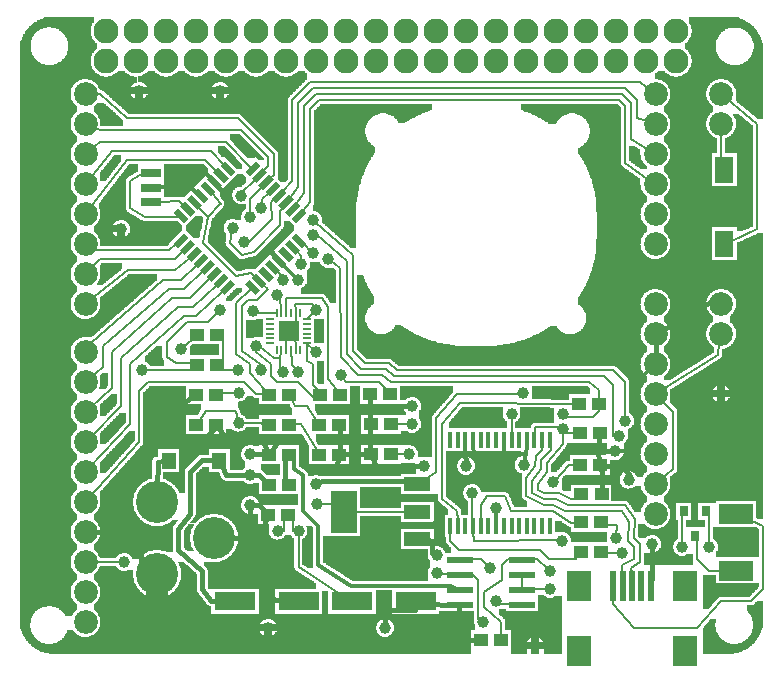
<source format=gtl>
G04 MADE WITH FRITZING*
G04 WWW.FRITZING.ORG*
G04 DOUBLE SIDED*
G04 HOLES PLATED*
G04 CONTOUR ON CENTER OF CONTOUR VECTOR*
%ASAXBY*%
%FSLAX23Y23*%
%MOIN*%
%OFA0B0*%
%SFA1.0B1.0*%
%ADD10C,0.075000*%
%ADD11C,0.079370*%
%ADD12C,0.039370*%
%ADD13C,0.083307*%
%ADD14C,0.140000*%
%ADD15R,0.028032X0.007874*%
%ADD16R,0.007874X0.028032*%
%ADD17R,0.062992X0.090551*%
%ADD18R,0.013701X0.055000*%
%ADD19R,0.088000X0.048000*%
%ADD20R,0.086614X0.141732*%
%ADD21R,0.050000X0.057874*%
%ADD22R,0.137795X0.062992*%
%ADD23R,0.047244X0.043307*%
%ADD24R,0.087000X0.024000*%
%ADD25R,0.031496X0.035433*%
%ADD26R,0.114000X0.066000*%
%ADD27R,0.019685X0.098425*%
%ADD28R,0.078740X0.098425*%
%ADD29R,0.066929X0.027559*%
%ADD30R,0.066929X0.066929*%
%ADD31C,0.008000*%
%ADD32C,0.016000*%
%ADD33C,0.012000*%
%LNCOPPER1*%
G90*
G70*
G54D10*
X107Y1876D03*
X1085Y1766D03*
X519Y869D03*
X1203Y396D03*
X2258Y1884D03*
X2414Y415D03*
G54D11*
X2378Y1907D03*
X2378Y1807D03*
X2378Y1207D03*
X2378Y1107D03*
G54D12*
X1758Y67D03*
X868Y127D03*
X708Y1917D03*
X438Y1917D03*
X378Y1457D03*
X2378Y907D03*
X1608Y327D03*
X1628Y217D03*
X1848Y417D03*
X1808Y317D03*
G54D13*
X328Y2017D03*
X428Y2017D03*
X528Y2017D03*
X628Y2017D03*
X728Y2017D03*
X828Y2017D03*
X928Y2017D03*
X1028Y2017D03*
X1128Y2017D03*
X1228Y2017D03*
X1328Y2017D03*
X1428Y2017D03*
X1528Y2017D03*
X1628Y2017D03*
X1728Y2017D03*
X1828Y2017D03*
X1928Y2017D03*
X2028Y2017D03*
X2128Y2017D03*
X2228Y2017D03*
X328Y2017D03*
X428Y2017D03*
X528Y2017D03*
X628Y2017D03*
X728Y2017D03*
X828Y2017D03*
X928Y2017D03*
X1028Y2017D03*
X1128Y2017D03*
X1228Y2017D03*
X1328Y2017D03*
X1428Y2017D03*
X1528Y2017D03*
X1628Y2017D03*
X1728Y2017D03*
X1828Y2017D03*
X1928Y2017D03*
X2028Y2017D03*
X2128Y2017D03*
X2228Y2017D03*
X2228Y2117D03*
X2128Y2117D03*
X2028Y2117D03*
X1928Y2117D03*
X1828Y2117D03*
X1728Y2117D03*
X1628Y2117D03*
X1528Y2117D03*
X1428Y2117D03*
X1328Y2117D03*
X1228Y2117D03*
X1128Y2117D03*
X1028Y2117D03*
X928Y2117D03*
X828Y2117D03*
X728Y2117D03*
X628Y2117D03*
X528Y2117D03*
X428Y2117D03*
X328Y2117D03*
G54D12*
X788Y1415D03*
X749Y1461D03*
X898Y1237D03*
X818Y1183D03*
X707Y1187D03*
X448Y987D03*
X769Y911D03*
X828Y1067D03*
X767Y987D03*
X918Y980D03*
X968Y980D03*
X1337Y707D03*
X1348Y807D03*
X1109Y971D03*
X843Y989D03*
X769Y811D03*
X899Y451D03*
X1429Y311D03*
X1258Y127D03*
X808Y707D03*
X808Y537D03*
X918Y1287D03*
X388Y347D03*
X808Y637D03*
X1027Y607D03*
X1718Y912D03*
X1029Y541D03*
X969Y451D03*
X1548Y577D03*
X2024Y717D03*
X1719Y671D03*
X1388Y667D03*
X1528Y667D03*
X1018Y1377D03*
X978Y1340D03*
X845Y1527D03*
X1068Y1357D03*
X808Y1497D03*
X778Y1569D03*
X1018Y1487D03*
X1018Y1437D03*
X2038Y767D03*
X2058Y817D03*
X2048Y377D03*
X2028Y427D03*
X1849Y841D03*
X1849Y791D03*
X1818Y614D03*
X2069Y621D03*
X2148Y407D03*
X1679Y841D03*
X1627Y527D03*
X1584Y149D03*
X1429Y371D03*
G54D11*
X259Y1047D03*
X259Y947D03*
X259Y847D03*
X259Y747D03*
X259Y647D03*
X259Y547D03*
X259Y447D03*
X259Y347D03*
X259Y247D03*
X259Y147D03*
X259Y1907D03*
X259Y1807D03*
X259Y1707D03*
X259Y1607D03*
X259Y1507D03*
X259Y1407D03*
X259Y1307D03*
X259Y1207D03*
X2159Y1207D03*
X2159Y1107D03*
X2159Y1007D03*
X2159Y907D03*
X2159Y807D03*
X2159Y707D03*
X2159Y607D03*
X2159Y507D03*
X2159Y1907D03*
X2159Y1807D03*
X2159Y1707D03*
X2159Y1607D03*
X2159Y1507D03*
X2159Y1407D03*
G54D14*
X498Y547D03*
X498Y307D03*
X688Y427D03*
G54D12*
X578Y1057D03*
X1028Y1047D03*
X1028Y1187D03*
X968Y1287D03*
X1348Y867D03*
X2338Y397D03*
X1808Y257D03*
X2248Y397D03*
G54D15*
X875Y1108D03*
X997Y1140D03*
X997Y1124D03*
X875Y1077D03*
G54D16*
X975Y1177D03*
G54D15*
X875Y1156D03*
X997Y1108D03*
X875Y1140D03*
G54D16*
X959Y1177D03*
G54D15*
X875Y1093D03*
G54D16*
X896Y1177D03*
X944Y1055D03*
G54D15*
X997Y1093D03*
G54D16*
X928Y1055D03*
G54D15*
X997Y1077D03*
G54D16*
X912Y1055D03*
X912Y1177D03*
X975Y1055D03*
X944Y1177D03*
X959Y1055D03*
X928Y1177D03*
X896Y1055D03*
G54D15*
X997Y1156D03*
X875Y1124D03*
G54D17*
X2388Y1407D03*
X2388Y1655D03*
G54D18*
X1474Y755D03*
X1499Y755D03*
X1525Y755D03*
X1551Y755D03*
X1576Y755D03*
X1602Y755D03*
X1627Y755D03*
X1679Y755D03*
X1653Y755D03*
X1704Y755D03*
X1730Y755D03*
X1755Y755D03*
X1781Y755D03*
X1807Y755D03*
X1474Y468D03*
X1499Y468D03*
X1525Y468D03*
X1551Y468D03*
X1576Y468D03*
X1602Y468D03*
X1627Y468D03*
X1653Y468D03*
X1679Y468D03*
X1704Y468D03*
X1730Y468D03*
X1755Y468D03*
X1781Y468D03*
X1807Y468D03*
G54D19*
X1365Y424D03*
X1365Y515D03*
X1365Y606D03*
G54D20*
X1121Y515D03*
G54D21*
X536Y685D03*
X705Y685D03*
G54D22*
X757Y216D03*
X970Y216D03*
X1147Y216D03*
X1360Y216D03*
G54D23*
X1905Y875D03*
X1972Y875D03*
X628Y905D03*
X695Y905D03*
X935Y505D03*
X868Y505D03*
X1275Y907D03*
X1208Y907D03*
X631Y1105D03*
X698Y1105D03*
X631Y1005D03*
X698Y1005D03*
X1108Y905D03*
X1041Y905D03*
X1912Y574D03*
X1979Y574D03*
X628Y805D03*
X695Y805D03*
X1577Y89D03*
X1644Y89D03*
X1975Y671D03*
X1908Y671D03*
X1975Y777D03*
X1908Y777D03*
G54D24*
X1507Y355D03*
X1507Y305D03*
X1507Y255D03*
X1507Y205D03*
X1713Y205D03*
X1713Y255D03*
X1713Y305D03*
X1713Y355D03*
G54D25*
X2328Y517D03*
X2253Y517D03*
X2290Y435D03*
G54D26*
X2428Y507D03*
X2428Y319D03*
G54D27*
X2081Y267D03*
X2049Y267D03*
X2144Y267D03*
X2112Y267D03*
G54D28*
X2258Y51D03*
X1904Y51D03*
X2258Y267D03*
X1904Y267D03*
G54D27*
X2018Y267D03*
G54D23*
X1911Y481D03*
X1978Y481D03*
X871Y905D03*
X938Y905D03*
X871Y705D03*
X938Y705D03*
X871Y605D03*
X938Y605D03*
X871Y805D03*
X938Y805D03*
X1911Y381D03*
X1978Y381D03*
X1105Y705D03*
X1038Y705D03*
X1105Y805D03*
X1038Y805D03*
X1211Y707D03*
X1278Y707D03*
X1278Y807D03*
X1211Y807D03*
G54D29*
X478Y1548D03*
X478Y1595D03*
X478Y1643D03*
G54D30*
X936Y1118D03*
G54D31*
X2378Y1698D02*
X2378Y1788D01*
D02*
X2379Y1695D02*
X2378Y1698D01*
D02*
X2369Y1077D02*
X2367Y1038D01*
D02*
X2367Y1038D02*
X2175Y918D01*
D02*
X2372Y1089D02*
X2369Y1077D01*
G54D32*
D02*
X2347Y1218D02*
X2176Y1117D01*
D02*
X2359Y1214D02*
X2347Y1218D01*
D02*
X1967Y717D02*
X2017Y717D01*
G54D31*
D02*
X1859Y831D02*
X1949Y831D01*
D02*
X1949Y831D02*
X1969Y851D01*
D02*
X1854Y835D02*
X1859Y831D01*
D02*
X1969Y851D02*
X1970Y859D01*
G54D32*
D02*
X2148Y307D02*
X2148Y399D01*
D02*
X2144Y267D02*
X2148Y307D01*
D02*
X1969Y681D02*
X1967Y717D01*
D02*
X1975Y671D02*
X1969Y681D01*
D02*
X1967Y717D02*
X2017Y717D01*
D02*
X1969Y761D02*
X1967Y717D01*
D02*
X1975Y777D02*
X1969Y761D01*
D02*
X608Y508D02*
X608Y648D01*
D02*
X648Y317D02*
X568Y387D01*
D02*
X568Y387D02*
X568Y458D01*
D02*
X568Y458D02*
X608Y508D01*
D02*
X648Y258D02*
X648Y317D01*
G54D31*
D02*
X1888Y557D02*
X1894Y561D01*
D02*
X1878Y557D02*
X1888Y557D01*
D02*
X1788Y577D02*
X1838Y578D01*
D02*
X1838Y578D02*
X1878Y557D01*
D02*
X1768Y587D02*
X1788Y577D01*
D02*
X1768Y607D02*
X1768Y587D01*
D02*
X1798Y647D02*
X1768Y607D01*
D02*
X1798Y677D02*
X1798Y647D01*
D02*
X1849Y741D02*
X1798Y677D01*
D02*
X1849Y783D02*
X1849Y741D01*
G54D32*
D02*
X1979Y651D02*
X1978Y655D01*
D02*
X1979Y590D02*
X1979Y651D01*
D02*
X889Y221D02*
X858Y251D01*
D02*
X909Y221D02*
X889Y221D01*
D02*
X858Y251D02*
X858Y481D01*
D02*
X858Y481D02*
X862Y489D01*
D02*
X970Y216D02*
X909Y221D01*
D02*
X738Y427D02*
X807Y427D01*
D02*
X807Y427D02*
X808Y529D01*
G54D31*
D02*
X2069Y481D02*
X2068Y417D01*
D02*
X2048Y337D02*
X2048Y311D01*
D02*
X2088Y357D02*
X2048Y337D01*
D02*
X2088Y397D02*
X2088Y357D01*
D02*
X2068Y417D02*
X2088Y397D01*
D02*
X2047Y517D02*
X2069Y481D01*
D02*
X1857Y517D02*
X2047Y517D01*
D02*
X1758Y667D02*
X1727Y627D01*
D02*
X1727Y627D02*
X1727Y567D01*
D02*
X1759Y701D02*
X1758Y667D01*
D02*
X1779Y721D02*
X1759Y701D01*
D02*
X1780Y734D02*
X1779Y721D01*
D02*
X1788Y537D02*
X1818Y537D01*
D02*
X1818Y537D02*
X1857Y517D01*
D02*
X1727Y567D02*
X1788Y537D01*
D02*
X1159Y515D02*
X1327Y515D01*
G54D33*
D02*
X1473Y269D02*
X1492Y261D01*
D02*
X1144Y269D02*
X1473Y269D01*
D02*
X1034Y339D02*
X1144Y269D01*
D02*
X1034Y469D02*
X1034Y339D01*
D02*
X984Y519D02*
X1034Y469D01*
D02*
X984Y639D02*
X984Y519D01*
D02*
X953Y689D02*
X954Y659D01*
D02*
X954Y659D02*
X984Y639D01*
D02*
X953Y689D02*
X953Y689D01*
D02*
X1524Y709D02*
X1527Y675D01*
D02*
X1553Y709D02*
X1524Y709D01*
G54D31*
D02*
X709Y1541D02*
X679Y1576D01*
D02*
X668Y1497D02*
X708Y1541D01*
D02*
X2218Y658D02*
X2218Y847D01*
D02*
X2218Y847D02*
X2172Y893D01*
D02*
X2174Y620D02*
X2218Y658D01*
G54D32*
D02*
X819Y1341D02*
X869Y1391D01*
D02*
X869Y1391D02*
X892Y1366D01*
D02*
X769Y1331D02*
X819Y1341D01*
D02*
X679Y1421D02*
X769Y1331D01*
D02*
X689Y1481D02*
X679Y1421D01*
D02*
X747Y1547D02*
X689Y1481D01*
D02*
X701Y1599D02*
X747Y1547D01*
G54D31*
D02*
X659Y851D02*
X759Y851D01*
D02*
X639Y821D02*
X659Y851D01*
D02*
X759Y851D02*
X767Y819D01*
G54D32*
D02*
X1523Y89D02*
X1503Y109D01*
D02*
X1503Y199D02*
X1507Y205D01*
D02*
X1559Y89D02*
X1523Y89D01*
D02*
X1503Y109D02*
X1503Y199D01*
D02*
X1993Y669D02*
X1993Y669D01*
D02*
X2069Y641D02*
X2039Y671D01*
D02*
X2069Y629D02*
X2069Y641D01*
D02*
X2039Y671D02*
X1993Y669D01*
D02*
X608Y648D02*
X647Y687D01*
D02*
X688Y687D02*
X705Y685D01*
D02*
X647Y687D02*
X688Y687D01*
D02*
X678Y218D02*
X648Y258D01*
D02*
X694Y217D02*
X678Y218D01*
G54D31*
D02*
X2248Y507D02*
X2248Y405D01*
D02*
X2253Y517D02*
X2248Y507D01*
D02*
X1744Y359D02*
X1713Y355D01*
D02*
X1764Y359D02*
X1744Y359D01*
D02*
X1849Y421D02*
X1850Y425D01*
D02*
X1802Y323D02*
X1764Y359D01*
D02*
X1552Y446D02*
X1553Y419D01*
D02*
X1849Y421D02*
X1849Y421D01*
D02*
X1553Y419D02*
X1849Y421D01*
D02*
X1644Y149D02*
X1588Y197D01*
D02*
X1588Y247D02*
X1648Y287D01*
D02*
X1648Y287D02*
X1648Y338D01*
D02*
X1684Y359D02*
X1713Y355D01*
D02*
X1668Y357D02*
X1684Y359D01*
D02*
X1588Y197D02*
X1588Y247D01*
D02*
X1648Y338D02*
X1668Y357D01*
D02*
X1644Y105D02*
X1644Y149D01*
D02*
X819Y1381D02*
X779Y1371D01*
D02*
X739Y1411D02*
X747Y1453D01*
D02*
X779Y1371D02*
X739Y1411D01*
D02*
X908Y1471D02*
X819Y1381D01*
D02*
X908Y1517D02*
X908Y1471D01*
D02*
X916Y1530D02*
X908Y1517D01*
D02*
X799Y1411D02*
X795Y1412D01*
D02*
X879Y1491D02*
X799Y1411D01*
D02*
X878Y1547D02*
X879Y1491D01*
D02*
X890Y1557D02*
X878Y1547D01*
D02*
X529Y1081D02*
X598Y1147D01*
D02*
X456Y987D02*
X607Y988D01*
D02*
X607Y988D02*
X613Y992D01*
D02*
X718Y1087D02*
X718Y1027D01*
D02*
X716Y1089D02*
X718Y1087D01*
D02*
X718Y1027D02*
X713Y1021D01*
D02*
X559Y1011D02*
X529Y1031D01*
D02*
X529Y1031D02*
X529Y1081D01*
D02*
X667Y1147D02*
X702Y1181D01*
D02*
X598Y1147D02*
X667Y1147D01*
D02*
X609Y1011D02*
X559Y1011D01*
D02*
X613Y1010D02*
X609Y1011D01*
D02*
X717Y987D02*
X717Y1007D01*
G54D32*
D02*
X568Y787D02*
X598Y757D01*
D02*
X658Y757D02*
X683Y789D01*
G54D31*
D02*
X717Y1007D02*
X716Y1007D01*
D02*
X760Y987D02*
X717Y987D01*
G54D32*
D02*
X598Y757D02*
X658Y757D01*
D02*
X610Y894D02*
X567Y867D01*
D02*
X567Y867D02*
X568Y787D01*
D02*
X727Y757D02*
X706Y789D01*
D02*
X864Y721D02*
X847Y757D01*
D02*
X847Y757D02*
X727Y757D01*
G54D31*
D02*
X1296Y707D02*
X1330Y707D01*
D02*
X1258Y927D02*
X1238Y947D01*
D02*
X1238Y947D02*
X1127Y946D01*
D02*
X1261Y923D02*
X1258Y927D01*
D02*
X1127Y946D02*
X1114Y965D01*
G54D32*
D02*
X443Y409D02*
X443Y309D01*
D02*
X443Y309D02*
X448Y309D01*
D02*
X414Y449D02*
X443Y409D01*
D02*
X278Y447D02*
X414Y449D01*
D02*
X716Y662D02*
X728Y637D01*
D02*
X728Y637D02*
X800Y637D01*
G54D31*
D02*
X848Y807D02*
X853Y807D01*
D02*
X849Y811D02*
X848Y807D01*
D02*
X777Y811D02*
X849Y811D01*
D02*
X849Y1001D02*
X847Y996D01*
D02*
X779Y1051D02*
X849Y1001D01*
D02*
X779Y1201D02*
X779Y1051D01*
D02*
X852Y1272D02*
X868Y1257D01*
D02*
X799Y1221D02*
X779Y1201D01*
D02*
X829Y1221D02*
X799Y1221D01*
D02*
X868Y1257D02*
X829Y1221D01*
G54D32*
D02*
X1408Y207D02*
X1360Y216D01*
G54D31*
D02*
X1448Y307D02*
X1437Y309D01*
D02*
X1469Y306D02*
X1448Y307D01*
G54D32*
D02*
X1004Y659D02*
X988Y687D01*
D02*
X988Y727D02*
X968Y757D01*
D02*
X1093Y659D02*
X1004Y659D01*
D02*
X988Y687D02*
X988Y727D01*
D02*
X968Y757D02*
X907Y757D01*
D02*
X1101Y689D02*
X1093Y659D01*
D02*
X907Y757D02*
X882Y721D01*
G54D31*
D02*
X919Y491D02*
X919Y451D01*
D02*
X919Y451D02*
X908Y456D01*
D02*
X935Y505D02*
X919Y491D01*
D02*
X908Y456D02*
X906Y455D01*
G54D33*
D02*
X506Y1596D02*
X607Y1597D01*
D02*
X607Y1597D02*
X628Y1581D01*
G54D31*
D02*
X759Y1301D02*
X809Y1311D01*
D02*
X809Y1311D02*
X823Y1298D01*
D02*
X668Y1497D02*
X649Y1411D01*
D02*
X635Y1532D02*
X668Y1497D01*
D02*
X649Y1411D02*
X759Y1301D01*
G54D32*
D02*
X1357Y187D02*
X1358Y190D01*
D02*
X1278Y187D02*
X1357Y187D01*
D02*
X1257Y167D02*
X1278Y187D01*
D02*
X1258Y135D02*
X1257Y167D01*
D02*
X1469Y205D02*
X1408Y207D01*
D02*
X853Y706D02*
X815Y707D01*
D02*
X837Y537D02*
X815Y537D01*
D02*
X853Y521D02*
X837Y537D01*
G54D33*
D02*
X608Y1597D02*
X628Y1581D01*
D02*
X657Y1647D02*
X608Y1597D01*
D02*
X675Y1628D02*
X657Y1647D01*
G54D31*
D02*
X2517Y468D02*
X2517Y257D01*
D02*
X2517Y257D02*
X2478Y217D01*
D02*
X2378Y217D02*
X2298Y127D01*
D02*
X2478Y217D02*
X2378Y217D01*
D02*
X2479Y485D02*
X2517Y468D01*
D02*
X2088Y127D02*
X2018Y208D01*
D02*
X2298Y127D02*
X2088Y127D01*
D02*
X2018Y208D02*
X2018Y224D01*
G54D32*
D02*
X499Y681D02*
X516Y683D01*
D02*
X498Y597D02*
X499Y681D01*
G54D31*
D02*
X2298Y358D02*
X2338Y317D01*
D02*
X2298Y417D02*
X2298Y358D01*
D02*
X2338Y317D02*
X2376Y318D01*
D02*
X2296Y423D02*
X2298Y417D01*
D02*
X948Y807D02*
X977Y807D01*
D02*
X977Y807D02*
X1029Y721D01*
D02*
X938Y805D02*
X948Y807D01*
D02*
X278Y1387D02*
X538Y1387D01*
D02*
X538Y1387D02*
X562Y1407D01*
D02*
X272Y1393D02*
X278Y1387D01*
D02*
X1713Y298D02*
X1713Y261D01*
D02*
X1757Y257D02*
X1751Y257D01*
D02*
X1800Y257D02*
X1757Y257D01*
D02*
X2338Y497D02*
X2338Y405D01*
D02*
X2334Y505D02*
X2338Y497D01*
D02*
X1577Y489D02*
X1577Y537D01*
D02*
X1657Y567D02*
X1677Y517D01*
D02*
X1677Y517D02*
X1818Y517D01*
D02*
X1598Y567D02*
X1657Y567D01*
D02*
X1887Y477D02*
X1893Y478D01*
D02*
X1878Y477D02*
X1887Y477D01*
D02*
X1818Y517D02*
X1878Y477D01*
D02*
X1577Y537D02*
X1598Y567D01*
D02*
X958Y866D02*
X998Y867D01*
D02*
X998Y867D02*
X1028Y821D01*
D02*
X946Y889D02*
X957Y866D01*
D02*
X408Y1526D02*
X407Y1617D01*
D02*
X457Y1647D02*
X478Y1643D01*
D02*
X407Y1617D02*
X457Y1647D01*
D02*
X457Y1498D02*
X408Y1526D01*
D02*
X567Y1497D02*
X457Y1498D01*
D02*
X572Y1499D02*
X567Y1497D01*
D02*
X1635Y214D02*
X1644Y209D01*
D02*
X1578Y358D02*
X1602Y333D01*
D02*
X1544Y359D02*
X1578Y358D01*
D02*
X1507Y355D02*
X1544Y359D01*
D02*
X569Y1551D02*
X584Y1537D01*
D02*
X1674Y209D02*
X1675Y208D01*
D02*
X1644Y209D02*
X1674Y209D01*
D02*
X506Y1549D02*
X569Y1551D01*
D02*
X1474Y446D02*
X1474Y419D01*
D02*
X1773Y389D02*
X1804Y359D01*
D02*
X1893Y359D02*
X1898Y365D01*
D02*
X1804Y359D02*
X1893Y359D01*
D02*
X1503Y389D02*
X1773Y389D01*
D02*
X1474Y419D02*
X1503Y389D01*
D02*
X812Y1662D02*
X728Y1747D01*
D02*
X308Y1747D02*
X274Y1720D01*
D02*
X728Y1747D02*
X308Y1747D01*
D02*
X678Y1717D02*
X348Y1717D01*
D02*
X719Y1672D02*
X678Y1717D01*
D02*
X278Y1077D02*
X518Y1287D01*
D02*
X518Y1287D02*
X578Y1288D01*
D02*
X578Y1288D02*
X630Y1339D01*
D02*
X348Y1717D02*
X271Y1622D01*
D02*
X269Y1064D02*
X278Y1077D01*
D02*
X318Y997D02*
X318Y1067D01*
D02*
X538Y1257D02*
X587Y1257D01*
D02*
X587Y1257D02*
X652Y1317D01*
D02*
X318Y1067D02*
X538Y1257D01*
D02*
X274Y960D02*
X318Y997D01*
D02*
X348Y927D02*
X348Y1048D01*
D02*
X348Y1048D02*
X548Y1227D01*
D02*
X548Y1227D02*
X608Y1227D01*
D02*
X273Y860D02*
X348Y927D01*
D02*
X608Y1227D02*
X674Y1294D01*
D02*
X2089Y491D02*
X2057Y537D01*
D02*
X2088Y427D02*
X2089Y491D01*
D02*
X2108Y407D02*
X2088Y427D01*
D02*
X2108Y347D02*
X2108Y407D01*
D02*
X2078Y327D02*
X2108Y347D01*
D02*
X2079Y311D02*
X2078Y327D01*
D02*
X1778Y687D02*
X1809Y721D01*
D02*
X1809Y721D02*
X1808Y734D01*
D02*
X1778Y657D02*
X1778Y687D01*
D02*
X1747Y618D02*
X1778Y657D01*
D02*
X1748Y577D02*
X1747Y618D01*
D02*
X1788Y557D02*
X1748Y577D01*
D02*
X1828Y557D02*
X1788Y557D01*
D02*
X1867Y537D02*
X1828Y557D01*
D02*
X2057Y537D02*
X1867Y537D01*
G54D32*
D02*
X924Y629D02*
X928Y621D01*
D02*
X924Y689D02*
X924Y629D01*
D02*
X924Y689D02*
X924Y689D01*
G54D31*
D02*
X1508Y877D02*
X1887Y875D01*
D02*
X1447Y808D02*
X1508Y877D01*
D02*
X1447Y557D02*
X1447Y808D01*
D02*
X1498Y517D02*
X1447Y557D01*
D02*
X1499Y489D02*
X1498Y517D01*
D02*
X408Y807D02*
X408Y1007D01*
D02*
X272Y662D02*
X408Y807D01*
D02*
X628Y1167D02*
X718Y1250D01*
D02*
X587Y1167D02*
X628Y1167D01*
D02*
X408Y1007D02*
X587Y1167D01*
D02*
X857Y921D02*
X807Y977D01*
D02*
X808Y1006D02*
X759Y1041D01*
D02*
X759Y1041D02*
X759Y1211D01*
D02*
X759Y1211D02*
X812Y1259D01*
D02*
X807Y977D02*
X808Y1006D01*
D02*
X272Y562D02*
X438Y747D01*
D02*
X468Y947D02*
X787Y947D01*
D02*
X828Y907D02*
X853Y906D01*
D02*
X787Y947D02*
X828Y907D01*
D02*
X438Y917D02*
X468Y947D01*
D02*
X438Y747D02*
X438Y917D01*
D02*
X918Y1297D02*
X918Y1295D01*
D02*
X897Y1317D02*
X918Y1297D01*
D02*
X719Y911D02*
X713Y910D01*
D02*
X761Y911D02*
X719Y911D01*
D02*
X278Y347D02*
X380Y347D01*
G54D32*
D02*
X837Y637D02*
X815Y637D01*
D02*
X854Y621D02*
X837Y637D01*
G54D31*
D02*
X1498Y907D02*
X1428Y827D01*
G54D32*
D02*
X1328Y618D02*
X1048Y618D01*
D02*
X1048Y618D02*
X1034Y611D01*
D02*
X1365Y606D02*
X1328Y618D01*
G54D31*
D02*
X1428Y827D02*
X1428Y648D01*
D02*
X1697Y907D02*
X1498Y907D01*
D02*
X1710Y910D02*
X1697Y907D01*
D02*
X868Y1697D02*
X868Y1667D01*
D02*
X308Y1787D02*
X777Y1787D01*
D02*
X1428Y648D02*
X1393Y625D01*
D02*
X777Y1787D02*
X868Y1697D01*
D02*
X277Y1800D02*
X308Y1787D01*
D02*
X868Y1667D02*
X851Y1650D01*
D02*
X1119Y541D02*
X1037Y541D01*
D02*
X1121Y515D02*
X1119Y541D01*
D02*
X949Y491D02*
X935Y505D01*
D02*
X949Y451D02*
X949Y491D01*
D02*
X961Y451D02*
X949Y451D01*
D02*
X1548Y487D02*
X1548Y569D01*
D02*
X1554Y479D02*
X1548Y487D01*
D02*
X1552Y472D02*
X1554Y479D01*
D02*
X969Y331D02*
X969Y443D01*
D02*
X1107Y242D02*
X969Y331D01*
G54D33*
D02*
X1553Y709D02*
X1552Y733D01*
D02*
X1653Y709D02*
X1553Y709D01*
D02*
X1653Y733D02*
X1653Y709D01*
D02*
X1653Y709D02*
X1653Y733D01*
D02*
X1728Y707D02*
X1653Y709D01*
D02*
X1729Y733D02*
X1728Y707D01*
D02*
X1721Y679D02*
X1728Y707D01*
D02*
X1728Y707D02*
X1729Y733D01*
G54D32*
D02*
X2159Y1087D02*
X2159Y1027D01*
G54D33*
D02*
X1529Y681D02*
X1523Y729D01*
D02*
X1523Y729D02*
X1524Y738D01*
D02*
X1528Y675D02*
X1529Y681D01*
G54D32*
D02*
X1107Y727D02*
X1107Y797D01*
D02*
X1107Y797D02*
X1105Y805D01*
D02*
X1107Y721D02*
X1107Y727D01*
G54D31*
D02*
X308Y1357D02*
X557Y1357D01*
D02*
X272Y1321D02*
X308Y1357D01*
D02*
X557Y1357D02*
X585Y1383D01*
D02*
X888Y1637D02*
X875Y1626D01*
D02*
X308Y1907D02*
X398Y1827D01*
D02*
X2098Y1887D02*
X2098Y1827D01*
D02*
X2098Y1827D02*
X2140Y1813D01*
D02*
X2057Y1927D02*
X2098Y1888D01*
D02*
X1018Y1927D02*
X2057Y1927D01*
D02*
X968Y1877D02*
X1018Y1927D01*
D02*
X968Y1597D02*
X968Y1877D01*
D02*
X948Y1887D02*
X948Y1617D01*
D02*
X948Y1617D02*
X918Y1583D01*
D02*
X2108Y1947D02*
X1008Y1947D01*
D02*
X2143Y1919D02*
X2108Y1947D01*
D02*
X1008Y1947D02*
X948Y1887D01*
D02*
X398Y1827D02*
X768Y1827D01*
D02*
X768Y1827D02*
X888Y1707D01*
D02*
X278Y1907D02*
X308Y1907D01*
D02*
X888Y1707D02*
X888Y1637D01*
D02*
X378Y867D02*
X378Y1027D01*
D02*
X378Y1027D02*
X567Y1197D01*
D02*
X567Y1197D02*
X618Y1197D01*
D02*
X273Y761D02*
X378Y867D01*
D02*
X618Y1197D02*
X696Y1272D01*
D02*
X399Y1321D02*
X558Y1321D01*
D02*
X274Y1220D02*
X399Y1321D01*
D02*
X558Y1321D02*
X607Y1362D01*
D02*
X978Y1367D02*
X963Y1383D01*
D02*
X978Y1357D02*
X978Y1367D01*
D02*
X978Y1348D02*
X978Y1357D01*
D02*
X2057Y1867D02*
X2038Y1888D01*
D02*
X2057Y1677D02*
X2057Y1867D01*
D02*
X2038Y1887D02*
X1038Y1888D01*
D02*
X1038Y1888D02*
X1008Y1857D01*
D02*
X1008Y1857D02*
X1008Y1548D01*
D02*
X2142Y1618D02*
X2057Y1677D01*
D02*
X1008Y1548D02*
X984Y1517D01*
D02*
X2078Y1758D02*
X2078Y1878D01*
D02*
X2078Y1878D02*
X2048Y1907D01*
D02*
X2048Y1907D02*
X1027Y1908D01*
D02*
X1027Y1908D02*
X988Y1868D01*
D02*
X988Y1868D02*
X988Y1577D01*
D02*
X2142Y1718D02*
X2078Y1758D01*
D02*
X988Y1577D02*
X961Y1540D01*
D02*
X939Y1562D02*
X968Y1597D01*
D02*
X1012Y1382D02*
X986Y1406D01*
D02*
X658Y1687D02*
X697Y1649D01*
D02*
X2018Y937D02*
X1988Y968D01*
D02*
X2018Y767D02*
X2018Y937D01*
D02*
X2030Y767D02*
X2018Y767D01*
D02*
X1178Y991D02*
X1129Y1041D01*
D02*
X1288Y967D02*
X1259Y991D01*
D02*
X1259Y991D02*
X1178Y991D01*
D02*
X1988Y968D02*
X1288Y967D01*
D02*
X1129Y1041D02*
X1129Y1351D01*
D02*
X1028Y1441D02*
X1025Y1440D01*
D02*
X1129Y1351D02*
X1028Y1441D01*
D02*
X1278Y947D02*
X1937Y947D01*
D02*
X1248Y971D02*
X1278Y947D01*
D02*
X1168Y971D02*
X1248Y971D01*
D02*
X1969Y881D02*
X1972Y875D01*
D02*
X1969Y921D02*
X1969Y881D01*
D02*
X1937Y947D02*
X1969Y921D01*
D02*
X1109Y1031D02*
X1168Y971D01*
D02*
X777Y1577D02*
X824Y1622D01*
D02*
X848Y1537D02*
X847Y1535D01*
D02*
X848Y1557D02*
X848Y1537D01*
D02*
X808Y1557D02*
X847Y1599D01*
D02*
X808Y1505D02*
X808Y1557D01*
D02*
X1999Y471D02*
X2029Y471D01*
D02*
X2029Y471D02*
X2028Y435D01*
D02*
X1996Y472D02*
X1999Y471D01*
D02*
X777Y1577D02*
X777Y1577D01*
D02*
X1108Y1327D02*
X1109Y1031D01*
D02*
X1074Y1353D02*
X1108Y1327D01*
D02*
X869Y1578D02*
X848Y1557D01*
D02*
X397Y1687D02*
X658Y1687D01*
D02*
X271Y1523D02*
X397Y1687D01*
D02*
X2058Y947D02*
X2018Y988D01*
D02*
X2058Y825D02*
X2058Y947D01*
D02*
X1189Y1011D02*
X1149Y1051D01*
D02*
X1149Y1051D02*
X1149Y1371D01*
D02*
X1149Y1371D02*
X1023Y1482D01*
D02*
X1298Y987D02*
X1269Y1011D01*
D02*
X1269Y1011D02*
X1189Y1011D01*
D02*
X2018Y988D02*
X1298Y987D01*
D02*
X1998Y378D02*
X2040Y377D01*
D02*
X1996Y378D02*
X1998Y378D01*
G54D33*
D02*
X2068Y717D02*
X2032Y717D01*
D02*
X2098Y747D02*
X2068Y717D01*
D02*
X2098Y947D02*
X2098Y747D01*
D02*
X2145Y993D02*
X2098Y947D01*
G54D31*
D02*
X1857Y777D02*
X1853Y784D01*
D02*
X1869Y671D02*
X1823Y619D01*
D02*
X1889Y671D02*
X1869Y671D01*
D02*
X1890Y671D02*
X1889Y671D01*
D02*
X1847Y797D02*
X1847Y799D01*
D02*
X1756Y777D02*
X1757Y797D01*
D02*
X1757Y797D02*
X1847Y797D01*
D02*
X1890Y777D02*
X1857Y777D01*
D02*
X1679Y833D02*
X1679Y777D01*
G54D32*
D02*
X1414Y419D02*
X1403Y420D01*
D02*
X1414Y379D02*
X1414Y419D01*
D02*
X1422Y375D02*
X1414Y379D01*
G54D31*
D02*
X1568Y157D02*
X1577Y152D01*
D02*
X1568Y287D02*
X1568Y157D01*
D02*
X1538Y307D02*
X1547Y307D01*
D02*
X1548Y307D02*
X1568Y287D01*
D02*
X1507Y305D02*
X1538Y307D01*
G54D33*
D02*
X1627Y489D02*
X1627Y519D01*
G54D31*
D02*
X828Y1177D02*
X824Y1179D01*
D02*
X828Y1177D02*
X828Y1177D01*
D02*
X895Y1177D02*
X828Y1177D01*
D02*
X908Y1227D02*
X908Y1227D01*
D02*
X908Y1227D02*
X911Y1186D01*
D02*
X903Y1232D02*
X908Y1227D01*
D02*
X613Y1089D02*
X584Y1063D01*
D02*
X878Y1007D02*
X878Y967D01*
D02*
X878Y967D02*
X898Y947D01*
D02*
X1018Y897D02*
X1023Y899D01*
D02*
X898Y947D02*
X968Y947D01*
D02*
X828Y1047D02*
X878Y1007D01*
D02*
X828Y1059D02*
X828Y1047D01*
D02*
X968Y947D02*
X1018Y897D01*
D02*
X1068Y957D02*
X1096Y921D01*
D02*
X1048Y1227D02*
X1068Y1197D01*
D02*
X1068Y1197D02*
X1068Y957D01*
D02*
X928Y1227D02*
X1048Y1227D01*
D02*
X928Y1186D02*
X928Y1227D01*
D02*
X838Y1068D02*
X888Y1027D01*
D02*
X908Y1027D02*
X911Y1047D01*
D02*
X888Y1027D02*
X908Y1027D01*
D02*
X836Y1068D02*
X838Y1068D01*
D02*
X908Y987D02*
X911Y985D01*
D02*
X911Y1047D02*
X908Y1028D01*
D02*
X908Y1028D02*
X908Y987D01*
D02*
X1018Y937D02*
X1018Y1007D01*
D02*
X1037Y917D02*
X1018Y937D01*
D02*
X998Y1018D02*
X997Y1075D01*
D02*
X1018Y1007D02*
X998Y1018D01*
D02*
X1018Y898D02*
X1037Y917D01*
D02*
X968Y947D02*
X1018Y898D01*
D02*
X1296Y807D02*
X1340Y807D01*
D02*
X998Y1075D02*
X1022Y1053D01*
D02*
X948Y1004D02*
X963Y986D01*
D02*
X948Y1017D02*
X948Y1004D01*
D02*
X944Y1047D02*
X948Y1017D01*
G54D33*
D02*
X918Y1338D02*
X962Y1293D01*
G54D31*
D02*
X1018Y1207D02*
X1024Y1194D01*
D02*
X958Y1207D02*
X1018Y1207D01*
D02*
X959Y1186D02*
X958Y1207D01*
D02*
X998Y1157D02*
X1022Y1182D01*
D02*
X928Y1064D02*
X928Y1087D01*
D02*
X928Y1087D02*
X928Y1090D01*
D02*
X958Y1097D02*
X936Y1118D01*
D02*
X959Y1064D02*
X958Y1097D01*
G54D32*
D02*
X1207Y867D02*
X1340Y867D01*
D02*
X1208Y891D02*
X1207Y867D01*
D02*
X1208Y827D02*
X1208Y891D01*
D02*
X1208Y823D02*
X1208Y827D01*
D02*
X1208Y788D02*
X1208Y791D01*
D02*
X1208Y717D02*
X1208Y788D01*
D02*
X1211Y707D02*
X1208Y717D01*
D02*
X1117Y708D02*
X1193Y707D01*
D02*
X1105Y705D02*
X1117Y708D01*
D02*
X1228Y667D02*
X1218Y691D01*
D02*
X1380Y667D02*
X1228Y667D01*
G54D31*
D02*
X958Y1108D02*
X959Y1169D01*
D02*
X936Y1118D02*
X958Y1108D01*
D02*
X2498Y1808D02*
X2393Y1895D01*
D02*
X2414Y1419D02*
X2498Y1457D01*
D02*
X2498Y1457D02*
X2498Y1808D01*
G36*
X130Y2165D02*
X130Y2163D01*
X122Y2163D01*
X122Y2161D01*
X116Y2161D01*
X116Y2159D01*
X110Y2159D01*
X110Y2157D01*
X106Y2157D01*
X106Y2155D01*
X102Y2155D01*
X102Y2153D01*
X98Y2153D01*
X98Y2151D01*
X96Y2151D01*
X96Y2149D01*
X92Y2149D01*
X92Y2147D01*
X88Y2147D01*
X88Y2145D01*
X86Y2145D01*
X86Y2143D01*
X84Y2143D01*
X84Y2141D01*
X80Y2141D01*
X80Y2139D01*
X78Y2139D01*
X78Y2137D01*
X76Y2137D01*
X76Y2135D01*
X74Y2135D01*
X74Y2133D01*
X72Y2133D01*
X72Y2131D01*
X144Y2131D01*
X144Y2129D01*
X154Y2129D01*
X154Y2127D01*
X160Y2127D01*
X160Y2125D01*
X166Y2125D01*
X166Y2123D01*
X170Y2123D01*
X170Y2121D01*
X172Y2121D01*
X172Y2119D01*
X176Y2119D01*
X176Y2117D01*
X178Y2117D01*
X178Y2115D01*
X180Y2115D01*
X180Y2113D01*
X182Y2113D01*
X182Y2111D01*
X184Y2111D01*
X184Y2109D01*
X186Y2109D01*
X186Y2107D01*
X188Y2107D01*
X188Y2105D01*
X190Y2105D01*
X190Y2103D01*
X192Y2103D01*
X192Y2099D01*
X194Y2099D01*
X194Y2095D01*
X196Y2095D01*
X196Y2091D01*
X198Y2091D01*
X198Y2085D01*
X200Y2085D01*
X200Y2075D01*
X202Y2075D01*
X202Y2059D01*
X200Y2059D01*
X200Y2051D01*
X198Y2051D01*
X198Y2045D01*
X196Y2045D01*
X196Y2039D01*
X194Y2039D01*
X194Y2035D01*
X192Y2035D01*
X192Y2033D01*
X190Y2033D01*
X190Y2029D01*
X188Y2029D01*
X188Y2027D01*
X186Y2027D01*
X186Y2025D01*
X184Y2025D01*
X184Y2023D01*
X182Y2023D01*
X182Y2021D01*
X180Y2021D01*
X180Y2019D01*
X178Y2019D01*
X178Y2017D01*
X176Y2017D01*
X176Y2015D01*
X172Y2015D01*
X172Y2013D01*
X168Y2013D01*
X168Y2011D01*
X164Y2011D01*
X164Y2009D01*
X160Y2009D01*
X160Y2007D01*
X154Y2007D01*
X154Y2005D01*
X278Y2005D01*
X278Y2009D01*
X276Y2009D01*
X276Y2025D01*
X278Y2025D01*
X278Y2033D01*
X280Y2033D01*
X280Y2039D01*
X282Y2039D01*
X282Y2043D01*
X284Y2043D01*
X284Y2045D01*
X286Y2045D01*
X286Y2049D01*
X288Y2049D01*
X288Y2051D01*
X290Y2051D01*
X290Y2053D01*
X292Y2053D01*
X292Y2055D01*
X294Y2055D01*
X294Y2057D01*
X296Y2057D01*
X296Y2077D01*
X294Y2077D01*
X294Y2079D01*
X292Y2079D01*
X292Y2081D01*
X290Y2081D01*
X290Y2083D01*
X288Y2083D01*
X288Y2085D01*
X286Y2085D01*
X286Y2089D01*
X284Y2089D01*
X284Y2091D01*
X282Y2091D01*
X282Y2095D01*
X280Y2095D01*
X280Y2101D01*
X278Y2101D01*
X278Y2109D01*
X276Y2109D01*
X276Y2125D01*
X278Y2125D01*
X278Y2133D01*
X280Y2133D01*
X280Y2139D01*
X282Y2139D01*
X282Y2143D01*
X284Y2143D01*
X284Y2145D01*
X286Y2145D01*
X286Y2165D01*
X130Y2165D01*
G37*
D02*
G36*
X70Y2131D02*
X70Y2129D01*
X68Y2129D01*
X68Y2127D01*
X66Y2127D01*
X66Y2125D01*
X64Y2125D01*
X64Y2121D01*
X62Y2121D01*
X62Y2119D01*
X60Y2119D01*
X60Y2117D01*
X58Y2117D01*
X58Y2113D01*
X56Y2113D01*
X56Y2109D01*
X54Y2109D01*
X54Y2107D01*
X52Y2107D01*
X52Y2103D01*
X50Y2103D01*
X50Y2099D01*
X48Y2099D01*
X48Y2095D01*
X46Y2095D01*
X46Y2089D01*
X44Y2089D01*
X44Y2083D01*
X42Y2083D01*
X42Y2075D01*
X40Y2075D01*
X40Y2005D01*
X124Y2005D01*
X124Y2007D01*
X118Y2007D01*
X118Y2009D01*
X112Y2009D01*
X112Y2011D01*
X108Y2011D01*
X108Y2013D01*
X104Y2013D01*
X104Y2015D01*
X102Y2015D01*
X102Y2017D01*
X100Y2017D01*
X100Y2019D01*
X96Y2019D01*
X96Y2021D01*
X94Y2021D01*
X94Y2023D01*
X92Y2023D01*
X92Y2025D01*
X90Y2025D01*
X90Y2029D01*
X88Y2029D01*
X88Y2031D01*
X86Y2031D01*
X86Y2033D01*
X84Y2033D01*
X84Y2037D01*
X82Y2037D01*
X82Y2041D01*
X80Y2041D01*
X80Y2047D01*
X78Y2047D01*
X78Y2053D01*
X76Y2053D01*
X76Y2081D01*
X78Y2081D01*
X78Y2087D01*
X80Y2087D01*
X80Y2093D01*
X82Y2093D01*
X82Y2097D01*
X84Y2097D01*
X84Y2101D01*
X86Y2101D01*
X86Y2103D01*
X88Y2103D01*
X88Y2107D01*
X90Y2107D01*
X90Y2109D01*
X92Y2109D01*
X92Y2111D01*
X94Y2111D01*
X94Y2113D01*
X96Y2113D01*
X96Y2115D01*
X98Y2115D01*
X98Y2117D01*
X102Y2117D01*
X102Y2119D01*
X104Y2119D01*
X104Y2121D01*
X108Y2121D01*
X108Y2123D01*
X112Y2123D01*
X112Y2125D01*
X116Y2125D01*
X116Y2127D01*
X122Y2127D01*
X122Y2129D01*
X132Y2129D01*
X132Y2131D01*
X70Y2131D01*
G37*
D02*
G36*
X40Y2005D02*
X40Y2003D01*
X278Y2003D01*
X278Y2005D01*
X40Y2005D01*
G37*
D02*
G36*
X40Y2005D02*
X40Y2003D01*
X278Y2003D01*
X278Y2005D01*
X40Y2005D01*
G37*
D02*
G36*
X40Y2003D02*
X40Y1965D01*
X322Y1965D01*
X322Y1967D01*
X312Y1967D01*
X312Y1969D01*
X306Y1969D01*
X306Y1971D01*
X304Y1971D01*
X304Y1973D01*
X300Y1973D01*
X300Y1975D01*
X296Y1975D01*
X296Y1977D01*
X294Y1977D01*
X294Y1979D01*
X292Y1979D01*
X292Y1981D01*
X290Y1981D01*
X290Y1983D01*
X288Y1983D01*
X288Y1985D01*
X286Y1985D01*
X286Y1989D01*
X284Y1989D01*
X284Y1991D01*
X282Y1991D01*
X282Y1995D01*
X280Y1995D01*
X280Y2001D01*
X278Y2001D01*
X278Y2003D01*
X40Y2003D01*
G37*
D02*
G36*
X368Y1985D02*
X368Y1983D01*
X366Y1983D01*
X366Y1981D01*
X364Y1981D01*
X364Y1979D01*
X362Y1979D01*
X362Y1977D01*
X358Y1977D01*
X358Y1975D01*
X356Y1975D01*
X356Y1973D01*
X352Y1973D01*
X352Y1971D01*
X348Y1971D01*
X348Y1969D01*
X344Y1969D01*
X344Y1967D01*
X334Y1967D01*
X334Y1965D01*
X422Y1965D01*
X422Y1967D01*
X412Y1967D01*
X412Y1969D01*
X406Y1969D01*
X406Y1971D01*
X404Y1971D01*
X404Y1973D01*
X400Y1973D01*
X400Y1975D01*
X396Y1975D01*
X396Y1977D01*
X394Y1977D01*
X394Y1979D01*
X392Y1979D01*
X392Y1981D01*
X390Y1981D01*
X390Y1983D01*
X388Y1983D01*
X388Y1985D01*
X368Y1985D01*
G37*
D02*
G36*
X468Y1985D02*
X468Y1983D01*
X466Y1983D01*
X466Y1981D01*
X464Y1981D01*
X464Y1979D01*
X462Y1979D01*
X462Y1977D01*
X458Y1977D01*
X458Y1975D01*
X456Y1975D01*
X456Y1973D01*
X452Y1973D01*
X452Y1971D01*
X448Y1971D01*
X448Y1969D01*
X444Y1969D01*
X444Y1967D01*
X434Y1967D01*
X434Y1965D01*
X522Y1965D01*
X522Y1967D01*
X512Y1967D01*
X512Y1969D01*
X506Y1969D01*
X506Y1971D01*
X504Y1971D01*
X504Y1973D01*
X500Y1973D01*
X500Y1975D01*
X496Y1975D01*
X496Y1977D01*
X494Y1977D01*
X494Y1979D01*
X492Y1979D01*
X492Y1981D01*
X490Y1981D01*
X490Y1983D01*
X488Y1983D01*
X488Y1985D01*
X468Y1985D01*
G37*
D02*
G36*
X568Y1985D02*
X568Y1983D01*
X566Y1983D01*
X566Y1981D01*
X564Y1981D01*
X564Y1979D01*
X562Y1979D01*
X562Y1977D01*
X558Y1977D01*
X558Y1975D01*
X556Y1975D01*
X556Y1973D01*
X552Y1973D01*
X552Y1971D01*
X548Y1971D01*
X548Y1969D01*
X544Y1969D01*
X544Y1967D01*
X534Y1967D01*
X534Y1965D01*
X622Y1965D01*
X622Y1967D01*
X612Y1967D01*
X612Y1969D01*
X606Y1969D01*
X606Y1971D01*
X604Y1971D01*
X604Y1973D01*
X600Y1973D01*
X600Y1975D01*
X596Y1975D01*
X596Y1977D01*
X594Y1977D01*
X594Y1979D01*
X592Y1979D01*
X592Y1981D01*
X590Y1981D01*
X590Y1983D01*
X588Y1983D01*
X588Y1985D01*
X568Y1985D01*
G37*
D02*
G36*
X668Y1985D02*
X668Y1983D01*
X666Y1983D01*
X666Y1981D01*
X664Y1981D01*
X664Y1979D01*
X662Y1979D01*
X662Y1977D01*
X658Y1977D01*
X658Y1975D01*
X656Y1975D01*
X656Y1973D01*
X652Y1973D01*
X652Y1971D01*
X648Y1971D01*
X648Y1969D01*
X644Y1969D01*
X644Y1967D01*
X634Y1967D01*
X634Y1965D01*
X722Y1965D01*
X722Y1967D01*
X712Y1967D01*
X712Y1969D01*
X706Y1969D01*
X706Y1971D01*
X704Y1971D01*
X704Y1973D01*
X700Y1973D01*
X700Y1975D01*
X696Y1975D01*
X696Y1977D01*
X694Y1977D01*
X694Y1979D01*
X692Y1979D01*
X692Y1981D01*
X690Y1981D01*
X690Y1983D01*
X688Y1983D01*
X688Y1985D01*
X668Y1985D01*
G37*
D02*
G36*
X768Y1985D02*
X768Y1983D01*
X766Y1983D01*
X766Y1981D01*
X764Y1981D01*
X764Y1979D01*
X762Y1979D01*
X762Y1977D01*
X758Y1977D01*
X758Y1975D01*
X756Y1975D01*
X756Y1973D01*
X752Y1973D01*
X752Y1971D01*
X748Y1971D01*
X748Y1969D01*
X744Y1969D01*
X744Y1967D01*
X734Y1967D01*
X734Y1965D01*
X822Y1965D01*
X822Y1967D01*
X812Y1967D01*
X812Y1969D01*
X806Y1969D01*
X806Y1971D01*
X804Y1971D01*
X804Y1973D01*
X800Y1973D01*
X800Y1975D01*
X796Y1975D01*
X796Y1977D01*
X794Y1977D01*
X794Y1979D01*
X792Y1979D01*
X792Y1981D01*
X790Y1981D01*
X790Y1983D01*
X788Y1983D01*
X788Y1985D01*
X768Y1985D01*
G37*
D02*
G36*
X868Y1985D02*
X868Y1983D01*
X866Y1983D01*
X866Y1981D01*
X864Y1981D01*
X864Y1979D01*
X862Y1979D01*
X862Y1977D01*
X858Y1977D01*
X858Y1975D01*
X856Y1975D01*
X856Y1973D01*
X852Y1973D01*
X852Y1971D01*
X848Y1971D01*
X848Y1969D01*
X844Y1969D01*
X844Y1967D01*
X834Y1967D01*
X834Y1965D01*
X922Y1965D01*
X922Y1967D01*
X912Y1967D01*
X912Y1969D01*
X906Y1969D01*
X906Y1971D01*
X904Y1971D01*
X904Y1973D01*
X900Y1973D01*
X900Y1975D01*
X896Y1975D01*
X896Y1977D01*
X894Y1977D01*
X894Y1979D01*
X892Y1979D01*
X892Y1981D01*
X890Y1981D01*
X890Y1983D01*
X888Y1983D01*
X888Y1985D01*
X868Y1985D01*
G37*
D02*
G36*
X968Y1985D02*
X968Y1983D01*
X966Y1983D01*
X966Y1981D01*
X964Y1981D01*
X964Y1979D01*
X962Y1979D01*
X962Y1977D01*
X958Y1977D01*
X958Y1975D01*
X956Y1975D01*
X956Y1973D01*
X952Y1973D01*
X952Y1971D01*
X948Y1971D01*
X948Y1969D01*
X944Y1969D01*
X944Y1967D01*
X934Y1967D01*
X934Y1965D01*
X996Y1965D01*
X996Y1977D01*
X994Y1977D01*
X994Y1979D01*
X992Y1979D01*
X992Y1981D01*
X990Y1981D01*
X990Y1983D01*
X988Y1983D01*
X988Y1985D01*
X968Y1985D01*
G37*
D02*
G36*
X40Y1965D02*
X40Y1963D01*
X430Y1963D01*
X430Y1965D01*
X40Y1965D01*
G37*
D02*
G36*
X40Y1965D02*
X40Y1963D01*
X430Y1963D01*
X430Y1965D01*
X40Y1965D01*
G37*
D02*
G36*
X434Y1965D02*
X434Y1963D01*
X996Y1963D01*
X996Y1965D01*
X434Y1965D01*
G37*
D02*
G36*
X434Y1965D02*
X434Y1963D01*
X996Y1963D01*
X996Y1965D01*
X434Y1965D01*
G37*
D02*
G36*
X434Y1965D02*
X434Y1963D01*
X996Y1963D01*
X996Y1965D01*
X434Y1965D01*
G37*
D02*
G36*
X434Y1965D02*
X434Y1963D01*
X996Y1963D01*
X996Y1965D01*
X434Y1965D01*
G37*
D02*
G36*
X434Y1965D02*
X434Y1963D01*
X996Y1963D01*
X996Y1965D01*
X434Y1965D01*
G37*
D02*
G36*
X434Y1965D02*
X434Y1963D01*
X996Y1963D01*
X996Y1965D01*
X434Y1965D01*
G37*
D02*
G36*
X40Y1963D02*
X40Y1957D01*
X268Y1957D01*
X268Y1955D01*
X276Y1955D01*
X276Y1953D01*
X280Y1953D01*
X280Y1951D01*
X284Y1951D01*
X284Y1949D01*
X288Y1949D01*
X288Y1947D01*
X290Y1947D01*
X290Y1945D01*
X292Y1945D01*
X292Y1943D01*
X294Y1943D01*
X294Y1941D01*
X296Y1941D01*
X296Y1939D01*
X298Y1939D01*
X298Y1937D01*
X300Y1937D01*
X300Y1933D01*
X302Y1933D01*
X302Y1929D01*
X304Y1929D01*
X304Y1925D01*
X306Y1925D01*
X306Y1921D01*
X314Y1921D01*
X314Y1919D01*
X318Y1919D01*
X318Y1917D01*
X320Y1917D01*
X320Y1915D01*
X322Y1915D01*
X322Y1913D01*
X324Y1913D01*
X324Y1911D01*
X326Y1911D01*
X326Y1909D01*
X328Y1909D01*
X328Y1907D01*
X330Y1907D01*
X330Y1905D01*
X332Y1905D01*
X332Y1903D01*
X336Y1903D01*
X336Y1901D01*
X338Y1901D01*
X338Y1899D01*
X340Y1899D01*
X340Y1897D01*
X342Y1897D01*
X342Y1895D01*
X344Y1895D01*
X344Y1893D01*
X346Y1893D01*
X346Y1891D01*
X348Y1891D01*
X348Y1889D01*
X428Y1889D01*
X428Y1891D01*
X424Y1891D01*
X424Y1893D01*
X420Y1893D01*
X420Y1895D01*
X418Y1895D01*
X418Y1897D01*
X416Y1897D01*
X416Y1899D01*
X414Y1899D01*
X414Y1901D01*
X412Y1901D01*
X412Y1905D01*
X410Y1905D01*
X410Y1911D01*
X408Y1911D01*
X408Y1925D01*
X410Y1925D01*
X410Y1931D01*
X412Y1931D01*
X412Y1933D01*
X414Y1933D01*
X414Y1937D01*
X416Y1937D01*
X416Y1939D01*
X418Y1939D01*
X418Y1941D01*
X422Y1941D01*
X422Y1943D01*
X424Y1943D01*
X424Y1945D01*
X430Y1945D01*
X430Y1963D01*
X40Y1963D01*
G37*
D02*
G36*
X434Y1963D02*
X434Y1947D01*
X716Y1947D01*
X716Y1945D01*
X722Y1945D01*
X722Y1943D01*
X724Y1943D01*
X724Y1941D01*
X728Y1941D01*
X728Y1939D01*
X730Y1939D01*
X730Y1935D01*
X732Y1935D01*
X732Y1933D01*
X734Y1933D01*
X734Y1929D01*
X736Y1929D01*
X736Y1921D01*
X738Y1921D01*
X738Y1913D01*
X736Y1913D01*
X736Y1905D01*
X734Y1905D01*
X734Y1903D01*
X732Y1903D01*
X732Y1899D01*
X730Y1899D01*
X730Y1897D01*
X728Y1897D01*
X728Y1895D01*
X726Y1895D01*
X726Y1893D01*
X722Y1893D01*
X722Y1891D01*
X718Y1891D01*
X718Y1889D01*
X934Y1889D01*
X934Y1893D01*
X936Y1893D01*
X936Y1897D01*
X938Y1897D01*
X938Y1899D01*
X940Y1899D01*
X940Y1901D01*
X942Y1901D01*
X942Y1903D01*
X944Y1903D01*
X944Y1905D01*
X946Y1905D01*
X946Y1907D01*
X948Y1907D01*
X948Y1909D01*
X950Y1909D01*
X950Y1911D01*
X952Y1911D01*
X952Y1913D01*
X954Y1913D01*
X954Y1915D01*
X956Y1915D01*
X956Y1917D01*
X958Y1917D01*
X958Y1919D01*
X960Y1919D01*
X960Y1921D01*
X962Y1921D01*
X962Y1923D01*
X964Y1923D01*
X964Y1925D01*
X966Y1925D01*
X966Y1927D01*
X968Y1927D01*
X968Y1929D01*
X970Y1929D01*
X970Y1931D01*
X972Y1931D01*
X972Y1933D01*
X974Y1933D01*
X974Y1935D01*
X976Y1935D01*
X976Y1937D01*
X978Y1937D01*
X978Y1939D01*
X980Y1939D01*
X980Y1941D01*
X982Y1941D01*
X982Y1943D01*
X984Y1943D01*
X984Y1945D01*
X986Y1945D01*
X986Y1947D01*
X988Y1947D01*
X988Y1949D01*
X990Y1949D01*
X990Y1951D01*
X992Y1951D01*
X992Y1953D01*
X994Y1953D01*
X994Y1955D01*
X996Y1955D01*
X996Y1963D01*
X434Y1963D01*
G37*
D02*
G36*
X40Y1957D02*
X40Y1157D01*
X254Y1157D01*
X254Y1159D01*
X244Y1159D01*
X244Y1161D01*
X238Y1161D01*
X238Y1163D01*
X236Y1163D01*
X236Y1165D01*
X232Y1165D01*
X232Y1167D01*
X228Y1167D01*
X228Y1169D01*
X226Y1169D01*
X226Y1171D01*
X224Y1171D01*
X224Y1173D01*
X222Y1173D01*
X222Y1175D01*
X220Y1175D01*
X220Y1177D01*
X218Y1177D01*
X218Y1181D01*
X216Y1181D01*
X216Y1185D01*
X214Y1185D01*
X214Y1187D01*
X212Y1187D01*
X212Y1195D01*
X210Y1195D01*
X210Y1207D01*
X208Y1207D01*
X208Y1209D01*
X210Y1209D01*
X210Y1221D01*
X212Y1221D01*
X212Y1227D01*
X214Y1227D01*
X214Y1231D01*
X216Y1231D01*
X216Y1235D01*
X218Y1235D01*
X218Y1237D01*
X220Y1237D01*
X220Y1239D01*
X222Y1239D01*
X222Y1241D01*
X224Y1241D01*
X224Y1243D01*
X226Y1243D01*
X226Y1245D01*
X228Y1245D01*
X228Y1247D01*
X230Y1247D01*
X230Y1267D01*
X228Y1267D01*
X228Y1269D01*
X226Y1269D01*
X226Y1271D01*
X224Y1271D01*
X224Y1273D01*
X222Y1273D01*
X222Y1275D01*
X220Y1275D01*
X220Y1277D01*
X218Y1277D01*
X218Y1281D01*
X216Y1281D01*
X216Y1285D01*
X214Y1285D01*
X214Y1287D01*
X212Y1287D01*
X212Y1295D01*
X210Y1295D01*
X210Y1307D01*
X208Y1307D01*
X208Y1309D01*
X210Y1309D01*
X210Y1321D01*
X212Y1321D01*
X212Y1327D01*
X214Y1327D01*
X214Y1331D01*
X216Y1331D01*
X216Y1335D01*
X218Y1335D01*
X218Y1337D01*
X220Y1337D01*
X220Y1339D01*
X222Y1339D01*
X222Y1341D01*
X224Y1341D01*
X224Y1343D01*
X226Y1343D01*
X226Y1345D01*
X228Y1345D01*
X228Y1347D01*
X230Y1347D01*
X230Y1367D01*
X228Y1367D01*
X228Y1369D01*
X226Y1369D01*
X226Y1371D01*
X224Y1371D01*
X224Y1373D01*
X222Y1373D01*
X222Y1375D01*
X220Y1375D01*
X220Y1377D01*
X218Y1377D01*
X218Y1381D01*
X216Y1381D01*
X216Y1385D01*
X214Y1385D01*
X214Y1387D01*
X212Y1387D01*
X212Y1395D01*
X210Y1395D01*
X210Y1407D01*
X208Y1407D01*
X208Y1409D01*
X210Y1409D01*
X210Y1421D01*
X212Y1421D01*
X212Y1427D01*
X214Y1427D01*
X214Y1431D01*
X216Y1431D01*
X216Y1435D01*
X218Y1435D01*
X218Y1437D01*
X220Y1437D01*
X220Y1439D01*
X222Y1439D01*
X222Y1441D01*
X224Y1441D01*
X224Y1443D01*
X226Y1443D01*
X226Y1445D01*
X228Y1445D01*
X228Y1447D01*
X230Y1447D01*
X230Y1467D01*
X228Y1467D01*
X228Y1469D01*
X226Y1469D01*
X226Y1471D01*
X224Y1471D01*
X224Y1473D01*
X222Y1473D01*
X222Y1475D01*
X220Y1475D01*
X220Y1477D01*
X218Y1477D01*
X218Y1481D01*
X216Y1481D01*
X216Y1485D01*
X214Y1485D01*
X214Y1487D01*
X212Y1487D01*
X212Y1495D01*
X210Y1495D01*
X210Y1507D01*
X208Y1507D01*
X208Y1509D01*
X210Y1509D01*
X210Y1521D01*
X212Y1521D01*
X212Y1527D01*
X214Y1527D01*
X214Y1531D01*
X216Y1531D01*
X216Y1535D01*
X218Y1535D01*
X218Y1537D01*
X220Y1537D01*
X220Y1539D01*
X222Y1539D01*
X222Y1541D01*
X224Y1541D01*
X224Y1543D01*
X226Y1543D01*
X226Y1545D01*
X228Y1545D01*
X228Y1547D01*
X230Y1547D01*
X230Y1567D01*
X228Y1567D01*
X228Y1569D01*
X226Y1569D01*
X226Y1571D01*
X224Y1571D01*
X224Y1573D01*
X222Y1573D01*
X222Y1575D01*
X220Y1575D01*
X220Y1577D01*
X218Y1577D01*
X218Y1581D01*
X216Y1581D01*
X216Y1585D01*
X214Y1585D01*
X214Y1587D01*
X212Y1587D01*
X212Y1595D01*
X210Y1595D01*
X210Y1607D01*
X208Y1607D01*
X208Y1609D01*
X210Y1609D01*
X210Y1621D01*
X212Y1621D01*
X212Y1627D01*
X214Y1627D01*
X214Y1631D01*
X216Y1631D01*
X216Y1635D01*
X218Y1635D01*
X218Y1637D01*
X220Y1637D01*
X220Y1639D01*
X222Y1639D01*
X222Y1641D01*
X224Y1641D01*
X224Y1643D01*
X226Y1643D01*
X226Y1645D01*
X228Y1645D01*
X228Y1647D01*
X230Y1647D01*
X230Y1667D01*
X228Y1667D01*
X228Y1669D01*
X226Y1669D01*
X226Y1671D01*
X224Y1671D01*
X224Y1673D01*
X222Y1673D01*
X222Y1675D01*
X220Y1675D01*
X220Y1677D01*
X218Y1677D01*
X218Y1681D01*
X216Y1681D01*
X216Y1685D01*
X214Y1685D01*
X214Y1687D01*
X212Y1687D01*
X212Y1695D01*
X210Y1695D01*
X210Y1707D01*
X208Y1707D01*
X208Y1709D01*
X210Y1709D01*
X210Y1721D01*
X212Y1721D01*
X212Y1727D01*
X214Y1727D01*
X214Y1731D01*
X216Y1731D01*
X216Y1735D01*
X218Y1735D01*
X218Y1737D01*
X220Y1737D01*
X220Y1739D01*
X222Y1739D01*
X222Y1741D01*
X224Y1741D01*
X224Y1743D01*
X226Y1743D01*
X226Y1745D01*
X228Y1745D01*
X228Y1747D01*
X230Y1747D01*
X230Y1767D01*
X228Y1767D01*
X228Y1769D01*
X226Y1769D01*
X226Y1771D01*
X224Y1771D01*
X224Y1773D01*
X222Y1773D01*
X222Y1775D01*
X220Y1775D01*
X220Y1777D01*
X218Y1777D01*
X218Y1781D01*
X216Y1781D01*
X216Y1785D01*
X214Y1785D01*
X214Y1787D01*
X212Y1787D01*
X212Y1795D01*
X210Y1795D01*
X210Y1807D01*
X208Y1807D01*
X208Y1809D01*
X210Y1809D01*
X210Y1821D01*
X212Y1821D01*
X212Y1827D01*
X214Y1827D01*
X214Y1831D01*
X216Y1831D01*
X216Y1835D01*
X218Y1835D01*
X218Y1837D01*
X220Y1837D01*
X220Y1839D01*
X222Y1839D01*
X222Y1841D01*
X224Y1841D01*
X224Y1843D01*
X226Y1843D01*
X226Y1845D01*
X228Y1845D01*
X228Y1847D01*
X230Y1847D01*
X230Y1867D01*
X228Y1867D01*
X228Y1869D01*
X226Y1869D01*
X226Y1871D01*
X224Y1871D01*
X224Y1873D01*
X222Y1873D01*
X222Y1875D01*
X220Y1875D01*
X220Y1877D01*
X218Y1877D01*
X218Y1881D01*
X216Y1881D01*
X216Y1885D01*
X214Y1885D01*
X214Y1887D01*
X212Y1887D01*
X212Y1895D01*
X210Y1895D01*
X210Y1907D01*
X208Y1907D01*
X208Y1909D01*
X210Y1909D01*
X210Y1921D01*
X212Y1921D01*
X212Y1927D01*
X214Y1927D01*
X214Y1931D01*
X216Y1931D01*
X216Y1935D01*
X218Y1935D01*
X218Y1937D01*
X220Y1937D01*
X220Y1939D01*
X222Y1939D01*
X222Y1941D01*
X224Y1941D01*
X224Y1943D01*
X226Y1943D01*
X226Y1945D01*
X228Y1945D01*
X228Y1947D01*
X230Y1947D01*
X230Y1949D01*
X234Y1949D01*
X234Y1951D01*
X238Y1951D01*
X238Y1953D01*
X242Y1953D01*
X242Y1955D01*
X248Y1955D01*
X248Y1957D01*
X40Y1957D01*
G37*
D02*
G36*
X446Y1947D02*
X446Y1945D01*
X452Y1945D01*
X452Y1943D01*
X454Y1943D01*
X454Y1941D01*
X458Y1941D01*
X458Y1939D01*
X460Y1939D01*
X460Y1935D01*
X462Y1935D01*
X462Y1933D01*
X464Y1933D01*
X464Y1929D01*
X466Y1929D01*
X466Y1921D01*
X468Y1921D01*
X468Y1913D01*
X466Y1913D01*
X466Y1905D01*
X464Y1905D01*
X464Y1903D01*
X462Y1903D01*
X462Y1899D01*
X460Y1899D01*
X460Y1897D01*
X458Y1897D01*
X458Y1895D01*
X456Y1895D01*
X456Y1893D01*
X452Y1893D01*
X452Y1891D01*
X448Y1891D01*
X448Y1889D01*
X698Y1889D01*
X698Y1891D01*
X694Y1891D01*
X694Y1893D01*
X690Y1893D01*
X690Y1895D01*
X688Y1895D01*
X688Y1897D01*
X686Y1897D01*
X686Y1899D01*
X684Y1899D01*
X684Y1901D01*
X682Y1901D01*
X682Y1905D01*
X680Y1905D01*
X680Y1911D01*
X678Y1911D01*
X678Y1925D01*
X680Y1925D01*
X680Y1931D01*
X682Y1931D01*
X682Y1933D01*
X684Y1933D01*
X684Y1937D01*
X686Y1937D01*
X686Y1939D01*
X688Y1939D01*
X688Y1941D01*
X692Y1941D01*
X692Y1943D01*
X694Y1943D01*
X694Y1945D01*
X700Y1945D01*
X700Y1947D01*
X446Y1947D01*
G37*
D02*
G36*
X350Y1889D02*
X350Y1887D01*
X934Y1887D01*
X934Y1889D01*
X350Y1889D01*
G37*
D02*
G36*
X350Y1889D02*
X350Y1887D01*
X934Y1887D01*
X934Y1889D01*
X350Y1889D01*
G37*
D02*
G36*
X350Y1889D02*
X350Y1887D01*
X934Y1887D01*
X934Y1889D01*
X350Y1889D01*
G37*
D02*
G36*
X352Y1887D02*
X352Y1885D01*
X356Y1885D01*
X356Y1883D01*
X358Y1883D01*
X358Y1881D01*
X360Y1881D01*
X360Y1879D01*
X362Y1879D01*
X362Y1877D01*
X364Y1877D01*
X364Y1875D01*
X366Y1875D01*
X366Y1873D01*
X368Y1873D01*
X368Y1871D01*
X370Y1871D01*
X370Y1869D01*
X374Y1869D01*
X374Y1867D01*
X376Y1867D01*
X376Y1865D01*
X378Y1865D01*
X378Y1863D01*
X380Y1863D01*
X380Y1861D01*
X382Y1861D01*
X382Y1859D01*
X384Y1859D01*
X384Y1857D01*
X386Y1857D01*
X386Y1855D01*
X388Y1855D01*
X388Y1853D01*
X392Y1853D01*
X392Y1851D01*
X394Y1851D01*
X394Y1849D01*
X396Y1849D01*
X396Y1847D01*
X398Y1847D01*
X398Y1845D01*
X400Y1845D01*
X400Y1843D01*
X402Y1843D01*
X402Y1841D01*
X774Y1841D01*
X774Y1839D01*
X776Y1839D01*
X776Y1837D01*
X778Y1837D01*
X778Y1835D01*
X780Y1835D01*
X780Y1833D01*
X782Y1833D01*
X782Y1831D01*
X784Y1831D01*
X784Y1829D01*
X786Y1829D01*
X786Y1827D01*
X788Y1827D01*
X788Y1825D01*
X790Y1825D01*
X790Y1823D01*
X792Y1823D01*
X792Y1821D01*
X794Y1821D01*
X794Y1819D01*
X796Y1819D01*
X796Y1817D01*
X798Y1817D01*
X798Y1815D01*
X800Y1815D01*
X800Y1813D01*
X802Y1813D01*
X802Y1811D01*
X804Y1811D01*
X804Y1809D01*
X806Y1809D01*
X806Y1807D01*
X808Y1807D01*
X808Y1805D01*
X810Y1805D01*
X810Y1803D01*
X812Y1803D01*
X812Y1801D01*
X814Y1801D01*
X814Y1799D01*
X816Y1799D01*
X816Y1797D01*
X818Y1797D01*
X818Y1795D01*
X820Y1795D01*
X820Y1793D01*
X822Y1793D01*
X822Y1791D01*
X824Y1791D01*
X824Y1789D01*
X826Y1789D01*
X826Y1787D01*
X828Y1787D01*
X828Y1785D01*
X830Y1785D01*
X830Y1783D01*
X832Y1783D01*
X832Y1781D01*
X834Y1781D01*
X834Y1779D01*
X836Y1779D01*
X836Y1777D01*
X838Y1777D01*
X838Y1775D01*
X840Y1775D01*
X840Y1773D01*
X842Y1773D01*
X842Y1771D01*
X844Y1771D01*
X844Y1769D01*
X846Y1769D01*
X846Y1767D01*
X848Y1767D01*
X848Y1765D01*
X850Y1765D01*
X850Y1763D01*
X852Y1763D01*
X852Y1761D01*
X854Y1761D01*
X854Y1759D01*
X856Y1759D01*
X856Y1757D01*
X858Y1757D01*
X858Y1755D01*
X860Y1755D01*
X860Y1753D01*
X862Y1753D01*
X862Y1751D01*
X864Y1751D01*
X864Y1749D01*
X866Y1749D01*
X866Y1747D01*
X868Y1747D01*
X868Y1745D01*
X870Y1745D01*
X870Y1743D01*
X872Y1743D01*
X872Y1741D01*
X874Y1741D01*
X874Y1739D01*
X876Y1739D01*
X876Y1737D01*
X878Y1737D01*
X878Y1735D01*
X880Y1735D01*
X880Y1733D01*
X882Y1733D01*
X882Y1731D01*
X884Y1731D01*
X884Y1729D01*
X886Y1729D01*
X886Y1727D01*
X888Y1727D01*
X888Y1725D01*
X890Y1725D01*
X890Y1723D01*
X892Y1723D01*
X892Y1721D01*
X894Y1721D01*
X894Y1719D01*
X896Y1719D01*
X896Y1717D01*
X898Y1717D01*
X898Y1715D01*
X900Y1715D01*
X900Y1711D01*
X902Y1711D01*
X902Y1621D01*
X904Y1621D01*
X904Y1619D01*
X906Y1619D01*
X906Y1617D01*
X908Y1617D01*
X908Y1615D01*
X928Y1615D01*
X928Y1617D01*
X930Y1617D01*
X930Y1619D01*
X932Y1619D01*
X932Y1621D01*
X934Y1621D01*
X934Y1887D01*
X352Y1887D01*
G37*
D02*
G36*
X402Y1307D02*
X402Y1305D01*
X400Y1305D01*
X400Y1303D01*
X398Y1303D01*
X398Y1301D01*
X396Y1301D01*
X396Y1299D01*
X392Y1299D01*
X392Y1297D01*
X390Y1297D01*
X390Y1295D01*
X388Y1295D01*
X388Y1293D01*
X386Y1293D01*
X386Y1291D01*
X382Y1291D01*
X382Y1289D01*
X380Y1289D01*
X380Y1287D01*
X378Y1287D01*
X378Y1285D01*
X376Y1285D01*
X376Y1283D01*
X374Y1283D01*
X374Y1281D01*
X370Y1281D01*
X370Y1279D01*
X368Y1279D01*
X368Y1277D01*
X366Y1277D01*
X366Y1275D01*
X364Y1275D01*
X364Y1273D01*
X360Y1273D01*
X360Y1271D01*
X358Y1271D01*
X358Y1269D01*
X356Y1269D01*
X356Y1267D01*
X354Y1267D01*
X354Y1265D01*
X350Y1265D01*
X350Y1263D01*
X348Y1263D01*
X348Y1261D01*
X346Y1261D01*
X346Y1259D01*
X344Y1259D01*
X344Y1257D01*
X340Y1257D01*
X340Y1255D01*
X338Y1255D01*
X338Y1253D01*
X336Y1253D01*
X336Y1251D01*
X334Y1251D01*
X334Y1249D01*
X332Y1249D01*
X332Y1247D01*
X328Y1247D01*
X328Y1245D01*
X326Y1245D01*
X326Y1243D01*
X324Y1243D01*
X324Y1241D01*
X322Y1241D01*
X322Y1239D01*
X318Y1239D01*
X318Y1237D01*
X316Y1237D01*
X316Y1235D01*
X314Y1235D01*
X314Y1233D01*
X312Y1233D01*
X312Y1231D01*
X308Y1231D01*
X308Y1197D01*
X306Y1197D01*
X306Y1191D01*
X304Y1191D01*
X304Y1185D01*
X302Y1185D01*
X302Y1183D01*
X300Y1183D01*
X300Y1179D01*
X298Y1179D01*
X298Y1177D01*
X296Y1177D01*
X296Y1173D01*
X294Y1173D01*
X294Y1171D01*
X290Y1171D01*
X290Y1169D01*
X288Y1169D01*
X288Y1167D01*
X286Y1167D01*
X286Y1165D01*
X282Y1165D01*
X282Y1163D01*
X278Y1163D01*
X278Y1161D01*
X272Y1161D01*
X272Y1159D01*
X262Y1159D01*
X262Y1157D01*
X348Y1157D01*
X348Y1159D01*
X352Y1159D01*
X352Y1161D01*
X354Y1161D01*
X354Y1163D01*
X356Y1163D01*
X356Y1165D01*
X358Y1165D01*
X358Y1167D01*
X360Y1167D01*
X360Y1169D01*
X362Y1169D01*
X362Y1171D01*
X364Y1171D01*
X364Y1173D01*
X368Y1173D01*
X368Y1175D01*
X370Y1175D01*
X370Y1177D01*
X372Y1177D01*
X372Y1179D01*
X374Y1179D01*
X374Y1181D01*
X376Y1181D01*
X376Y1183D01*
X378Y1183D01*
X378Y1185D01*
X380Y1185D01*
X380Y1187D01*
X384Y1187D01*
X384Y1189D01*
X386Y1189D01*
X386Y1191D01*
X388Y1191D01*
X388Y1193D01*
X390Y1193D01*
X390Y1195D01*
X392Y1195D01*
X392Y1197D01*
X394Y1197D01*
X394Y1199D01*
X396Y1199D01*
X396Y1201D01*
X400Y1201D01*
X400Y1203D01*
X402Y1203D01*
X402Y1205D01*
X404Y1205D01*
X404Y1207D01*
X406Y1207D01*
X406Y1209D01*
X408Y1209D01*
X408Y1211D01*
X410Y1211D01*
X410Y1213D01*
X412Y1213D01*
X412Y1215D01*
X416Y1215D01*
X416Y1217D01*
X418Y1217D01*
X418Y1219D01*
X420Y1219D01*
X420Y1221D01*
X422Y1221D01*
X422Y1223D01*
X424Y1223D01*
X424Y1225D01*
X426Y1225D01*
X426Y1227D01*
X428Y1227D01*
X428Y1229D01*
X432Y1229D01*
X432Y1231D01*
X434Y1231D01*
X434Y1233D01*
X436Y1233D01*
X436Y1235D01*
X438Y1235D01*
X438Y1237D01*
X440Y1237D01*
X440Y1239D01*
X442Y1239D01*
X442Y1241D01*
X444Y1241D01*
X444Y1243D01*
X448Y1243D01*
X448Y1245D01*
X450Y1245D01*
X450Y1247D01*
X452Y1247D01*
X452Y1249D01*
X454Y1249D01*
X454Y1251D01*
X456Y1251D01*
X456Y1253D01*
X458Y1253D01*
X458Y1255D01*
X460Y1255D01*
X460Y1257D01*
X464Y1257D01*
X464Y1259D01*
X466Y1259D01*
X466Y1261D01*
X468Y1261D01*
X468Y1263D01*
X470Y1263D01*
X470Y1265D01*
X472Y1265D01*
X472Y1267D01*
X474Y1267D01*
X474Y1269D01*
X476Y1269D01*
X476Y1271D01*
X480Y1271D01*
X480Y1273D01*
X482Y1273D01*
X482Y1275D01*
X484Y1275D01*
X484Y1277D01*
X486Y1277D01*
X486Y1279D01*
X488Y1279D01*
X488Y1281D01*
X490Y1281D01*
X490Y1283D01*
X492Y1283D01*
X492Y1285D01*
X496Y1285D01*
X496Y1287D01*
X498Y1287D01*
X498Y1307D01*
X402Y1307D01*
G37*
D02*
G36*
X40Y1157D02*
X40Y1155D01*
X346Y1155D01*
X346Y1157D01*
X40Y1157D01*
G37*
D02*
G36*
X40Y1157D02*
X40Y1155D01*
X346Y1155D01*
X346Y1157D01*
X40Y1157D01*
G37*
D02*
G36*
X40Y1155D02*
X40Y201D01*
X146Y201D01*
X146Y199D01*
X154Y199D01*
X154Y197D01*
X160Y197D01*
X160Y195D01*
X166Y195D01*
X166Y193D01*
X170Y193D01*
X170Y191D01*
X172Y191D01*
X172Y189D01*
X176Y189D01*
X176Y187D01*
X178Y187D01*
X178Y185D01*
X180Y185D01*
X180Y183D01*
X182Y183D01*
X182Y181D01*
X184Y181D01*
X184Y179D01*
X186Y179D01*
X186Y177D01*
X188Y177D01*
X188Y173D01*
X190Y173D01*
X190Y171D01*
X192Y171D01*
X192Y167D01*
X214Y167D01*
X214Y171D01*
X216Y171D01*
X216Y175D01*
X218Y175D01*
X218Y177D01*
X220Y177D01*
X220Y179D01*
X222Y179D01*
X222Y181D01*
X224Y181D01*
X224Y183D01*
X226Y183D01*
X226Y185D01*
X228Y185D01*
X228Y187D01*
X230Y187D01*
X230Y207D01*
X228Y207D01*
X228Y209D01*
X226Y209D01*
X226Y211D01*
X224Y211D01*
X224Y213D01*
X222Y213D01*
X222Y215D01*
X220Y215D01*
X220Y217D01*
X218Y217D01*
X218Y221D01*
X216Y221D01*
X216Y225D01*
X214Y225D01*
X214Y227D01*
X212Y227D01*
X212Y235D01*
X210Y235D01*
X210Y247D01*
X208Y247D01*
X208Y249D01*
X210Y249D01*
X210Y261D01*
X212Y261D01*
X212Y267D01*
X214Y267D01*
X214Y271D01*
X216Y271D01*
X216Y275D01*
X218Y275D01*
X218Y277D01*
X220Y277D01*
X220Y279D01*
X222Y279D01*
X222Y281D01*
X224Y281D01*
X224Y283D01*
X226Y283D01*
X226Y285D01*
X228Y285D01*
X228Y287D01*
X230Y287D01*
X230Y307D01*
X228Y307D01*
X228Y309D01*
X226Y309D01*
X226Y311D01*
X224Y311D01*
X224Y313D01*
X222Y313D01*
X222Y315D01*
X220Y315D01*
X220Y317D01*
X218Y317D01*
X218Y321D01*
X216Y321D01*
X216Y325D01*
X214Y325D01*
X214Y327D01*
X212Y327D01*
X212Y335D01*
X210Y335D01*
X210Y347D01*
X208Y347D01*
X208Y349D01*
X210Y349D01*
X210Y361D01*
X212Y361D01*
X212Y367D01*
X214Y367D01*
X214Y371D01*
X216Y371D01*
X216Y375D01*
X218Y375D01*
X218Y377D01*
X220Y377D01*
X220Y379D01*
X222Y379D01*
X222Y381D01*
X224Y381D01*
X224Y383D01*
X226Y383D01*
X226Y385D01*
X228Y385D01*
X228Y387D01*
X230Y387D01*
X230Y407D01*
X228Y407D01*
X228Y409D01*
X226Y409D01*
X226Y411D01*
X224Y411D01*
X224Y413D01*
X222Y413D01*
X222Y415D01*
X220Y415D01*
X220Y417D01*
X218Y417D01*
X218Y421D01*
X216Y421D01*
X216Y425D01*
X214Y425D01*
X214Y427D01*
X212Y427D01*
X212Y435D01*
X210Y435D01*
X210Y447D01*
X208Y447D01*
X208Y449D01*
X210Y449D01*
X210Y461D01*
X212Y461D01*
X212Y467D01*
X214Y467D01*
X214Y471D01*
X216Y471D01*
X216Y475D01*
X218Y475D01*
X218Y477D01*
X220Y477D01*
X220Y479D01*
X222Y479D01*
X222Y481D01*
X224Y481D01*
X224Y483D01*
X226Y483D01*
X226Y485D01*
X228Y485D01*
X228Y487D01*
X230Y487D01*
X230Y507D01*
X228Y507D01*
X228Y509D01*
X226Y509D01*
X226Y511D01*
X224Y511D01*
X224Y513D01*
X222Y513D01*
X222Y515D01*
X220Y515D01*
X220Y517D01*
X218Y517D01*
X218Y521D01*
X216Y521D01*
X216Y525D01*
X214Y525D01*
X214Y527D01*
X212Y527D01*
X212Y535D01*
X210Y535D01*
X210Y547D01*
X208Y547D01*
X208Y549D01*
X210Y549D01*
X210Y561D01*
X212Y561D01*
X212Y567D01*
X214Y567D01*
X214Y571D01*
X216Y571D01*
X216Y575D01*
X218Y575D01*
X218Y577D01*
X220Y577D01*
X220Y579D01*
X222Y579D01*
X222Y581D01*
X224Y581D01*
X224Y583D01*
X226Y583D01*
X226Y585D01*
X228Y585D01*
X228Y587D01*
X230Y587D01*
X230Y607D01*
X228Y607D01*
X228Y609D01*
X226Y609D01*
X226Y611D01*
X224Y611D01*
X224Y613D01*
X222Y613D01*
X222Y615D01*
X220Y615D01*
X220Y617D01*
X218Y617D01*
X218Y621D01*
X216Y621D01*
X216Y625D01*
X214Y625D01*
X214Y627D01*
X212Y627D01*
X212Y635D01*
X210Y635D01*
X210Y647D01*
X208Y647D01*
X208Y649D01*
X210Y649D01*
X210Y661D01*
X212Y661D01*
X212Y667D01*
X214Y667D01*
X214Y671D01*
X216Y671D01*
X216Y675D01*
X218Y675D01*
X218Y677D01*
X220Y677D01*
X220Y679D01*
X222Y679D01*
X222Y681D01*
X224Y681D01*
X224Y683D01*
X226Y683D01*
X226Y685D01*
X228Y685D01*
X228Y687D01*
X230Y687D01*
X230Y707D01*
X228Y707D01*
X228Y709D01*
X226Y709D01*
X226Y711D01*
X224Y711D01*
X224Y713D01*
X222Y713D01*
X222Y715D01*
X220Y715D01*
X220Y717D01*
X218Y717D01*
X218Y721D01*
X216Y721D01*
X216Y725D01*
X214Y725D01*
X214Y727D01*
X212Y727D01*
X212Y735D01*
X210Y735D01*
X210Y747D01*
X208Y747D01*
X208Y749D01*
X210Y749D01*
X210Y761D01*
X212Y761D01*
X212Y767D01*
X214Y767D01*
X214Y771D01*
X216Y771D01*
X216Y775D01*
X218Y775D01*
X218Y777D01*
X220Y777D01*
X220Y779D01*
X222Y779D01*
X222Y781D01*
X224Y781D01*
X224Y783D01*
X226Y783D01*
X226Y785D01*
X228Y785D01*
X228Y787D01*
X230Y787D01*
X230Y807D01*
X228Y807D01*
X228Y809D01*
X226Y809D01*
X226Y811D01*
X224Y811D01*
X224Y813D01*
X222Y813D01*
X222Y815D01*
X220Y815D01*
X220Y817D01*
X218Y817D01*
X218Y821D01*
X216Y821D01*
X216Y825D01*
X214Y825D01*
X214Y827D01*
X212Y827D01*
X212Y835D01*
X210Y835D01*
X210Y847D01*
X208Y847D01*
X208Y849D01*
X210Y849D01*
X210Y861D01*
X212Y861D01*
X212Y867D01*
X214Y867D01*
X214Y871D01*
X216Y871D01*
X216Y875D01*
X218Y875D01*
X218Y877D01*
X220Y877D01*
X220Y879D01*
X222Y879D01*
X222Y881D01*
X224Y881D01*
X224Y883D01*
X226Y883D01*
X226Y885D01*
X228Y885D01*
X228Y887D01*
X230Y887D01*
X230Y907D01*
X228Y907D01*
X228Y909D01*
X226Y909D01*
X226Y911D01*
X224Y911D01*
X224Y913D01*
X222Y913D01*
X222Y915D01*
X220Y915D01*
X220Y917D01*
X218Y917D01*
X218Y921D01*
X216Y921D01*
X216Y925D01*
X214Y925D01*
X214Y927D01*
X212Y927D01*
X212Y935D01*
X210Y935D01*
X210Y947D01*
X208Y947D01*
X208Y949D01*
X210Y949D01*
X210Y961D01*
X212Y961D01*
X212Y967D01*
X214Y967D01*
X214Y971D01*
X216Y971D01*
X216Y975D01*
X218Y975D01*
X218Y977D01*
X220Y977D01*
X220Y979D01*
X222Y979D01*
X222Y981D01*
X224Y981D01*
X224Y983D01*
X226Y983D01*
X226Y985D01*
X228Y985D01*
X228Y987D01*
X230Y987D01*
X230Y1007D01*
X228Y1007D01*
X228Y1009D01*
X226Y1009D01*
X226Y1011D01*
X224Y1011D01*
X224Y1013D01*
X222Y1013D01*
X222Y1015D01*
X220Y1015D01*
X220Y1017D01*
X218Y1017D01*
X218Y1021D01*
X216Y1021D01*
X216Y1025D01*
X214Y1025D01*
X214Y1027D01*
X212Y1027D01*
X212Y1035D01*
X210Y1035D01*
X210Y1047D01*
X208Y1047D01*
X208Y1049D01*
X210Y1049D01*
X210Y1061D01*
X212Y1061D01*
X212Y1067D01*
X214Y1067D01*
X214Y1071D01*
X216Y1071D01*
X216Y1075D01*
X218Y1075D01*
X218Y1077D01*
X220Y1077D01*
X220Y1079D01*
X222Y1079D01*
X222Y1081D01*
X224Y1081D01*
X224Y1083D01*
X226Y1083D01*
X226Y1085D01*
X228Y1085D01*
X228Y1087D01*
X230Y1087D01*
X230Y1089D01*
X234Y1089D01*
X234Y1091D01*
X238Y1091D01*
X238Y1093D01*
X242Y1093D01*
X242Y1095D01*
X248Y1095D01*
X248Y1097D01*
X280Y1097D01*
X280Y1099D01*
X282Y1099D01*
X282Y1101D01*
X286Y1101D01*
X286Y1103D01*
X288Y1103D01*
X288Y1105D01*
X290Y1105D01*
X290Y1107D01*
X292Y1107D01*
X292Y1109D01*
X294Y1109D01*
X294Y1111D01*
X296Y1111D01*
X296Y1113D01*
X298Y1113D01*
X298Y1115D01*
X302Y1115D01*
X302Y1117D01*
X304Y1117D01*
X304Y1119D01*
X306Y1119D01*
X306Y1121D01*
X308Y1121D01*
X308Y1123D01*
X310Y1123D01*
X310Y1125D01*
X312Y1125D01*
X312Y1127D01*
X314Y1127D01*
X314Y1129D01*
X318Y1129D01*
X318Y1131D01*
X320Y1131D01*
X320Y1133D01*
X322Y1133D01*
X322Y1135D01*
X324Y1135D01*
X324Y1137D01*
X326Y1137D01*
X326Y1139D01*
X328Y1139D01*
X328Y1141D01*
X330Y1141D01*
X330Y1143D01*
X332Y1143D01*
X332Y1145D01*
X336Y1145D01*
X336Y1147D01*
X338Y1147D01*
X338Y1149D01*
X340Y1149D01*
X340Y1151D01*
X342Y1151D01*
X342Y1153D01*
X344Y1153D01*
X344Y1155D01*
X40Y1155D01*
G37*
D02*
G36*
X650Y665D02*
X650Y663D01*
X648Y663D01*
X648Y661D01*
X646Y661D01*
X646Y659D01*
X644Y659D01*
X644Y657D01*
X642Y657D01*
X642Y655D01*
X640Y655D01*
X640Y653D01*
X638Y653D01*
X638Y651D01*
X636Y651D01*
X636Y649D01*
X634Y649D01*
X634Y647D01*
X632Y647D01*
X632Y645D01*
X630Y645D01*
X630Y643D01*
X628Y643D01*
X628Y641D01*
X626Y641D01*
X626Y607D01*
X806Y607D01*
X806Y609D01*
X796Y609D01*
X796Y611D01*
X792Y611D01*
X792Y613D01*
X790Y613D01*
X790Y615D01*
X788Y615D01*
X788Y617D01*
X786Y617D01*
X786Y619D01*
X724Y619D01*
X724Y621D01*
X718Y621D01*
X718Y623D01*
X716Y623D01*
X716Y625D01*
X714Y625D01*
X714Y627D01*
X712Y627D01*
X712Y631D01*
X710Y631D01*
X710Y635D01*
X708Y635D01*
X708Y639D01*
X706Y639D01*
X706Y643D01*
X704Y643D01*
X704Y647D01*
X670Y647D01*
X670Y665D01*
X650Y665D01*
G37*
D02*
G36*
X818Y611D02*
X818Y609D01*
X810Y609D01*
X810Y607D01*
X838Y607D01*
X838Y611D01*
X818Y611D01*
G37*
D02*
G36*
X626Y607D02*
X626Y605D01*
X838Y605D01*
X838Y607D01*
X626Y607D01*
G37*
D02*
G36*
X626Y607D02*
X626Y605D01*
X838Y605D01*
X838Y607D01*
X626Y607D01*
G37*
D02*
G36*
X626Y605D02*
X626Y567D01*
X816Y567D01*
X816Y565D01*
X820Y565D01*
X820Y563D01*
X824Y563D01*
X824Y561D01*
X826Y561D01*
X826Y559D01*
X828Y559D01*
X828Y557D01*
X830Y557D01*
X830Y555D01*
X832Y555D01*
X832Y553D01*
X834Y553D01*
X834Y549D01*
X836Y549D01*
X836Y539D01*
X838Y539D01*
X838Y537D01*
X968Y537D01*
X968Y573D01*
X838Y573D01*
X838Y605D01*
X626Y605D01*
G37*
D02*
G36*
X626Y567D02*
X626Y503D01*
X624Y503D01*
X624Y499D01*
X622Y499D01*
X622Y495D01*
X620Y495D01*
X620Y493D01*
X618Y493D01*
X618Y491D01*
X616Y491D01*
X616Y489D01*
X614Y489D01*
X614Y485D01*
X612Y485D01*
X612Y483D01*
X610Y483D01*
X610Y481D01*
X608Y481D01*
X608Y479D01*
X606Y479D01*
X606Y477D01*
X626Y477D01*
X626Y479D01*
X628Y479D01*
X628Y481D01*
X630Y481D01*
X630Y483D01*
X632Y483D01*
X632Y485D01*
X634Y485D01*
X634Y487D01*
X636Y487D01*
X636Y489D01*
X638Y489D01*
X638Y491D01*
X640Y491D01*
X640Y493D01*
X644Y493D01*
X644Y495D01*
X646Y495D01*
X646Y497D01*
X650Y497D01*
X650Y499D01*
X654Y499D01*
X654Y501D01*
X658Y501D01*
X658Y503D01*
X664Y503D01*
X664Y505D01*
X674Y505D01*
X674Y507D01*
X806Y507D01*
X806Y509D01*
X796Y509D01*
X796Y511D01*
X792Y511D01*
X792Y513D01*
X790Y513D01*
X790Y515D01*
X788Y515D01*
X788Y517D01*
X786Y517D01*
X786Y519D01*
X784Y519D01*
X784Y521D01*
X782Y521D01*
X782Y525D01*
X780Y525D01*
X780Y529D01*
X778Y529D01*
X778Y545D01*
X780Y545D01*
X780Y551D01*
X782Y551D01*
X782Y553D01*
X784Y553D01*
X784Y557D01*
X786Y557D01*
X786Y559D01*
X788Y559D01*
X788Y561D01*
X792Y561D01*
X792Y563D01*
X794Y563D01*
X794Y565D01*
X800Y565D01*
X800Y567D01*
X626Y567D01*
G37*
D02*
G36*
X810Y509D02*
X810Y507D01*
X834Y507D01*
X834Y509D01*
X810Y509D01*
G37*
D02*
G36*
X702Y507D02*
X702Y505D01*
X834Y505D01*
X834Y507D01*
X702Y507D01*
G37*
D02*
G36*
X702Y507D02*
X702Y505D01*
X834Y505D01*
X834Y507D01*
X702Y507D01*
G37*
D02*
G36*
X710Y505D02*
X710Y503D01*
X716Y503D01*
X716Y501D01*
X722Y501D01*
X722Y499D01*
X726Y499D01*
X726Y497D01*
X728Y497D01*
X728Y495D01*
X732Y495D01*
X732Y493D01*
X734Y493D01*
X734Y491D01*
X738Y491D01*
X738Y489D01*
X740Y489D01*
X740Y487D01*
X742Y487D01*
X742Y485D01*
X744Y485D01*
X744Y483D01*
X746Y483D01*
X746Y481D01*
X748Y481D01*
X748Y479D01*
X750Y479D01*
X750Y475D01*
X752Y475D01*
X752Y473D01*
X754Y473D01*
X754Y471D01*
X756Y471D01*
X756Y467D01*
X758Y467D01*
X758Y463D01*
X760Y463D01*
X760Y459D01*
X762Y459D01*
X762Y453D01*
X764Y453D01*
X764Y447D01*
X766Y447D01*
X766Y437D01*
X768Y437D01*
X768Y421D01*
X894Y421D01*
X894Y423D01*
X888Y423D01*
X888Y425D01*
X884Y425D01*
X884Y427D01*
X880Y427D01*
X880Y429D01*
X878Y429D01*
X878Y431D01*
X876Y431D01*
X876Y433D01*
X874Y433D01*
X874Y437D01*
X872Y437D01*
X872Y441D01*
X870Y441D01*
X870Y473D01*
X836Y473D01*
X836Y475D01*
X834Y475D01*
X834Y505D01*
X710Y505D01*
G37*
D02*
G36*
X924Y437D02*
X924Y435D01*
X922Y435D01*
X922Y431D01*
X920Y431D01*
X920Y429D01*
X918Y429D01*
X918Y427D01*
X914Y427D01*
X914Y425D01*
X910Y425D01*
X910Y423D01*
X902Y423D01*
X902Y421D01*
X954Y421D01*
X954Y427D01*
X950Y427D01*
X950Y429D01*
X948Y429D01*
X948Y431D01*
X946Y431D01*
X946Y433D01*
X944Y433D01*
X944Y437D01*
X924Y437D01*
G37*
D02*
G36*
X768Y421D02*
X768Y419D01*
X954Y419D01*
X954Y421D01*
X768Y421D01*
G37*
D02*
G36*
X768Y421D02*
X768Y419D01*
X954Y419D01*
X954Y421D01*
X768Y421D01*
G37*
D02*
G36*
X766Y419D02*
X766Y407D01*
X764Y407D01*
X764Y401D01*
X762Y401D01*
X762Y395D01*
X760Y395D01*
X760Y391D01*
X758Y391D01*
X758Y387D01*
X756Y387D01*
X756Y385D01*
X754Y385D01*
X754Y381D01*
X752Y381D01*
X752Y379D01*
X750Y379D01*
X750Y377D01*
X748Y377D01*
X748Y375D01*
X746Y375D01*
X746Y371D01*
X744Y371D01*
X744Y369D01*
X740Y369D01*
X740Y367D01*
X738Y367D01*
X738Y365D01*
X736Y365D01*
X736Y363D01*
X734Y363D01*
X734Y361D01*
X730Y361D01*
X730Y359D01*
X728Y359D01*
X728Y357D01*
X724Y357D01*
X724Y355D01*
X720Y355D01*
X720Y353D01*
X714Y353D01*
X714Y351D01*
X706Y351D01*
X706Y349D01*
X696Y349D01*
X696Y347D01*
X954Y347D01*
X954Y419D01*
X766Y419D01*
G37*
D02*
G36*
X654Y349D02*
X654Y347D01*
X678Y347D01*
X678Y349D01*
X654Y349D01*
G37*
D02*
G36*
X568Y347D02*
X568Y343D01*
X570Y343D01*
X570Y339D01*
X572Y339D01*
X572Y333D01*
X574Y333D01*
X574Y327D01*
X576Y327D01*
X576Y317D01*
X578Y317D01*
X578Y299D01*
X576Y299D01*
X576Y287D01*
X574Y287D01*
X574Y281D01*
X572Y281D01*
X572Y275D01*
X570Y275D01*
X570Y271D01*
X568Y271D01*
X568Y267D01*
X566Y267D01*
X566Y265D01*
X564Y265D01*
X564Y261D01*
X562Y261D01*
X562Y259D01*
X560Y259D01*
X560Y257D01*
X558Y257D01*
X558Y255D01*
X556Y255D01*
X556Y251D01*
X554Y251D01*
X554Y249D01*
X550Y249D01*
X550Y247D01*
X548Y247D01*
X548Y245D01*
X546Y245D01*
X546Y243D01*
X544Y243D01*
X544Y241D01*
X540Y241D01*
X540Y239D01*
X538Y239D01*
X538Y237D01*
X534Y237D01*
X534Y235D01*
X530Y235D01*
X530Y233D01*
X524Y233D01*
X524Y231D01*
X516Y231D01*
X516Y229D01*
X506Y229D01*
X506Y227D01*
X648Y227D01*
X648Y229D01*
X646Y229D01*
X646Y231D01*
X644Y231D01*
X644Y235D01*
X642Y235D01*
X642Y237D01*
X640Y237D01*
X640Y239D01*
X638Y239D01*
X638Y243D01*
X636Y243D01*
X636Y245D01*
X634Y245D01*
X634Y247D01*
X632Y247D01*
X632Y251D01*
X630Y251D01*
X630Y309D01*
X628Y309D01*
X628Y311D01*
X626Y311D01*
X626Y313D01*
X624Y313D01*
X624Y315D01*
X622Y315D01*
X622Y317D01*
X620Y317D01*
X620Y319D01*
X618Y319D01*
X618Y321D01*
X614Y321D01*
X614Y323D01*
X612Y323D01*
X612Y325D01*
X610Y325D01*
X610Y327D01*
X608Y327D01*
X608Y329D01*
X606Y329D01*
X606Y331D01*
X604Y331D01*
X604Y333D01*
X602Y333D01*
X602Y335D01*
X600Y335D01*
X600Y337D01*
X596Y337D01*
X596Y339D01*
X594Y339D01*
X594Y341D01*
X592Y341D01*
X592Y343D01*
X590Y343D01*
X590Y345D01*
X588Y345D01*
X588Y347D01*
X568Y347D01*
G37*
D02*
G36*
X654Y347D02*
X654Y345D01*
X954Y345D01*
X954Y347D01*
X654Y347D01*
G37*
D02*
G36*
X654Y347D02*
X654Y345D01*
X954Y345D01*
X954Y347D01*
X654Y347D01*
G37*
D02*
G36*
X654Y345D02*
X654Y335D01*
X656Y335D01*
X656Y333D01*
X658Y333D01*
X658Y331D01*
X660Y331D01*
X660Y329D01*
X662Y329D01*
X662Y327D01*
X664Y327D01*
X664Y321D01*
X666Y321D01*
X666Y263D01*
X668Y263D01*
X668Y259D01*
X670Y259D01*
X670Y257D01*
X836Y257D01*
X836Y175D01*
X892Y175D01*
X892Y257D01*
X1028Y257D01*
X1028Y277D01*
X1026Y277D01*
X1026Y279D01*
X1022Y279D01*
X1022Y281D01*
X1020Y281D01*
X1020Y283D01*
X1016Y283D01*
X1016Y285D01*
X1014Y285D01*
X1014Y287D01*
X1010Y287D01*
X1010Y289D01*
X1006Y289D01*
X1006Y291D01*
X1004Y291D01*
X1004Y293D01*
X1000Y293D01*
X1000Y295D01*
X998Y295D01*
X998Y297D01*
X994Y297D01*
X994Y299D01*
X992Y299D01*
X992Y301D01*
X988Y301D01*
X988Y303D01*
X986Y303D01*
X986Y305D01*
X982Y305D01*
X982Y307D01*
X980Y307D01*
X980Y309D01*
X976Y309D01*
X976Y311D01*
X972Y311D01*
X972Y313D01*
X970Y313D01*
X970Y315D01*
X966Y315D01*
X966Y317D01*
X964Y317D01*
X964Y319D01*
X960Y319D01*
X960Y321D01*
X958Y321D01*
X958Y323D01*
X956Y323D01*
X956Y329D01*
X954Y329D01*
X954Y345D01*
X654Y345D01*
G37*
D02*
G36*
X306Y333D02*
X306Y331D01*
X304Y331D01*
X304Y325D01*
X302Y325D01*
X302Y323D01*
X300Y323D01*
X300Y319D01*
X298Y319D01*
X298Y317D01*
X386Y317D01*
X386Y319D01*
X376Y319D01*
X376Y321D01*
X372Y321D01*
X372Y323D01*
X370Y323D01*
X370Y325D01*
X368Y325D01*
X368Y327D01*
X366Y327D01*
X366Y329D01*
X364Y329D01*
X364Y331D01*
X362Y331D01*
X362Y333D01*
X306Y333D01*
G37*
D02*
G36*
X398Y321D02*
X398Y319D01*
X390Y319D01*
X390Y317D01*
X418Y317D01*
X418Y321D01*
X398Y321D01*
G37*
D02*
G36*
X296Y317D02*
X296Y315D01*
X418Y315D01*
X418Y317D01*
X296Y317D01*
G37*
D02*
G36*
X296Y317D02*
X296Y315D01*
X418Y315D01*
X418Y317D01*
X296Y317D01*
G37*
D02*
G36*
X296Y315D02*
X296Y313D01*
X294Y313D01*
X294Y311D01*
X290Y311D01*
X290Y309D01*
X288Y309D01*
X288Y287D01*
X290Y287D01*
X290Y285D01*
X292Y285D01*
X292Y283D01*
X294Y283D01*
X294Y281D01*
X296Y281D01*
X296Y279D01*
X298Y279D01*
X298Y277D01*
X300Y277D01*
X300Y273D01*
X302Y273D01*
X302Y269D01*
X304Y269D01*
X304Y265D01*
X306Y265D01*
X306Y259D01*
X308Y259D01*
X308Y237D01*
X306Y237D01*
X306Y231D01*
X304Y231D01*
X304Y227D01*
X488Y227D01*
X488Y229D01*
X478Y229D01*
X478Y231D01*
X472Y231D01*
X472Y233D01*
X466Y233D01*
X466Y235D01*
X462Y235D01*
X462Y237D01*
X458Y237D01*
X458Y239D01*
X454Y239D01*
X454Y241D01*
X452Y241D01*
X452Y243D01*
X450Y243D01*
X450Y245D01*
X446Y245D01*
X446Y247D01*
X444Y247D01*
X444Y249D01*
X442Y249D01*
X442Y251D01*
X440Y251D01*
X440Y253D01*
X438Y253D01*
X438Y255D01*
X436Y255D01*
X436Y257D01*
X434Y257D01*
X434Y261D01*
X432Y261D01*
X432Y263D01*
X430Y263D01*
X430Y267D01*
X428Y267D01*
X428Y269D01*
X426Y269D01*
X426Y275D01*
X424Y275D01*
X424Y279D01*
X422Y279D01*
X422Y285D01*
X420Y285D01*
X420Y293D01*
X418Y293D01*
X418Y315D01*
X296Y315D01*
G37*
D02*
G36*
X1226Y253D02*
X1226Y175D01*
X1282Y175D01*
X1282Y253D01*
X1226Y253D01*
G37*
D02*
G36*
X1048Y251D02*
X1048Y175D01*
X1068Y175D01*
X1068Y251D01*
X1048Y251D01*
G37*
D02*
G36*
X304Y227D02*
X304Y225D01*
X650Y225D01*
X650Y227D01*
X304Y227D01*
G37*
D02*
G36*
X304Y227D02*
X304Y225D01*
X650Y225D01*
X650Y227D01*
X304Y227D01*
G37*
D02*
G36*
X302Y225D02*
X302Y223D01*
X300Y223D01*
X300Y219D01*
X298Y219D01*
X298Y217D01*
X296Y217D01*
X296Y213D01*
X294Y213D01*
X294Y211D01*
X290Y211D01*
X290Y209D01*
X288Y209D01*
X288Y187D01*
X290Y187D01*
X290Y185D01*
X292Y185D01*
X292Y183D01*
X294Y183D01*
X294Y181D01*
X296Y181D01*
X296Y179D01*
X298Y179D01*
X298Y177D01*
X300Y177D01*
X300Y175D01*
X678Y175D01*
X678Y201D01*
X670Y201D01*
X670Y203D01*
X668Y203D01*
X668Y205D01*
X664Y205D01*
X664Y209D01*
X662Y209D01*
X662Y211D01*
X660Y211D01*
X660Y213D01*
X658Y213D01*
X658Y217D01*
X656Y217D01*
X656Y219D01*
X654Y219D01*
X654Y221D01*
X652Y221D01*
X652Y223D01*
X650Y223D01*
X650Y225D01*
X302Y225D01*
G37*
D02*
G36*
X40Y201D02*
X40Y133D01*
X42Y133D01*
X42Y125D01*
X44Y125D01*
X44Y119D01*
X46Y119D01*
X46Y113D01*
X48Y113D01*
X48Y109D01*
X50Y109D01*
X50Y105D01*
X52Y105D01*
X52Y101D01*
X54Y101D01*
X54Y97D01*
X56Y97D01*
X56Y95D01*
X58Y95D01*
X58Y91D01*
X60Y91D01*
X60Y89D01*
X62Y89D01*
X62Y85D01*
X64Y85D01*
X64Y83D01*
X66Y83D01*
X66Y81D01*
X68Y81D01*
X68Y79D01*
X70Y79D01*
X70Y77D01*
X72Y77D01*
X72Y75D01*
X124Y75D01*
X124Y77D01*
X118Y77D01*
X118Y79D01*
X112Y79D01*
X112Y81D01*
X108Y81D01*
X108Y83D01*
X104Y83D01*
X104Y85D01*
X102Y85D01*
X102Y87D01*
X98Y87D01*
X98Y89D01*
X96Y89D01*
X96Y91D01*
X94Y91D01*
X94Y93D01*
X92Y93D01*
X92Y95D01*
X90Y95D01*
X90Y97D01*
X88Y97D01*
X88Y99D01*
X86Y99D01*
X86Y103D01*
X84Y103D01*
X84Y107D01*
X82Y107D01*
X82Y109D01*
X80Y109D01*
X80Y115D01*
X78Y115D01*
X78Y121D01*
X76Y121D01*
X76Y129D01*
X74Y129D01*
X74Y145D01*
X76Y145D01*
X76Y155D01*
X78Y155D01*
X78Y161D01*
X80Y161D01*
X80Y165D01*
X82Y165D01*
X82Y169D01*
X84Y169D01*
X84Y173D01*
X86Y173D01*
X86Y175D01*
X88Y175D01*
X88Y177D01*
X90Y177D01*
X90Y179D01*
X92Y179D01*
X92Y183D01*
X96Y183D01*
X96Y185D01*
X98Y185D01*
X98Y187D01*
X100Y187D01*
X100Y189D01*
X102Y189D01*
X102Y191D01*
X106Y191D01*
X106Y193D01*
X110Y193D01*
X110Y195D01*
X114Y195D01*
X114Y197D01*
X120Y197D01*
X120Y199D01*
X130Y199D01*
X130Y201D01*
X40Y201D01*
G37*
D02*
G36*
X1438Y183D02*
X1438Y175D01*
X1554Y175D01*
X1554Y183D01*
X1438Y183D01*
G37*
D02*
G36*
X300Y175D02*
X300Y173D01*
X1554Y173D01*
X1554Y175D01*
X300Y175D01*
G37*
D02*
G36*
X300Y175D02*
X300Y173D01*
X1554Y173D01*
X1554Y175D01*
X300Y175D01*
G37*
D02*
G36*
X300Y175D02*
X300Y173D01*
X1554Y173D01*
X1554Y175D01*
X300Y175D01*
G37*
D02*
G36*
X300Y175D02*
X300Y173D01*
X1554Y173D01*
X1554Y175D01*
X300Y175D01*
G37*
D02*
G36*
X300Y175D02*
X300Y173D01*
X1554Y173D01*
X1554Y175D01*
X300Y175D01*
G37*
D02*
G36*
X302Y173D02*
X302Y169D01*
X304Y169D01*
X304Y165D01*
X306Y165D01*
X306Y159D01*
X308Y159D01*
X308Y157D01*
X1266Y157D01*
X1266Y155D01*
X1270Y155D01*
X1270Y153D01*
X1274Y153D01*
X1274Y151D01*
X1276Y151D01*
X1276Y149D01*
X1278Y149D01*
X1278Y147D01*
X1280Y147D01*
X1280Y145D01*
X1282Y145D01*
X1282Y143D01*
X1284Y143D01*
X1284Y139D01*
X1286Y139D01*
X1286Y129D01*
X1288Y129D01*
X1288Y125D01*
X1286Y125D01*
X1286Y117D01*
X1284Y117D01*
X1284Y113D01*
X1282Y113D01*
X1282Y109D01*
X1280Y109D01*
X1280Y107D01*
X1278Y107D01*
X1278Y105D01*
X1276Y105D01*
X1276Y103D01*
X1272Y103D01*
X1272Y101D01*
X1268Y101D01*
X1268Y99D01*
X1260Y99D01*
X1260Y97D01*
X1544Y97D01*
X1544Y121D01*
X1556Y121D01*
X1556Y141D01*
X1554Y141D01*
X1554Y173D01*
X302Y173D01*
G37*
D02*
G36*
X308Y157D02*
X308Y137D01*
X306Y137D01*
X306Y131D01*
X304Y131D01*
X304Y125D01*
X302Y125D01*
X302Y123D01*
X300Y123D01*
X300Y119D01*
X298Y119D01*
X298Y117D01*
X296Y117D01*
X296Y113D01*
X294Y113D01*
X294Y111D01*
X290Y111D01*
X290Y109D01*
X288Y109D01*
X288Y107D01*
X286Y107D01*
X286Y105D01*
X282Y105D01*
X282Y103D01*
X278Y103D01*
X278Y101D01*
X272Y101D01*
X272Y99D01*
X858Y99D01*
X858Y101D01*
X854Y101D01*
X854Y103D01*
X850Y103D01*
X850Y105D01*
X848Y105D01*
X848Y107D01*
X846Y107D01*
X846Y109D01*
X844Y109D01*
X844Y111D01*
X842Y111D01*
X842Y115D01*
X840Y115D01*
X840Y121D01*
X838Y121D01*
X838Y135D01*
X840Y135D01*
X840Y141D01*
X842Y141D01*
X842Y143D01*
X844Y143D01*
X844Y147D01*
X846Y147D01*
X846Y149D01*
X848Y149D01*
X848Y151D01*
X852Y151D01*
X852Y153D01*
X854Y153D01*
X854Y155D01*
X860Y155D01*
X860Y157D01*
X308Y157D01*
G37*
D02*
G36*
X876Y157D02*
X876Y155D01*
X882Y155D01*
X882Y153D01*
X884Y153D01*
X884Y151D01*
X888Y151D01*
X888Y149D01*
X890Y149D01*
X890Y145D01*
X892Y145D01*
X892Y143D01*
X894Y143D01*
X894Y139D01*
X896Y139D01*
X896Y131D01*
X898Y131D01*
X898Y123D01*
X896Y123D01*
X896Y115D01*
X894Y115D01*
X894Y113D01*
X892Y113D01*
X892Y109D01*
X890Y109D01*
X890Y107D01*
X888Y107D01*
X888Y105D01*
X886Y105D01*
X886Y103D01*
X882Y103D01*
X882Y101D01*
X878Y101D01*
X878Y99D01*
X1246Y99D01*
X1246Y101D01*
X1242Y101D01*
X1242Y103D01*
X1240Y103D01*
X1240Y105D01*
X1238Y105D01*
X1238Y107D01*
X1236Y107D01*
X1236Y109D01*
X1234Y109D01*
X1234Y111D01*
X1232Y111D01*
X1232Y115D01*
X1230Y115D01*
X1230Y121D01*
X1228Y121D01*
X1228Y135D01*
X1230Y135D01*
X1230Y141D01*
X1232Y141D01*
X1232Y143D01*
X1234Y143D01*
X1234Y147D01*
X1236Y147D01*
X1236Y149D01*
X1238Y149D01*
X1238Y151D01*
X1242Y151D01*
X1242Y153D01*
X1244Y153D01*
X1244Y155D01*
X1250Y155D01*
X1250Y157D01*
X876Y157D01*
G37*
D02*
G36*
X198Y121D02*
X198Y117D01*
X196Y117D01*
X196Y111D01*
X194Y111D01*
X194Y107D01*
X192Y107D01*
X192Y105D01*
X190Y105D01*
X190Y101D01*
X188Y101D01*
X188Y99D01*
X186Y99D01*
X186Y97D01*
X254Y97D01*
X254Y99D01*
X244Y99D01*
X244Y101D01*
X238Y101D01*
X238Y103D01*
X236Y103D01*
X236Y105D01*
X232Y105D01*
X232Y107D01*
X228Y107D01*
X228Y109D01*
X226Y109D01*
X226Y111D01*
X224Y111D01*
X224Y113D01*
X222Y113D01*
X222Y115D01*
X220Y115D01*
X220Y117D01*
X218Y117D01*
X218Y121D01*
X198Y121D01*
G37*
D02*
G36*
X262Y99D02*
X262Y97D01*
X1256Y97D01*
X1256Y99D01*
X262Y99D01*
G37*
D02*
G36*
X262Y99D02*
X262Y97D01*
X1256Y97D01*
X1256Y99D01*
X262Y99D01*
G37*
D02*
G36*
X186Y97D02*
X186Y95D01*
X1544Y95D01*
X1544Y97D01*
X186Y97D01*
G37*
D02*
G36*
X186Y97D02*
X186Y95D01*
X1544Y95D01*
X1544Y97D01*
X186Y97D01*
G37*
D02*
G36*
X186Y97D02*
X186Y95D01*
X1544Y95D01*
X1544Y97D01*
X186Y97D01*
G37*
D02*
G36*
X184Y95D02*
X184Y93D01*
X182Y93D01*
X182Y91D01*
X180Y91D01*
X180Y89D01*
X176Y89D01*
X176Y87D01*
X174Y87D01*
X174Y85D01*
X170Y85D01*
X170Y83D01*
X168Y83D01*
X168Y81D01*
X164Y81D01*
X164Y79D01*
X158Y79D01*
X158Y77D01*
X152Y77D01*
X152Y75D01*
X1544Y75D01*
X1544Y95D01*
X184Y95D01*
G37*
D02*
G36*
X74Y75D02*
X74Y73D01*
X1544Y73D01*
X1544Y75D01*
X74Y75D01*
G37*
D02*
G36*
X74Y75D02*
X74Y73D01*
X1544Y73D01*
X1544Y75D01*
X74Y75D01*
G37*
D02*
G36*
X76Y73D02*
X76Y71D01*
X78Y71D01*
X78Y69D01*
X80Y69D01*
X80Y67D01*
X82Y67D01*
X82Y65D01*
X86Y65D01*
X86Y63D01*
X88Y63D01*
X88Y61D01*
X90Y61D01*
X90Y59D01*
X94Y59D01*
X94Y57D01*
X98Y57D01*
X98Y55D01*
X100Y55D01*
X100Y53D01*
X104Y53D01*
X104Y51D01*
X108Y51D01*
X108Y49D01*
X114Y49D01*
X114Y47D01*
X120Y47D01*
X120Y45D01*
X126Y45D01*
X126Y43D01*
X136Y43D01*
X136Y41D01*
X1544Y41D01*
X1544Y73D01*
X76Y73D01*
G37*
D02*
G36*
X298Y1879D02*
X298Y1877D01*
X296Y1877D01*
X296Y1873D01*
X294Y1873D01*
X294Y1871D01*
X290Y1871D01*
X290Y1869D01*
X288Y1869D01*
X288Y1847D01*
X290Y1847D01*
X290Y1845D01*
X292Y1845D01*
X292Y1843D01*
X294Y1843D01*
X294Y1841D01*
X296Y1841D01*
X296Y1839D01*
X298Y1839D01*
X298Y1837D01*
X300Y1837D01*
X300Y1833D01*
X302Y1833D01*
X302Y1829D01*
X304Y1829D01*
X304Y1825D01*
X306Y1825D01*
X306Y1819D01*
X308Y1819D01*
X308Y1801D01*
X384Y1801D01*
X384Y1821D01*
X382Y1821D01*
X382Y1823D01*
X380Y1823D01*
X380Y1825D01*
X378Y1825D01*
X378Y1827D01*
X376Y1827D01*
X376Y1829D01*
X374Y1829D01*
X374Y1831D01*
X372Y1831D01*
X372Y1833D01*
X370Y1833D01*
X370Y1835D01*
X366Y1835D01*
X366Y1837D01*
X364Y1837D01*
X364Y1839D01*
X362Y1839D01*
X362Y1841D01*
X360Y1841D01*
X360Y1843D01*
X358Y1843D01*
X358Y1845D01*
X356Y1845D01*
X356Y1847D01*
X354Y1847D01*
X354Y1849D01*
X352Y1849D01*
X352Y1851D01*
X350Y1851D01*
X350Y1853D01*
X346Y1853D01*
X346Y1855D01*
X344Y1855D01*
X344Y1857D01*
X342Y1857D01*
X342Y1859D01*
X340Y1859D01*
X340Y1861D01*
X338Y1861D01*
X338Y1863D01*
X336Y1863D01*
X336Y1865D01*
X334Y1865D01*
X334Y1867D01*
X332Y1867D01*
X332Y1869D01*
X328Y1869D01*
X328Y1871D01*
X326Y1871D01*
X326Y1873D01*
X324Y1873D01*
X324Y1875D01*
X322Y1875D01*
X322Y1877D01*
X320Y1877D01*
X320Y1879D01*
X298Y1879D01*
G37*
D02*
G36*
X1042Y1873D02*
X1042Y1871D01*
X1040Y1871D01*
X1040Y1869D01*
X1038Y1869D01*
X1038Y1867D01*
X1036Y1867D01*
X1036Y1865D01*
X1034Y1865D01*
X1034Y1863D01*
X1032Y1863D01*
X1032Y1861D01*
X1030Y1861D01*
X1030Y1859D01*
X1028Y1859D01*
X1028Y1857D01*
X1026Y1857D01*
X1026Y1855D01*
X1024Y1855D01*
X1024Y1853D01*
X1022Y1853D01*
X1022Y1843D01*
X1260Y1843D01*
X1260Y1841D01*
X1268Y1841D01*
X1268Y1839D01*
X1274Y1839D01*
X1274Y1837D01*
X1278Y1837D01*
X1278Y1835D01*
X1282Y1835D01*
X1282Y1833D01*
X1286Y1833D01*
X1286Y1831D01*
X1288Y1831D01*
X1288Y1829D01*
X1290Y1829D01*
X1290Y1827D01*
X1292Y1827D01*
X1292Y1825D01*
X1294Y1825D01*
X1294Y1823D01*
X1296Y1823D01*
X1296Y1821D01*
X1298Y1821D01*
X1298Y1819D01*
X1300Y1819D01*
X1300Y1815D01*
X1302Y1815D01*
X1302Y1811D01*
X1324Y1811D01*
X1324Y1813D01*
X1328Y1813D01*
X1328Y1815D01*
X1332Y1815D01*
X1332Y1817D01*
X1334Y1817D01*
X1334Y1819D01*
X1338Y1819D01*
X1338Y1821D01*
X1342Y1821D01*
X1342Y1823D01*
X1344Y1823D01*
X1344Y1825D01*
X1348Y1825D01*
X1348Y1827D01*
X1352Y1827D01*
X1352Y1829D01*
X1356Y1829D01*
X1356Y1831D01*
X1360Y1831D01*
X1360Y1833D01*
X1364Y1833D01*
X1364Y1835D01*
X1368Y1835D01*
X1368Y1837D01*
X1372Y1837D01*
X1372Y1839D01*
X1376Y1839D01*
X1376Y1841D01*
X1380Y1841D01*
X1380Y1843D01*
X1386Y1843D01*
X1386Y1845D01*
X1390Y1845D01*
X1390Y1847D01*
X1396Y1847D01*
X1396Y1849D01*
X1402Y1849D01*
X1402Y1851D01*
X1408Y1851D01*
X1408Y1853D01*
X1414Y1853D01*
X1414Y1873D01*
X1042Y1873D01*
G37*
D02*
G36*
X1022Y1843D02*
X1022Y1543D01*
X1020Y1543D01*
X1020Y1539D01*
X1018Y1539D01*
X1018Y1537D01*
X1016Y1537D01*
X1016Y1517D01*
X1026Y1517D01*
X1026Y1515D01*
X1030Y1515D01*
X1030Y1513D01*
X1034Y1513D01*
X1034Y1511D01*
X1036Y1511D01*
X1036Y1509D01*
X1038Y1509D01*
X1038Y1507D01*
X1040Y1507D01*
X1040Y1505D01*
X1042Y1505D01*
X1042Y1503D01*
X1044Y1503D01*
X1044Y1499D01*
X1046Y1499D01*
X1046Y1489D01*
X1048Y1489D01*
X1048Y1479D01*
X1050Y1479D01*
X1050Y1477D01*
X1052Y1477D01*
X1052Y1475D01*
X1054Y1475D01*
X1054Y1473D01*
X1056Y1473D01*
X1056Y1471D01*
X1058Y1471D01*
X1058Y1469D01*
X1060Y1469D01*
X1060Y1467D01*
X1064Y1467D01*
X1064Y1465D01*
X1066Y1465D01*
X1066Y1463D01*
X1068Y1463D01*
X1068Y1461D01*
X1070Y1461D01*
X1070Y1459D01*
X1072Y1459D01*
X1072Y1457D01*
X1074Y1457D01*
X1074Y1455D01*
X1076Y1455D01*
X1076Y1453D01*
X1078Y1453D01*
X1078Y1451D01*
X1082Y1451D01*
X1082Y1449D01*
X1084Y1449D01*
X1084Y1447D01*
X1086Y1447D01*
X1086Y1445D01*
X1088Y1445D01*
X1088Y1443D01*
X1090Y1443D01*
X1090Y1441D01*
X1092Y1441D01*
X1092Y1439D01*
X1094Y1439D01*
X1094Y1437D01*
X1098Y1437D01*
X1098Y1435D01*
X1100Y1435D01*
X1100Y1433D01*
X1102Y1433D01*
X1102Y1431D01*
X1104Y1431D01*
X1104Y1429D01*
X1106Y1429D01*
X1106Y1427D01*
X1108Y1427D01*
X1108Y1425D01*
X1110Y1425D01*
X1110Y1423D01*
X1112Y1423D01*
X1112Y1421D01*
X1116Y1421D01*
X1116Y1419D01*
X1118Y1419D01*
X1118Y1417D01*
X1120Y1417D01*
X1120Y1415D01*
X1122Y1415D01*
X1122Y1413D01*
X1124Y1413D01*
X1124Y1411D01*
X1126Y1411D01*
X1126Y1409D01*
X1128Y1409D01*
X1128Y1407D01*
X1132Y1407D01*
X1132Y1405D01*
X1134Y1405D01*
X1134Y1403D01*
X1136Y1403D01*
X1136Y1401D01*
X1138Y1401D01*
X1138Y1399D01*
X1140Y1399D01*
X1140Y1397D01*
X1142Y1397D01*
X1142Y1395D01*
X1162Y1395D01*
X1162Y1423D01*
X1160Y1423D01*
X1160Y1517D01*
X1162Y1517D01*
X1162Y1549D01*
X1164Y1549D01*
X1164Y1565D01*
X1166Y1565D01*
X1166Y1575D01*
X1168Y1575D01*
X1168Y1585D01*
X1170Y1585D01*
X1170Y1595D01*
X1172Y1595D01*
X1172Y1603D01*
X1174Y1603D01*
X1174Y1609D01*
X1176Y1609D01*
X1176Y1617D01*
X1178Y1617D01*
X1178Y1623D01*
X1180Y1623D01*
X1180Y1629D01*
X1182Y1629D01*
X1182Y1633D01*
X1184Y1633D01*
X1184Y1639D01*
X1186Y1639D01*
X1186Y1645D01*
X1188Y1645D01*
X1188Y1649D01*
X1190Y1649D01*
X1190Y1653D01*
X1192Y1653D01*
X1192Y1659D01*
X1194Y1659D01*
X1194Y1663D01*
X1196Y1663D01*
X1196Y1667D01*
X1198Y1667D01*
X1198Y1671D01*
X1200Y1671D01*
X1200Y1675D01*
X1202Y1675D01*
X1202Y1679D01*
X1204Y1679D01*
X1204Y1683D01*
X1206Y1683D01*
X1206Y1685D01*
X1208Y1685D01*
X1208Y1689D01*
X1210Y1689D01*
X1210Y1693D01*
X1212Y1693D01*
X1212Y1697D01*
X1214Y1697D01*
X1214Y1699D01*
X1216Y1699D01*
X1216Y1703D01*
X1218Y1703D01*
X1218Y1705D01*
X1220Y1705D01*
X1220Y1709D01*
X1222Y1709D01*
X1222Y1711D01*
X1224Y1711D01*
X1224Y1731D01*
X1222Y1731D01*
X1222Y1733D01*
X1220Y1733D01*
X1220Y1735D01*
X1216Y1735D01*
X1216Y1737D01*
X1214Y1737D01*
X1214Y1739D01*
X1212Y1739D01*
X1212Y1741D01*
X1210Y1741D01*
X1210Y1743D01*
X1208Y1743D01*
X1208Y1745D01*
X1206Y1745D01*
X1206Y1747D01*
X1204Y1747D01*
X1204Y1749D01*
X1202Y1749D01*
X1202Y1753D01*
X1200Y1753D01*
X1200Y1755D01*
X1198Y1755D01*
X1198Y1761D01*
X1196Y1761D01*
X1196Y1765D01*
X1194Y1765D01*
X1194Y1773D01*
X1192Y1773D01*
X1192Y1795D01*
X1194Y1795D01*
X1194Y1803D01*
X1196Y1803D01*
X1196Y1807D01*
X1198Y1807D01*
X1198Y1811D01*
X1200Y1811D01*
X1200Y1815D01*
X1202Y1815D01*
X1202Y1817D01*
X1204Y1817D01*
X1204Y1821D01*
X1206Y1821D01*
X1206Y1823D01*
X1208Y1823D01*
X1208Y1825D01*
X1210Y1825D01*
X1210Y1827D01*
X1212Y1827D01*
X1212Y1829D01*
X1214Y1829D01*
X1214Y1831D01*
X1218Y1831D01*
X1218Y1833D01*
X1220Y1833D01*
X1220Y1835D01*
X1224Y1835D01*
X1224Y1837D01*
X1228Y1837D01*
X1228Y1839D01*
X1234Y1839D01*
X1234Y1841D01*
X1242Y1841D01*
X1242Y1843D01*
X1022Y1843D01*
G37*
D02*
G36*
X742Y1773D02*
X742Y1753D01*
X744Y1753D01*
X744Y1751D01*
X746Y1751D01*
X746Y1749D01*
X748Y1749D01*
X748Y1747D01*
X750Y1747D01*
X750Y1745D01*
X752Y1745D01*
X752Y1743D01*
X754Y1743D01*
X754Y1739D01*
X756Y1739D01*
X756Y1737D01*
X758Y1737D01*
X758Y1735D01*
X760Y1735D01*
X760Y1733D01*
X762Y1733D01*
X762Y1731D01*
X764Y1731D01*
X764Y1729D01*
X766Y1729D01*
X766Y1727D01*
X768Y1727D01*
X768Y1725D01*
X770Y1725D01*
X770Y1723D01*
X772Y1723D01*
X772Y1721D01*
X774Y1721D01*
X774Y1719D01*
X776Y1719D01*
X776Y1717D01*
X778Y1717D01*
X778Y1715D01*
X780Y1715D01*
X780Y1713D01*
X782Y1713D01*
X782Y1711D01*
X784Y1711D01*
X784Y1709D01*
X786Y1709D01*
X786Y1707D01*
X788Y1707D01*
X788Y1705D01*
X790Y1705D01*
X790Y1703D01*
X792Y1703D01*
X792Y1701D01*
X794Y1701D01*
X794Y1699D01*
X796Y1699D01*
X796Y1697D01*
X828Y1697D01*
X828Y1695D01*
X830Y1695D01*
X830Y1693D01*
X832Y1693D01*
X832Y1691D01*
X834Y1691D01*
X834Y1689D01*
X854Y1689D01*
X854Y1693D01*
X852Y1693D01*
X852Y1695D01*
X850Y1695D01*
X850Y1697D01*
X848Y1697D01*
X848Y1699D01*
X846Y1699D01*
X846Y1701D01*
X844Y1701D01*
X844Y1703D01*
X842Y1703D01*
X842Y1705D01*
X840Y1705D01*
X840Y1707D01*
X838Y1707D01*
X838Y1709D01*
X836Y1709D01*
X836Y1711D01*
X834Y1711D01*
X834Y1713D01*
X832Y1713D01*
X832Y1715D01*
X830Y1715D01*
X830Y1717D01*
X828Y1717D01*
X828Y1719D01*
X826Y1719D01*
X826Y1721D01*
X824Y1721D01*
X824Y1723D01*
X822Y1723D01*
X822Y1725D01*
X820Y1725D01*
X820Y1727D01*
X818Y1727D01*
X818Y1729D01*
X816Y1729D01*
X816Y1731D01*
X814Y1731D01*
X814Y1733D01*
X812Y1733D01*
X812Y1735D01*
X810Y1735D01*
X810Y1737D01*
X808Y1737D01*
X808Y1739D01*
X806Y1739D01*
X806Y1741D01*
X804Y1741D01*
X804Y1743D01*
X802Y1743D01*
X802Y1745D01*
X800Y1745D01*
X800Y1747D01*
X798Y1747D01*
X798Y1749D01*
X796Y1749D01*
X796Y1751D01*
X794Y1751D01*
X794Y1753D01*
X792Y1753D01*
X792Y1755D01*
X790Y1755D01*
X790Y1757D01*
X788Y1757D01*
X788Y1759D01*
X786Y1759D01*
X786Y1761D01*
X784Y1761D01*
X784Y1763D01*
X782Y1763D01*
X782Y1765D01*
X780Y1765D01*
X780Y1767D01*
X778Y1767D01*
X778Y1769D01*
X776Y1769D01*
X776Y1771D01*
X774Y1771D01*
X774Y1773D01*
X742Y1773D01*
G37*
D02*
G36*
X798Y1697D02*
X798Y1695D01*
X800Y1695D01*
X800Y1693D01*
X822Y1693D01*
X822Y1695D01*
X824Y1695D01*
X824Y1697D01*
X798Y1697D01*
G37*
D02*
G36*
X700Y1733D02*
X700Y1713D01*
X702Y1713D01*
X702Y1711D01*
X704Y1711D01*
X704Y1709D01*
X706Y1709D01*
X706Y1707D01*
X708Y1707D01*
X708Y1705D01*
X710Y1705D01*
X710Y1701D01*
X712Y1701D01*
X712Y1699D01*
X714Y1699D01*
X714Y1697D01*
X724Y1697D01*
X724Y1695D01*
X726Y1695D01*
X726Y1693D01*
X728Y1693D01*
X728Y1691D01*
X730Y1691D01*
X730Y1689D01*
X732Y1689D01*
X732Y1687D01*
X734Y1687D01*
X734Y1685D01*
X736Y1685D01*
X736Y1683D01*
X738Y1683D01*
X738Y1681D01*
X740Y1681D01*
X740Y1679D01*
X742Y1679D01*
X742Y1677D01*
X744Y1677D01*
X744Y1675D01*
X746Y1675D01*
X746Y1673D01*
X748Y1673D01*
X748Y1671D01*
X750Y1671D01*
X750Y1669D01*
X752Y1669D01*
X752Y1667D01*
X754Y1667D01*
X754Y1665D01*
X756Y1665D01*
X756Y1663D01*
X758Y1663D01*
X758Y1661D01*
X760Y1661D01*
X760Y1659D01*
X762Y1659D01*
X762Y1657D01*
X782Y1657D01*
X782Y1673D01*
X780Y1673D01*
X780Y1675D01*
X778Y1675D01*
X778Y1677D01*
X776Y1677D01*
X776Y1679D01*
X774Y1679D01*
X774Y1681D01*
X772Y1681D01*
X772Y1683D01*
X770Y1683D01*
X770Y1685D01*
X768Y1685D01*
X768Y1687D01*
X766Y1687D01*
X766Y1689D01*
X764Y1689D01*
X764Y1691D01*
X762Y1691D01*
X762Y1695D01*
X760Y1695D01*
X760Y1697D01*
X758Y1697D01*
X758Y1699D01*
X756Y1699D01*
X756Y1701D01*
X754Y1701D01*
X754Y1703D01*
X752Y1703D01*
X752Y1705D01*
X750Y1705D01*
X750Y1707D01*
X748Y1707D01*
X748Y1709D01*
X746Y1709D01*
X746Y1711D01*
X744Y1711D01*
X744Y1713D01*
X742Y1713D01*
X742Y1715D01*
X740Y1715D01*
X740Y1717D01*
X738Y1717D01*
X738Y1719D01*
X736Y1719D01*
X736Y1721D01*
X734Y1721D01*
X734Y1723D01*
X732Y1723D01*
X732Y1725D01*
X730Y1725D01*
X730Y1727D01*
X728Y1727D01*
X728Y1729D01*
X726Y1729D01*
X726Y1731D01*
X724Y1731D01*
X724Y1733D01*
X700Y1733D01*
G37*
D02*
G36*
X2072Y1733D02*
X2072Y1683D01*
X2076Y1683D01*
X2076Y1681D01*
X2078Y1681D01*
X2078Y1679D01*
X2080Y1679D01*
X2080Y1677D01*
X2084Y1677D01*
X2084Y1675D01*
X2086Y1675D01*
X2086Y1673D01*
X2090Y1673D01*
X2090Y1671D01*
X2092Y1671D01*
X2092Y1669D01*
X2096Y1669D01*
X2096Y1667D01*
X2098Y1667D01*
X2098Y1665D01*
X2102Y1665D01*
X2102Y1663D01*
X2104Y1663D01*
X2104Y1661D01*
X2108Y1661D01*
X2108Y1659D01*
X2110Y1659D01*
X2110Y1657D01*
X2130Y1657D01*
X2130Y1667D01*
X2128Y1667D01*
X2128Y1669D01*
X2126Y1669D01*
X2126Y1671D01*
X2124Y1671D01*
X2124Y1673D01*
X2122Y1673D01*
X2122Y1675D01*
X2120Y1675D01*
X2120Y1677D01*
X2118Y1677D01*
X2118Y1681D01*
X2116Y1681D01*
X2116Y1685D01*
X2114Y1685D01*
X2114Y1687D01*
X2112Y1687D01*
X2112Y1695D01*
X2110Y1695D01*
X2110Y1705D01*
X2108Y1705D01*
X2108Y1723D01*
X2106Y1723D01*
X2106Y1725D01*
X2102Y1725D01*
X2102Y1727D01*
X2100Y1727D01*
X2100Y1729D01*
X2096Y1729D01*
X2096Y1731D01*
X2092Y1731D01*
X2092Y1733D01*
X2072Y1733D01*
G37*
D02*
G36*
X354Y1703D02*
X354Y1701D01*
X352Y1701D01*
X352Y1699D01*
X350Y1699D01*
X350Y1697D01*
X348Y1697D01*
X348Y1693D01*
X346Y1693D01*
X346Y1691D01*
X344Y1691D01*
X344Y1689D01*
X342Y1689D01*
X342Y1687D01*
X340Y1687D01*
X340Y1683D01*
X338Y1683D01*
X338Y1681D01*
X336Y1681D01*
X336Y1679D01*
X334Y1679D01*
X334Y1677D01*
X332Y1677D01*
X332Y1675D01*
X330Y1675D01*
X330Y1671D01*
X328Y1671D01*
X328Y1669D01*
X326Y1669D01*
X326Y1667D01*
X324Y1667D01*
X324Y1665D01*
X322Y1665D01*
X322Y1661D01*
X320Y1661D01*
X320Y1659D01*
X318Y1659D01*
X318Y1657D01*
X316Y1657D01*
X316Y1655D01*
X314Y1655D01*
X314Y1653D01*
X312Y1653D01*
X312Y1649D01*
X310Y1649D01*
X310Y1647D01*
X308Y1647D01*
X308Y1645D01*
X306Y1645D01*
X306Y1619D01*
X328Y1619D01*
X328Y1621D01*
X330Y1621D01*
X330Y1625D01*
X332Y1625D01*
X332Y1627D01*
X334Y1627D01*
X334Y1629D01*
X336Y1629D01*
X336Y1633D01*
X338Y1633D01*
X338Y1635D01*
X340Y1635D01*
X340Y1637D01*
X342Y1637D01*
X342Y1639D01*
X344Y1639D01*
X344Y1643D01*
X346Y1643D01*
X346Y1645D01*
X348Y1645D01*
X348Y1647D01*
X350Y1647D01*
X350Y1651D01*
X352Y1651D01*
X352Y1653D01*
X354Y1653D01*
X354Y1655D01*
X356Y1655D01*
X356Y1659D01*
X358Y1659D01*
X358Y1661D01*
X360Y1661D01*
X360Y1663D01*
X362Y1663D01*
X362Y1665D01*
X364Y1665D01*
X364Y1669D01*
X366Y1669D01*
X366Y1671D01*
X368Y1671D01*
X368Y1673D01*
X370Y1673D01*
X370Y1677D01*
X372Y1677D01*
X372Y1679D01*
X374Y1679D01*
X374Y1681D01*
X376Y1681D01*
X376Y1683D01*
X378Y1683D01*
X378Y1703D01*
X354Y1703D01*
G37*
D02*
G36*
X404Y1673D02*
X404Y1671D01*
X402Y1671D01*
X402Y1669D01*
X400Y1669D01*
X400Y1667D01*
X398Y1667D01*
X398Y1665D01*
X396Y1665D01*
X396Y1661D01*
X394Y1661D01*
X394Y1659D01*
X392Y1659D01*
X392Y1657D01*
X390Y1657D01*
X390Y1653D01*
X388Y1653D01*
X388Y1651D01*
X386Y1651D01*
X386Y1649D01*
X384Y1649D01*
X384Y1645D01*
X382Y1645D01*
X382Y1643D01*
X380Y1643D01*
X380Y1641D01*
X378Y1641D01*
X378Y1639D01*
X376Y1639D01*
X376Y1635D01*
X374Y1635D01*
X374Y1633D01*
X372Y1633D01*
X372Y1631D01*
X370Y1631D01*
X370Y1627D01*
X368Y1627D01*
X368Y1625D01*
X366Y1625D01*
X366Y1623D01*
X364Y1623D01*
X364Y1619D01*
X362Y1619D01*
X362Y1617D01*
X360Y1617D01*
X360Y1615D01*
X358Y1615D01*
X358Y1613D01*
X356Y1613D01*
X356Y1609D01*
X354Y1609D01*
X354Y1607D01*
X352Y1607D01*
X352Y1605D01*
X350Y1605D01*
X350Y1601D01*
X348Y1601D01*
X348Y1599D01*
X346Y1599D01*
X346Y1597D01*
X344Y1597D01*
X344Y1595D01*
X342Y1595D01*
X342Y1591D01*
X340Y1591D01*
X340Y1589D01*
X338Y1589D01*
X338Y1587D01*
X336Y1587D01*
X336Y1583D01*
X334Y1583D01*
X334Y1581D01*
X332Y1581D01*
X332Y1579D01*
X330Y1579D01*
X330Y1575D01*
X328Y1575D01*
X328Y1573D01*
X326Y1573D01*
X326Y1571D01*
X324Y1571D01*
X324Y1569D01*
X322Y1569D01*
X322Y1565D01*
X320Y1565D01*
X320Y1563D01*
X318Y1563D01*
X318Y1561D01*
X316Y1561D01*
X316Y1557D01*
X314Y1557D01*
X314Y1555D01*
X312Y1555D01*
X312Y1553D01*
X310Y1553D01*
X310Y1549D01*
X308Y1549D01*
X308Y1547D01*
X306Y1547D01*
X306Y1545D01*
X304Y1545D01*
X304Y1525D01*
X306Y1525D01*
X306Y1519D01*
X308Y1519D01*
X308Y1497D01*
X306Y1497D01*
X306Y1491D01*
X304Y1491D01*
X304Y1487D01*
X386Y1487D01*
X386Y1485D01*
X392Y1485D01*
X392Y1483D01*
X394Y1483D01*
X394Y1481D01*
X398Y1481D01*
X398Y1479D01*
X400Y1479D01*
X400Y1475D01*
X402Y1475D01*
X402Y1473D01*
X404Y1473D01*
X404Y1469D01*
X406Y1469D01*
X406Y1461D01*
X408Y1461D01*
X408Y1453D01*
X406Y1453D01*
X406Y1445D01*
X404Y1445D01*
X404Y1443D01*
X402Y1443D01*
X402Y1439D01*
X400Y1439D01*
X400Y1437D01*
X398Y1437D01*
X398Y1435D01*
X396Y1435D01*
X396Y1433D01*
X392Y1433D01*
X392Y1431D01*
X388Y1431D01*
X388Y1429D01*
X558Y1429D01*
X558Y1431D01*
X560Y1431D01*
X560Y1433D01*
X562Y1433D01*
X562Y1435D01*
X564Y1435D01*
X564Y1437D01*
X566Y1437D01*
X566Y1439D01*
X568Y1439D01*
X568Y1441D01*
X570Y1441D01*
X570Y1443D01*
X572Y1443D01*
X572Y1445D01*
X574Y1445D01*
X574Y1447D01*
X576Y1447D01*
X576Y1449D01*
X578Y1449D01*
X578Y1451D01*
X580Y1451D01*
X580Y1471D01*
X578Y1471D01*
X578Y1473D01*
X576Y1473D01*
X576Y1475D01*
X574Y1475D01*
X574Y1477D01*
X572Y1477D01*
X572Y1479D01*
X570Y1479D01*
X570Y1481D01*
X568Y1481D01*
X568Y1483D01*
X456Y1483D01*
X456Y1485D01*
X450Y1485D01*
X450Y1487D01*
X446Y1487D01*
X446Y1489D01*
X442Y1489D01*
X442Y1491D01*
X438Y1491D01*
X438Y1493D01*
X436Y1493D01*
X436Y1495D01*
X432Y1495D01*
X432Y1497D01*
X428Y1497D01*
X428Y1499D01*
X426Y1499D01*
X426Y1501D01*
X422Y1501D01*
X422Y1503D01*
X418Y1503D01*
X418Y1505D01*
X414Y1505D01*
X414Y1507D01*
X412Y1507D01*
X412Y1509D01*
X408Y1509D01*
X408Y1511D01*
X404Y1511D01*
X404Y1513D01*
X402Y1513D01*
X402Y1515D01*
X398Y1515D01*
X398Y1517D01*
X396Y1517D01*
X396Y1521D01*
X394Y1521D01*
X394Y1625D01*
X396Y1625D01*
X396Y1627D01*
X398Y1627D01*
X398Y1629D01*
X400Y1629D01*
X400Y1631D01*
X404Y1631D01*
X404Y1633D01*
X408Y1633D01*
X408Y1635D01*
X410Y1635D01*
X410Y1637D01*
X414Y1637D01*
X414Y1639D01*
X418Y1639D01*
X418Y1641D01*
X420Y1641D01*
X420Y1643D01*
X424Y1643D01*
X424Y1645D01*
X428Y1645D01*
X428Y1647D01*
X430Y1647D01*
X430Y1649D01*
X434Y1649D01*
X434Y1673D01*
X404Y1673D01*
G37*
D02*
G36*
X304Y1487D02*
X304Y1485D01*
X302Y1485D01*
X302Y1483D01*
X300Y1483D01*
X300Y1479D01*
X298Y1479D01*
X298Y1477D01*
X296Y1477D01*
X296Y1473D01*
X294Y1473D01*
X294Y1471D01*
X290Y1471D01*
X290Y1469D01*
X288Y1469D01*
X288Y1447D01*
X290Y1447D01*
X290Y1445D01*
X292Y1445D01*
X292Y1443D01*
X294Y1443D01*
X294Y1441D01*
X296Y1441D01*
X296Y1439D01*
X298Y1439D01*
X298Y1437D01*
X300Y1437D01*
X300Y1433D01*
X302Y1433D01*
X302Y1429D01*
X368Y1429D01*
X368Y1431D01*
X364Y1431D01*
X364Y1433D01*
X360Y1433D01*
X360Y1435D01*
X358Y1435D01*
X358Y1437D01*
X356Y1437D01*
X356Y1439D01*
X354Y1439D01*
X354Y1441D01*
X352Y1441D01*
X352Y1445D01*
X350Y1445D01*
X350Y1451D01*
X348Y1451D01*
X348Y1465D01*
X350Y1465D01*
X350Y1471D01*
X352Y1471D01*
X352Y1473D01*
X354Y1473D01*
X354Y1477D01*
X356Y1477D01*
X356Y1479D01*
X358Y1479D01*
X358Y1481D01*
X362Y1481D01*
X362Y1483D01*
X364Y1483D01*
X364Y1485D01*
X370Y1485D01*
X370Y1487D01*
X304Y1487D01*
G37*
D02*
G36*
X304Y1429D02*
X304Y1427D01*
X556Y1427D01*
X556Y1429D01*
X304Y1429D01*
G37*
D02*
G36*
X304Y1429D02*
X304Y1427D01*
X556Y1427D01*
X556Y1429D01*
X304Y1429D01*
G37*
D02*
G36*
X304Y1427D02*
X304Y1425D01*
X306Y1425D01*
X306Y1419D01*
X308Y1419D01*
X308Y1401D01*
X534Y1401D01*
X534Y1403D01*
X536Y1403D01*
X536Y1405D01*
X538Y1405D01*
X538Y1411D01*
X540Y1411D01*
X540Y1413D01*
X542Y1413D01*
X542Y1415D01*
X544Y1415D01*
X544Y1417D01*
X546Y1417D01*
X546Y1419D01*
X548Y1419D01*
X548Y1421D01*
X550Y1421D01*
X550Y1423D01*
X552Y1423D01*
X552Y1425D01*
X554Y1425D01*
X554Y1427D01*
X304Y1427D01*
G37*
D02*
G36*
X522Y1673D02*
X522Y1565D01*
X590Y1565D01*
X590Y1567D01*
X592Y1567D01*
X592Y1569D01*
X594Y1569D01*
X594Y1571D01*
X596Y1571D01*
X596Y1573D01*
X598Y1573D01*
X598Y1575D01*
X600Y1575D01*
X600Y1577D01*
X602Y1577D01*
X602Y1579D01*
X604Y1579D01*
X604Y1581D01*
X606Y1581D01*
X606Y1583D01*
X608Y1583D01*
X608Y1585D01*
X610Y1585D01*
X610Y1587D01*
X612Y1587D01*
X612Y1589D01*
X614Y1589D01*
X614Y1591D01*
X616Y1591D01*
X616Y1593D01*
X618Y1593D01*
X618Y1595D01*
X620Y1595D01*
X620Y1597D01*
X622Y1597D01*
X622Y1599D01*
X624Y1599D01*
X624Y1601D01*
X626Y1601D01*
X626Y1603D01*
X628Y1603D01*
X628Y1605D01*
X630Y1605D01*
X630Y1607D01*
X632Y1607D01*
X632Y1609D01*
X634Y1609D01*
X634Y1611D01*
X636Y1611D01*
X636Y1613D01*
X638Y1613D01*
X638Y1615D01*
X640Y1615D01*
X640Y1617D01*
X642Y1617D01*
X642Y1619D01*
X644Y1619D01*
X644Y1621D01*
X646Y1621D01*
X646Y1623D01*
X648Y1623D01*
X648Y1625D01*
X650Y1625D01*
X650Y1627D01*
X652Y1627D01*
X652Y1629D01*
X654Y1629D01*
X654Y1631D01*
X656Y1631D01*
X656Y1633D01*
X658Y1633D01*
X658Y1635D01*
X660Y1635D01*
X660Y1637D01*
X662Y1637D01*
X662Y1639D01*
X664Y1639D01*
X664Y1641D01*
X666Y1641D01*
X666Y1661D01*
X664Y1661D01*
X664Y1663D01*
X662Y1663D01*
X662Y1665D01*
X660Y1665D01*
X660Y1667D01*
X658Y1667D01*
X658Y1669D01*
X656Y1669D01*
X656Y1671D01*
X654Y1671D01*
X654Y1673D01*
X522Y1673D01*
G37*
D02*
G36*
X764Y1641D02*
X764Y1639D01*
X762Y1639D01*
X762Y1637D01*
X760Y1637D01*
X760Y1635D01*
X758Y1635D01*
X758Y1633D01*
X756Y1633D01*
X756Y1631D01*
X754Y1631D01*
X754Y1629D01*
X752Y1629D01*
X752Y1627D01*
X750Y1627D01*
X750Y1625D01*
X748Y1625D01*
X748Y1623D01*
X746Y1623D01*
X746Y1621D01*
X744Y1621D01*
X744Y1619D01*
X742Y1619D01*
X742Y1617D01*
X740Y1617D01*
X740Y1615D01*
X738Y1615D01*
X738Y1613D01*
X736Y1613D01*
X736Y1611D01*
X734Y1611D01*
X734Y1609D01*
X732Y1609D01*
X732Y1607D01*
X730Y1607D01*
X730Y1605D01*
X728Y1605D01*
X728Y1603D01*
X726Y1603D01*
X726Y1601D01*
X724Y1601D01*
X724Y1599D01*
X722Y1599D01*
X722Y1597D01*
X720Y1597D01*
X720Y1595D01*
X718Y1595D01*
X718Y1593D01*
X716Y1593D01*
X716Y1591D01*
X714Y1591D01*
X714Y1589D01*
X712Y1589D01*
X712Y1587D01*
X710Y1587D01*
X710Y1585D01*
X708Y1585D01*
X708Y1563D01*
X710Y1563D01*
X710Y1561D01*
X712Y1561D01*
X712Y1557D01*
X714Y1557D01*
X714Y1555D01*
X716Y1555D01*
X716Y1553D01*
X718Y1553D01*
X718Y1551D01*
X720Y1551D01*
X720Y1547D01*
X722Y1547D01*
X722Y1535D01*
X720Y1535D01*
X720Y1533D01*
X718Y1533D01*
X718Y1531D01*
X716Y1531D01*
X716Y1527D01*
X714Y1527D01*
X714Y1525D01*
X712Y1525D01*
X712Y1523D01*
X710Y1523D01*
X710Y1521D01*
X708Y1521D01*
X708Y1519D01*
X706Y1519D01*
X706Y1517D01*
X704Y1517D01*
X704Y1515D01*
X702Y1515D01*
X702Y1513D01*
X700Y1513D01*
X700Y1511D01*
X698Y1511D01*
X698Y1509D01*
X696Y1509D01*
X696Y1507D01*
X694Y1507D01*
X694Y1503D01*
X692Y1503D01*
X692Y1501D01*
X690Y1501D01*
X690Y1499D01*
X688Y1499D01*
X688Y1497D01*
X686Y1497D01*
X686Y1495D01*
X684Y1495D01*
X684Y1493D01*
X682Y1493D01*
X682Y1491D01*
X756Y1491D01*
X756Y1489D01*
X778Y1489D01*
X778Y1505D01*
X780Y1505D01*
X780Y1511D01*
X782Y1511D01*
X782Y1513D01*
X784Y1513D01*
X784Y1517D01*
X786Y1517D01*
X786Y1519D01*
X788Y1519D01*
X788Y1521D01*
X792Y1521D01*
X792Y1523D01*
X794Y1523D01*
X794Y1541D01*
X766Y1541D01*
X766Y1543D01*
X762Y1543D01*
X762Y1545D01*
X760Y1545D01*
X760Y1547D01*
X758Y1547D01*
X758Y1549D01*
X756Y1549D01*
X756Y1551D01*
X754Y1551D01*
X754Y1553D01*
X752Y1553D01*
X752Y1557D01*
X750Y1557D01*
X750Y1563D01*
X748Y1563D01*
X748Y1577D01*
X750Y1577D01*
X750Y1583D01*
X752Y1583D01*
X752Y1587D01*
X754Y1587D01*
X754Y1589D01*
X756Y1589D01*
X756Y1591D01*
X758Y1591D01*
X758Y1593D01*
X760Y1593D01*
X760Y1595D01*
X764Y1595D01*
X764Y1597D01*
X770Y1597D01*
X770Y1599D01*
X780Y1599D01*
X780Y1601D01*
X782Y1601D01*
X782Y1603D01*
X784Y1603D01*
X784Y1605D01*
X786Y1605D01*
X786Y1607D01*
X788Y1607D01*
X788Y1609D01*
X792Y1609D01*
X792Y1611D01*
X794Y1611D01*
X794Y1631D01*
X792Y1631D01*
X792Y1633D01*
X790Y1633D01*
X790Y1635D01*
X788Y1635D01*
X788Y1637D01*
X786Y1637D01*
X786Y1639D01*
X784Y1639D01*
X784Y1641D01*
X764Y1641D01*
G37*
D02*
G36*
X680Y1491D02*
X680Y1483D01*
X678Y1483D01*
X678Y1475D01*
X676Y1475D01*
X676Y1465D01*
X674Y1465D01*
X674Y1457D01*
X672Y1457D01*
X672Y1447D01*
X670Y1447D01*
X670Y1439D01*
X668Y1439D01*
X668Y1411D01*
X670Y1411D01*
X670Y1409D01*
X672Y1409D01*
X672Y1407D01*
X674Y1407D01*
X674Y1405D01*
X676Y1405D01*
X676Y1403D01*
X678Y1403D01*
X678Y1401D01*
X680Y1401D01*
X680Y1399D01*
X682Y1399D01*
X682Y1397D01*
X684Y1397D01*
X684Y1395D01*
X686Y1395D01*
X686Y1393D01*
X688Y1393D01*
X688Y1391D01*
X690Y1391D01*
X690Y1389D01*
X692Y1389D01*
X692Y1387D01*
X694Y1387D01*
X694Y1385D01*
X696Y1385D01*
X696Y1383D01*
X698Y1383D01*
X698Y1381D01*
X700Y1381D01*
X700Y1379D01*
X702Y1379D01*
X702Y1377D01*
X704Y1377D01*
X704Y1375D01*
X706Y1375D01*
X706Y1373D01*
X708Y1373D01*
X708Y1371D01*
X710Y1371D01*
X710Y1369D01*
X712Y1369D01*
X712Y1367D01*
X714Y1367D01*
X714Y1365D01*
X716Y1365D01*
X716Y1363D01*
X718Y1363D01*
X718Y1361D01*
X720Y1361D01*
X720Y1359D01*
X722Y1359D01*
X722Y1357D01*
X776Y1357D01*
X776Y1359D01*
X772Y1359D01*
X772Y1361D01*
X768Y1361D01*
X768Y1363D01*
X766Y1363D01*
X766Y1365D01*
X764Y1365D01*
X764Y1367D01*
X762Y1367D01*
X762Y1369D01*
X760Y1369D01*
X760Y1371D01*
X758Y1371D01*
X758Y1373D01*
X756Y1373D01*
X756Y1375D01*
X754Y1375D01*
X754Y1377D01*
X752Y1377D01*
X752Y1379D01*
X750Y1379D01*
X750Y1381D01*
X748Y1381D01*
X748Y1383D01*
X746Y1383D01*
X746Y1385D01*
X744Y1385D01*
X744Y1387D01*
X742Y1387D01*
X742Y1389D01*
X740Y1389D01*
X740Y1391D01*
X738Y1391D01*
X738Y1393D01*
X736Y1393D01*
X736Y1395D01*
X734Y1395D01*
X734Y1397D01*
X732Y1397D01*
X732Y1399D01*
X730Y1399D01*
X730Y1401D01*
X728Y1401D01*
X728Y1405D01*
X726Y1405D01*
X726Y1411D01*
X724Y1411D01*
X724Y1413D01*
X726Y1413D01*
X726Y1443D01*
X724Y1443D01*
X724Y1447D01*
X722Y1447D01*
X722Y1451D01*
X720Y1451D01*
X720Y1471D01*
X722Y1471D01*
X722Y1475D01*
X724Y1475D01*
X724Y1479D01*
X726Y1479D01*
X726Y1481D01*
X728Y1481D01*
X728Y1483D01*
X730Y1483D01*
X730Y1485D01*
X732Y1485D01*
X732Y1487D01*
X736Y1487D01*
X736Y1489D01*
X742Y1489D01*
X742Y1491D01*
X680Y1491D01*
G37*
D02*
G36*
X922Y1483D02*
X922Y1465D01*
X920Y1465D01*
X920Y1463D01*
X918Y1463D01*
X918Y1461D01*
X916Y1461D01*
X916Y1459D01*
X914Y1459D01*
X914Y1457D01*
X912Y1457D01*
X912Y1453D01*
X910Y1453D01*
X910Y1451D01*
X908Y1451D01*
X908Y1449D01*
X906Y1449D01*
X906Y1447D01*
X904Y1447D01*
X904Y1445D01*
X902Y1445D01*
X902Y1443D01*
X900Y1443D01*
X900Y1441D01*
X898Y1441D01*
X898Y1439D01*
X896Y1439D01*
X896Y1437D01*
X894Y1437D01*
X894Y1435D01*
X892Y1435D01*
X892Y1433D01*
X890Y1433D01*
X890Y1431D01*
X888Y1431D01*
X888Y1429D01*
X886Y1429D01*
X886Y1427D01*
X884Y1427D01*
X884Y1425D01*
X882Y1425D01*
X882Y1423D01*
X880Y1423D01*
X880Y1421D01*
X878Y1421D01*
X878Y1419D01*
X876Y1419D01*
X876Y1417D01*
X874Y1417D01*
X874Y1415D01*
X872Y1415D01*
X872Y1413D01*
X870Y1413D01*
X870Y1411D01*
X868Y1411D01*
X868Y1409D01*
X866Y1409D01*
X866Y1407D01*
X864Y1407D01*
X864Y1405D01*
X862Y1405D01*
X862Y1403D01*
X860Y1403D01*
X860Y1401D01*
X858Y1401D01*
X858Y1399D01*
X856Y1399D01*
X856Y1397D01*
X854Y1397D01*
X854Y1395D01*
X852Y1395D01*
X852Y1393D01*
X850Y1393D01*
X850Y1391D01*
X848Y1391D01*
X848Y1389D01*
X846Y1389D01*
X846Y1387D01*
X844Y1387D01*
X844Y1385D01*
X842Y1385D01*
X842Y1383D01*
X840Y1383D01*
X840Y1381D01*
X838Y1381D01*
X838Y1379D01*
X836Y1379D01*
X836Y1377D01*
X834Y1377D01*
X834Y1375D01*
X832Y1375D01*
X832Y1373D01*
X830Y1373D01*
X830Y1371D01*
X828Y1371D01*
X828Y1369D01*
X824Y1369D01*
X824Y1367D01*
X816Y1367D01*
X816Y1365D01*
X808Y1365D01*
X808Y1363D01*
X800Y1363D01*
X800Y1361D01*
X792Y1361D01*
X792Y1359D01*
X784Y1359D01*
X784Y1357D01*
X860Y1357D01*
X860Y1359D01*
X862Y1359D01*
X862Y1361D01*
X864Y1361D01*
X864Y1363D01*
X866Y1363D01*
X866Y1365D01*
X868Y1365D01*
X868Y1367D01*
X870Y1367D01*
X870Y1369D01*
X872Y1369D01*
X872Y1371D01*
X874Y1371D01*
X874Y1373D01*
X876Y1373D01*
X876Y1375D01*
X878Y1375D01*
X878Y1377D01*
X880Y1377D01*
X880Y1379D01*
X882Y1379D01*
X882Y1381D01*
X884Y1381D01*
X884Y1383D01*
X886Y1383D01*
X886Y1385D01*
X888Y1385D01*
X888Y1387D01*
X890Y1387D01*
X890Y1389D01*
X892Y1389D01*
X892Y1391D01*
X894Y1391D01*
X894Y1393D01*
X896Y1393D01*
X896Y1395D01*
X898Y1395D01*
X898Y1397D01*
X900Y1397D01*
X900Y1399D01*
X902Y1399D01*
X902Y1401D01*
X904Y1401D01*
X904Y1403D01*
X906Y1403D01*
X906Y1405D01*
X908Y1405D01*
X908Y1407D01*
X910Y1407D01*
X910Y1409D01*
X912Y1409D01*
X912Y1411D01*
X914Y1411D01*
X914Y1413D01*
X916Y1413D01*
X916Y1415D01*
X918Y1415D01*
X918Y1417D01*
X920Y1417D01*
X920Y1419D01*
X922Y1419D01*
X922Y1421D01*
X924Y1421D01*
X924Y1423D01*
X926Y1423D01*
X926Y1425D01*
X928Y1425D01*
X928Y1427D01*
X930Y1427D01*
X930Y1429D01*
X932Y1429D01*
X932Y1431D01*
X934Y1431D01*
X934Y1433D01*
X936Y1433D01*
X936Y1435D01*
X938Y1435D01*
X938Y1437D01*
X940Y1437D01*
X940Y1439D01*
X942Y1439D01*
X942Y1441D01*
X944Y1441D01*
X944Y1443D01*
X946Y1443D01*
X946Y1445D01*
X948Y1445D01*
X948Y1447D01*
X950Y1447D01*
X950Y1449D01*
X952Y1449D01*
X952Y1451D01*
X954Y1451D01*
X954Y1471D01*
X952Y1471D01*
X952Y1473D01*
X950Y1473D01*
X950Y1475D01*
X948Y1475D01*
X948Y1477D01*
X946Y1477D01*
X946Y1479D01*
X944Y1479D01*
X944Y1481D01*
X942Y1481D01*
X942Y1483D01*
X922Y1483D01*
G37*
D02*
G36*
X724Y1357D02*
X724Y1355D01*
X858Y1355D01*
X858Y1357D01*
X724Y1357D01*
G37*
D02*
G36*
X724Y1357D02*
X724Y1355D01*
X858Y1355D01*
X858Y1357D01*
X724Y1357D01*
G37*
D02*
G36*
X726Y1355D02*
X726Y1353D01*
X728Y1353D01*
X728Y1351D01*
X730Y1351D01*
X730Y1349D01*
X732Y1349D01*
X732Y1347D01*
X734Y1347D01*
X734Y1345D01*
X736Y1345D01*
X736Y1343D01*
X738Y1343D01*
X738Y1341D01*
X740Y1341D01*
X740Y1339D01*
X742Y1339D01*
X742Y1337D01*
X744Y1337D01*
X744Y1335D01*
X746Y1335D01*
X746Y1333D01*
X748Y1333D01*
X748Y1331D01*
X750Y1331D01*
X750Y1329D01*
X752Y1329D01*
X752Y1327D01*
X754Y1327D01*
X754Y1325D01*
X756Y1325D01*
X756Y1323D01*
X758Y1323D01*
X758Y1321D01*
X760Y1321D01*
X760Y1319D01*
X782Y1319D01*
X782Y1321D01*
X792Y1321D01*
X792Y1323D01*
X802Y1323D01*
X802Y1325D01*
X828Y1325D01*
X828Y1327D01*
X830Y1327D01*
X830Y1329D01*
X832Y1329D01*
X832Y1331D01*
X834Y1331D01*
X834Y1333D01*
X836Y1333D01*
X836Y1335D01*
X838Y1335D01*
X838Y1337D01*
X840Y1337D01*
X840Y1339D01*
X842Y1339D01*
X842Y1341D01*
X844Y1341D01*
X844Y1343D01*
X846Y1343D01*
X846Y1345D01*
X848Y1345D01*
X848Y1347D01*
X850Y1347D01*
X850Y1349D01*
X852Y1349D01*
X852Y1351D01*
X854Y1351D01*
X854Y1353D01*
X856Y1353D01*
X856Y1355D01*
X726Y1355D01*
G37*
D02*
G36*
X624Y1501D02*
X624Y1499D01*
X622Y1499D01*
X622Y1497D01*
X620Y1497D01*
X620Y1495D01*
X618Y1495D01*
X618Y1493D01*
X616Y1493D01*
X616Y1491D01*
X614Y1491D01*
X614Y1489D01*
X612Y1489D01*
X612Y1487D01*
X610Y1487D01*
X610Y1485D01*
X608Y1485D01*
X608Y1483D01*
X606Y1483D01*
X606Y1481D01*
X604Y1481D01*
X604Y1479D01*
X602Y1479D01*
X602Y1477D01*
X600Y1477D01*
X600Y1475D01*
X598Y1475D01*
X598Y1473D01*
X596Y1473D01*
X596Y1471D01*
X594Y1471D01*
X594Y1451D01*
X596Y1451D01*
X596Y1449D01*
X598Y1449D01*
X598Y1447D01*
X600Y1447D01*
X600Y1445D01*
X602Y1445D01*
X602Y1443D01*
X604Y1443D01*
X604Y1441D01*
X606Y1441D01*
X606Y1439D01*
X608Y1439D01*
X608Y1437D01*
X610Y1437D01*
X610Y1435D01*
X612Y1435D01*
X612Y1433D01*
X614Y1433D01*
X614Y1431D01*
X616Y1431D01*
X616Y1429D01*
X618Y1429D01*
X618Y1427D01*
X638Y1427D01*
X638Y1431D01*
X640Y1431D01*
X640Y1441D01*
X642Y1441D01*
X642Y1451D01*
X644Y1451D01*
X644Y1459D01*
X646Y1459D01*
X646Y1469D01*
X648Y1469D01*
X648Y1477D01*
X650Y1477D01*
X650Y1497D01*
X648Y1497D01*
X648Y1499D01*
X646Y1499D01*
X646Y1501D01*
X624Y1501D01*
G37*
D02*
G36*
X1020Y1349D02*
X1020Y1347D01*
X1008Y1347D01*
X1008Y1339D01*
X1006Y1339D01*
X1006Y1329D01*
X1004Y1329D01*
X1004Y1325D01*
X1002Y1325D01*
X1002Y1323D01*
X1000Y1323D01*
X1000Y1321D01*
X998Y1321D01*
X998Y1319D01*
X996Y1319D01*
X996Y1291D01*
X998Y1291D01*
X998Y1283D01*
X996Y1283D01*
X996Y1275D01*
X994Y1275D01*
X994Y1273D01*
X992Y1273D01*
X992Y1269D01*
X990Y1269D01*
X990Y1267D01*
X988Y1267D01*
X988Y1265D01*
X986Y1265D01*
X986Y1263D01*
X982Y1263D01*
X982Y1261D01*
X978Y1261D01*
X978Y1241D01*
X1054Y1241D01*
X1054Y1239D01*
X1056Y1239D01*
X1056Y1237D01*
X1058Y1237D01*
X1058Y1235D01*
X1060Y1235D01*
X1060Y1233D01*
X1062Y1233D01*
X1062Y1229D01*
X1064Y1229D01*
X1064Y1227D01*
X1066Y1227D01*
X1066Y1223D01*
X1068Y1223D01*
X1068Y1221D01*
X1070Y1221D01*
X1070Y1217D01*
X1072Y1217D01*
X1072Y1215D01*
X1074Y1215D01*
X1074Y1211D01*
X1094Y1211D01*
X1094Y1321D01*
X1092Y1321D01*
X1092Y1323D01*
X1090Y1323D01*
X1090Y1325D01*
X1086Y1325D01*
X1086Y1327D01*
X1084Y1327D01*
X1084Y1329D01*
X1058Y1329D01*
X1058Y1331D01*
X1054Y1331D01*
X1054Y1333D01*
X1050Y1333D01*
X1050Y1335D01*
X1048Y1335D01*
X1048Y1337D01*
X1046Y1337D01*
X1046Y1339D01*
X1044Y1339D01*
X1044Y1341D01*
X1042Y1341D01*
X1042Y1345D01*
X1040Y1345D01*
X1040Y1349D01*
X1020Y1349D01*
G37*
D02*
G36*
X312Y1343D02*
X312Y1341D01*
X310Y1341D01*
X310Y1339D01*
X308Y1339D01*
X308Y1297D01*
X306Y1297D01*
X306Y1291D01*
X304Y1291D01*
X304Y1285D01*
X302Y1285D01*
X302Y1283D01*
X300Y1283D01*
X300Y1279D01*
X298Y1279D01*
X298Y1277D01*
X296Y1277D01*
X296Y1271D01*
X316Y1271D01*
X316Y1273D01*
X318Y1273D01*
X318Y1275D01*
X322Y1275D01*
X322Y1277D01*
X324Y1277D01*
X324Y1279D01*
X326Y1279D01*
X326Y1281D01*
X328Y1281D01*
X328Y1283D01*
X330Y1283D01*
X330Y1285D01*
X334Y1285D01*
X334Y1287D01*
X336Y1287D01*
X336Y1289D01*
X338Y1289D01*
X338Y1291D01*
X340Y1291D01*
X340Y1293D01*
X344Y1293D01*
X344Y1295D01*
X346Y1295D01*
X346Y1297D01*
X348Y1297D01*
X348Y1299D01*
X350Y1299D01*
X350Y1301D01*
X354Y1301D01*
X354Y1303D01*
X356Y1303D01*
X356Y1305D01*
X358Y1305D01*
X358Y1307D01*
X360Y1307D01*
X360Y1309D01*
X364Y1309D01*
X364Y1311D01*
X366Y1311D01*
X366Y1313D01*
X368Y1313D01*
X368Y1315D01*
X370Y1315D01*
X370Y1317D01*
X374Y1317D01*
X374Y1319D01*
X376Y1319D01*
X376Y1321D01*
X378Y1321D01*
X378Y1323D01*
X380Y1323D01*
X380Y1343D01*
X312Y1343D01*
G37*
D02*
G36*
X760Y1261D02*
X760Y1259D01*
X758Y1259D01*
X758Y1257D01*
X756Y1257D01*
X756Y1255D01*
X754Y1255D01*
X754Y1253D01*
X752Y1253D01*
X752Y1251D01*
X750Y1251D01*
X750Y1249D01*
X748Y1249D01*
X748Y1247D01*
X746Y1247D01*
X746Y1245D01*
X744Y1245D01*
X744Y1243D01*
X742Y1243D01*
X742Y1241D01*
X740Y1241D01*
X740Y1239D01*
X738Y1239D01*
X738Y1237D01*
X736Y1237D01*
X736Y1235D01*
X734Y1235D01*
X734Y1233D01*
X732Y1233D01*
X732Y1231D01*
X730Y1231D01*
X730Y1229D01*
X728Y1229D01*
X728Y1219D01*
X748Y1219D01*
X748Y1221D01*
X750Y1221D01*
X750Y1223D01*
X752Y1223D01*
X752Y1225D01*
X754Y1225D01*
X754Y1227D01*
X756Y1227D01*
X756Y1229D01*
X758Y1229D01*
X758Y1231D01*
X760Y1231D01*
X760Y1233D01*
X762Y1233D01*
X762Y1235D01*
X764Y1235D01*
X764Y1237D01*
X768Y1237D01*
X768Y1239D01*
X770Y1239D01*
X770Y1241D01*
X772Y1241D01*
X772Y1243D01*
X774Y1243D01*
X774Y1245D01*
X776Y1245D01*
X776Y1247D01*
X778Y1247D01*
X778Y1249D01*
X780Y1249D01*
X780Y1261D01*
X760Y1261D01*
G37*
D02*
G36*
X1020Y1159D02*
X1020Y1077D01*
X1054Y1077D01*
X1054Y1159D01*
X1020Y1159D01*
G37*
D02*
G36*
X828Y1157D02*
X828Y1155D01*
X820Y1155D01*
X820Y1153D01*
X850Y1153D01*
X850Y1157D01*
X828Y1157D01*
G37*
D02*
G36*
X794Y1155D02*
X794Y1153D01*
X816Y1153D01*
X816Y1155D01*
X794Y1155D01*
G37*
D02*
G36*
X794Y1153D02*
X794Y1151D01*
X850Y1151D01*
X850Y1153D01*
X794Y1153D01*
G37*
D02*
G36*
X794Y1153D02*
X794Y1151D01*
X850Y1151D01*
X850Y1153D01*
X794Y1153D01*
G37*
D02*
G36*
X794Y1151D02*
X794Y1093D01*
X814Y1093D01*
X814Y1095D01*
X820Y1095D01*
X820Y1097D01*
X850Y1097D01*
X850Y1151D01*
X794Y1151D01*
G37*
D02*
G36*
X614Y1073D02*
X614Y1071D01*
X612Y1071D01*
X612Y1069D01*
X610Y1069D01*
X610Y1067D01*
X608Y1067D01*
X608Y1037D01*
X704Y1037D01*
X704Y1073D01*
X614Y1073D01*
G37*
D02*
G36*
X494Y1067D02*
X494Y1065D01*
X492Y1065D01*
X492Y1063D01*
X490Y1063D01*
X490Y1061D01*
X488Y1061D01*
X488Y1059D01*
X486Y1059D01*
X486Y1057D01*
X484Y1057D01*
X484Y1055D01*
X482Y1055D01*
X482Y1053D01*
X478Y1053D01*
X478Y1051D01*
X476Y1051D01*
X476Y1049D01*
X474Y1049D01*
X474Y1047D01*
X472Y1047D01*
X472Y1045D01*
X470Y1045D01*
X470Y1043D01*
X468Y1043D01*
X468Y1041D01*
X466Y1041D01*
X466Y1039D01*
X464Y1039D01*
X464Y1037D01*
X462Y1037D01*
X462Y1035D01*
X458Y1035D01*
X458Y1015D01*
X462Y1015D01*
X462Y1013D01*
X464Y1013D01*
X464Y1011D01*
X468Y1011D01*
X468Y1009D01*
X470Y1009D01*
X470Y1005D01*
X472Y1005D01*
X472Y1003D01*
X474Y1003D01*
X474Y1001D01*
X520Y1001D01*
X520Y1021D01*
X518Y1021D01*
X518Y1023D01*
X516Y1023D01*
X516Y1029D01*
X514Y1029D01*
X514Y1067D01*
X494Y1067D01*
G37*
D02*
G36*
X1032Y1019D02*
X1032Y943D01*
X1034Y943D01*
X1034Y941D01*
X1054Y941D01*
X1054Y1019D01*
X1032Y1019D01*
G37*
D02*
G36*
X314Y977D02*
X314Y975D01*
X312Y975D01*
X312Y973D01*
X310Y973D01*
X310Y971D01*
X308Y971D01*
X308Y937D01*
X306Y937D01*
X306Y931D01*
X304Y931D01*
X304Y925D01*
X326Y925D01*
X326Y927D01*
X328Y927D01*
X328Y929D01*
X330Y929D01*
X330Y931D01*
X332Y931D01*
X332Y933D01*
X334Y933D01*
X334Y977D01*
X314Y977D01*
G37*
D02*
G36*
X472Y933D02*
X472Y931D01*
X470Y931D01*
X470Y929D01*
X468Y929D01*
X468Y927D01*
X466Y927D01*
X466Y925D01*
X464Y925D01*
X464Y923D01*
X462Y923D01*
X462Y921D01*
X460Y921D01*
X460Y919D01*
X458Y919D01*
X458Y917D01*
X456Y917D01*
X456Y915D01*
X454Y915D01*
X454Y913D01*
X452Y913D01*
X452Y773D01*
X596Y773D01*
X596Y775D01*
X594Y775D01*
X594Y837D01*
X634Y837D01*
X634Y841D01*
X636Y841D01*
X636Y843D01*
X638Y843D01*
X638Y847D01*
X640Y847D01*
X640Y849D01*
X642Y849D01*
X642Y853D01*
X644Y853D01*
X644Y873D01*
X596Y873D01*
X596Y875D01*
X594Y875D01*
X594Y933D01*
X472Y933D01*
G37*
D02*
G36*
X1142Y933D02*
X1142Y875D01*
X1140Y875D01*
X1140Y873D01*
X1024Y873D01*
X1024Y851D01*
X1026Y851D01*
X1026Y849D01*
X1028Y849D01*
X1028Y845D01*
X1030Y845D01*
X1030Y843D01*
X1032Y843D01*
X1032Y839D01*
X1034Y839D01*
X1034Y837D01*
X1138Y837D01*
X1138Y775D01*
X1178Y775D01*
X1178Y839D01*
X1326Y839D01*
X1326Y849D01*
X1324Y849D01*
X1324Y851D01*
X1322Y851D01*
X1322Y855D01*
X1320Y855D01*
X1320Y861D01*
X1318Y861D01*
X1318Y875D01*
X1174Y875D01*
X1174Y933D01*
X1142Y933D01*
G37*
D02*
G36*
X1308Y933D02*
X1308Y897D01*
X1356Y897D01*
X1356Y895D01*
X1362Y895D01*
X1362Y893D01*
X1364Y893D01*
X1364Y891D01*
X1368Y891D01*
X1368Y889D01*
X1370Y889D01*
X1370Y885D01*
X1372Y885D01*
X1372Y883D01*
X1374Y883D01*
X1374Y879D01*
X1376Y879D01*
X1376Y871D01*
X1378Y871D01*
X1378Y863D01*
X1376Y863D01*
X1376Y855D01*
X1374Y855D01*
X1374Y853D01*
X1372Y853D01*
X1372Y849D01*
X1370Y849D01*
X1370Y825D01*
X1372Y825D01*
X1372Y823D01*
X1374Y823D01*
X1374Y819D01*
X1376Y819D01*
X1376Y811D01*
X1378Y811D01*
X1378Y803D01*
X1376Y803D01*
X1376Y795D01*
X1374Y795D01*
X1374Y793D01*
X1372Y793D01*
X1372Y789D01*
X1370Y789D01*
X1370Y787D01*
X1368Y787D01*
X1368Y785D01*
X1366Y785D01*
X1366Y783D01*
X1362Y783D01*
X1362Y781D01*
X1358Y781D01*
X1358Y779D01*
X1414Y779D01*
X1414Y833D01*
X1416Y833D01*
X1416Y837D01*
X1418Y837D01*
X1418Y839D01*
X1420Y839D01*
X1420Y841D01*
X1422Y841D01*
X1422Y843D01*
X1424Y843D01*
X1424Y845D01*
X1426Y845D01*
X1426Y847D01*
X1428Y847D01*
X1428Y851D01*
X1430Y851D01*
X1430Y853D01*
X1432Y853D01*
X1432Y855D01*
X1434Y855D01*
X1434Y857D01*
X1436Y857D01*
X1436Y859D01*
X1438Y859D01*
X1438Y861D01*
X1440Y861D01*
X1440Y863D01*
X1442Y863D01*
X1442Y867D01*
X1444Y867D01*
X1444Y869D01*
X1446Y869D01*
X1446Y871D01*
X1448Y871D01*
X1448Y873D01*
X1450Y873D01*
X1450Y875D01*
X1452Y875D01*
X1452Y877D01*
X1454Y877D01*
X1454Y879D01*
X1456Y879D01*
X1456Y883D01*
X1458Y883D01*
X1458Y885D01*
X1460Y885D01*
X1460Y887D01*
X1462Y887D01*
X1462Y889D01*
X1464Y889D01*
X1464Y891D01*
X1466Y891D01*
X1466Y893D01*
X1468Y893D01*
X1468Y895D01*
X1470Y895D01*
X1470Y899D01*
X1472Y899D01*
X1472Y901D01*
X1474Y901D01*
X1474Y903D01*
X1476Y903D01*
X1476Y905D01*
X1478Y905D01*
X1478Y907D01*
X1480Y907D01*
X1480Y909D01*
X1482Y909D01*
X1482Y911D01*
X1484Y911D01*
X1484Y933D01*
X1308Y933D01*
G37*
D02*
G36*
X1308Y897D02*
X1308Y889D01*
X1328Y889D01*
X1328Y891D01*
X1332Y891D01*
X1332Y893D01*
X1334Y893D01*
X1334Y895D01*
X1340Y895D01*
X1340Y897D01*
X1308Y897D01*
G37*
D02*
G36*
X794Y797D02*
X794Y795D01*
X792Y795D01*
X792Y791D01*
X790Y791D01*
X790Y789D01*
X788Y789D01*
X788Y787D01*
X784Y787D01*
X784Y785D01*
X780Y785D01*
X780Y783D01*
X772Y783D01*
X772Y781D01*
X838Y781D01*
X838Y797D01*
X794Y797D01*
G37*
D02*
G36*
X728Y791D02*
X728Y781D01*
X764Y781D01*
X764Y783D01*
X758Y783D01*
X758Y785D01*
X754Y785D01*
X754Y787D01*
X750Y787D01*
X750Y789D01*
X748Y789D01*
X748Y791D01*
X728Y791D01*
G37*
D02*
G36*
X1312Y783D02*
X1312Y779D01*
X1338Y779D01*
X1338Y781D01*
X1334Y781D01*
X1334Y783D01*
X1312Y783D01*
G37*
D02*
G36*
X728Y781D02*
X728Y779D01*
X838Y779D01*
X838Y781D01*
X728Y781D01*
G37*
D02*
G36*
X728Y781D02*
X728Y779D01*
X838Y779D01*
X838Y781D01*
X728Y781D01*
G37*
D02*
G36*
X728Y779D02*
X728Y773D01*
X838Y773D01*
X838Y779D01*
X728Y779D01*
G37*
D02*
G36*
X1312Y779D02*
X1312Y777D01*
X1414Y777D01*
X1414Y779D01*
X1312Y779D01*
G37*
D02*
G36*
X1312Y779D02*
X1312Y777D01*
X1414Y777D01*
X1414Y779D01*
X1312Y779D01*
G37*
D02*
G36*
X1310Y777D02*
X1310Y775D01*
X1414Y775D01*
X1414Y777D01*
X1310Y777D01*
G37*
D02*
G36*
X1138Y775D02*
X1138Y773D01*
X1414Y773D01*
X1414Y775D01*
X1138Y775D01*
G37*
D02*
G36*
X1138Y775D02*
X1138Y773D01*
X1414Y773D01*
X1414Y775D01*
X1138Y775D01*
G37*
D02*
G36*
X452Y773D02*
X452Y771D01*
X982Y771D01*
X982Y773D01*
X452Y773D01*
G37*
D02*
G36*
X452Y773D02*
X452Y771D01*
X982Y771D01*
X982Y773D01*
X452Y773D01*
G37*
D02*
G36*
X1026Y773D02*
X1026Y751D01*
X1028Y751D01*
X1028Y749D01*
X1030Y749D01*
X1030Y745D01*
X1032Y745D01*
X1032Y741D01*
X1034Y741D01*
X1034Y739D01*
X1312Y739D01*
X1312Y737D01*
X1344Y737D01*
X1344Y735D01*
X1350Y735D01*
X1350Y733D01*
X1354Y733D01*
X1354Y731D01*
X1356Y731D01*
X1356Y729D01*
X1358Y729D01*
X1358Y727D01*
X1360Y727D01*
X1360Y725D01*
X1362Y725D01*
X1362Y721D01*
X1364Y721D01*
X1364Y717D01*
X1366Y717D01*
X1366Y697D01*
X1414Y697D01*
X1414Y773D01*
X1026Y773D01*
G37*
D02*
G36*
X452Y771D02*
X452Y743D01*
X450Y743D01*
X450Y739D01*
X448Y739D01*
X448Y737D01*
X972Y737D01*
X972Y673D01*
X1006Y673D01*
X1006Y675D01*
X1004Y675D01*
X1004Y737D01*
X1002Y737D01*
X1002Y741D01*
X1000Y741D01*
X1000Y745D01*
X998Y745D01*
X998Y747D01*
X996Y747D01*
X996Y751D01*
X994Y751D01*
X994Y755D01*
X992Y755D01*
X992Y757D01*
X990Y757D01*
X990Y761D01*
X988Y761D01*
X988Y765D01*
X986Y765D01*
X986Y767D01*
X984Y767D01*
X984Y771D01*
X452Y771D01*
G37*
D02*
G36*
X1036Y739D02*
X1036Y737D01*
X1138Y737D01*
X1138Y675D01*
X1178Y675D01*
X1178Y739D01*
X1036Y739D01*
G37*
D02*
G36*
X446Y737D02*
X446Y735D01*
X444Y735D01*
X444Y733D01*
X442Y733D01*
X442Y729D01*
X440Y729D01*
X440Y727D01*
X438Y727D01*
X438Y725D01*
X740Y725D01*
X740Y655D01*
X784Y655D01*
X784Y657D01*
X786Y657D01*
X786Y659D01*
X788Y659D01*
X788Y661D01*
X792Y661D01*
X792Y683D01*
X790Y683D01*
X790Y685D01*
X788Y685D01*
X788Y687D01*
X786Y687D01*
X786Y689D01*
X784Y689D01*
X784Y691D01*
X782Y691D01*
X782Y695D01*
X780Y695D01*
X780Y699D01*
X778Y699D01*
X778Y715D01*
X780Y715D01*
X780Y721D01*
X782Y721D01*
X782Y723D01*
X784Y723D01*
X784Y727D01*
X786Y727D01*
X786Y729D01*
X788Y729D01*
X788Y731D01*
X792Y731D01*
X792Y733D01*
X794Y733D01*
X794Y735D01*
X800Y735D01*
X800Y737D01*
X446Y737D01*
G37*
D02*
G36*
X816Y737D02*
X816Y735D01*
X838Y735D01*
X838Y737D01*
X816Y737D01*
G37*
D02*
G36*
X436Y725D02*
X436Y723D01*
X434Y723D01*
X434Y721D01*
X432Y721D01*
X432Y719D01*
X430Y719D01*
X430Y717D01*
X428Y717D01*
X428Y715D01*
X426Y715D01*
X426Y713D01*
X424Y713D01*
X424Y709D01*
X422Y709D01*
X422Y707D01*
X420Y707D01*
X420Y705D01*
X418Y705D01*
X418Y703D01*
X416Y703D01*
X416Y701D01*
X414Y701D01*
X414Y699D01*
X412Y699D01*
X412Y697D01*
X410Y697D01*
X410Y695D01*
X408Y695D01*
X408Y691D01*
X406Y691D01*
X406Y689D01*
X404Y689D01*
X404Y687D01*
X402Y687D01*
X402Y685D01*
X400Y685D01*
X400Y683D01*
X398Y683D01*
X398Y681D01*
X396Y681D01*
X396Y679D01*
X394Y679D01*
X394Y677D01*
X392Y677D01*
X392Y675D01*
X390Y675D01*
X390Y671D01*
X388Y671D01*
X388Y669D01*
X386Y669D01*
X386Y667D01*
X384Y667D01*
X384Y665D01*
X382Y665D01*
X382Y663D01*
X380Y663D01*
X380Y661D01*
X378Y661D01*
X378Y659D01*
X376Y659D01*
X376Y657D01*
X374Y657D01*
X374Y655D01*
X372Y655D01*
X372Y651D01*
X370Y651D01*
X370Y649D01*
X368Y649D01*
X368Y647D01*
X366Y647D01*
X366Y645D01*
X364Y645D01*
X364Y643D01*
X362Y643D01*
X362Y641D01*
X360Y641D01*
X360Y639D01*
X358Y639D01*
X358Y637D01*
X356Y637D01*
X356Y633D01*
X354Y633D01*
X354Y631D01*
X352Y631D01*
X352Y629D01*
X350Y629D01*
X350Y627D01*
X348Y627D01*
X348Y625D01*
X346Y625D01*
X346Y623D01*
X344Y623D01*
X344Y621D01*
X342Y621D01*
X342Y619D01*
X340Y619D01*
X340Y617D01*
X338Y617D01*
X338Y613D01*
X336Y613D01*
X336Y611D01*
X334Y611D01*
X334Y609D01*
X332Y609D01*
X332Y607D01*
X330Y607D01*
X330Y605D01*
X328Y605D01*
X328Y603D01*
X326Y603D01*
X326Y601D01*
X324Y601D01*
X324Y599D01*
X322Y599D01*
X322Y597D01*
X320Y597D01*
X320Y593D01*
X318Y593D01*
X318Y591D01*
X316Y591D01*
X316Y589D01*
X314Y589D01*
X314Y587D01*
X312Y587D01*
X312Y585D01*
X310Y585D01*
X310Y583D01*
X308Y583D01*
X308Y581D01*
X306Y581D01*
X306Y559D01*
X308Y559D01*
X308Y537D01*
X306Y537D01*
X306Y531D01*
X304Y531D01*
X304Y525D01*
X302Y525D01*
X302Y523D01*
X300Y523D01*
X300Y519D01*
X298Y519D01*
X298Y517D01*
X296Y517D01*
X296Y513D01*
X294Y513D01*
X294Y511D01*
X290Y511D01*
X290Y509D01*
X288Y509D01*
X288Y487D01*
X290Y487D01*
X290Y485D01*
X292Y485D01*
X292Y483D01*
X294Y483D01*
X294Y481D01*
X296Y481D01*
X296Y479D01*
X298Y479D01*
X298Y477D01*
X300Y477D01*
X300Y473D01*
X302Y473D01*
X302Y469D01*
X304Y469D01*
X304Y467D01*
X488Y467D01*
X488Y469D01*
X478Y469D01*
X478Y471D01*
X472Y471D01*
X472Y473D01*
X466Y473D01*
X466Y475D01*
X462Y475D01*
X462Y477D01*
X458Y477D01*
X458Y479D01*
X454Y479D01*
X454Y481D01*
X452Y481D01*
X452Y483D01*
X450Y483D01*
X450Y485D01*
X446Y485D01*
X446Y487D01*
X444Y487D01*
X444Y489D01*
X442Y489D01*
X442Y491D01*
X440Y491D01*
X440Y493D01*
X438Y493D01*
X438Y495D01*
X436Y495D01*
X436Y497D01*
X434Y497D01*
X434Y501D01*
X432Y501D01*
X432Y503D01*
X430Y503D01*
X430Y507D01*
X428Y507D01*
X428Y509D01*
X426Y509D01*
X426Y515D01*
X424Y515D01*
X424Y519D01*
X422Y519D01*
X422Y525D01*
X420Y525D01*
X420Y533D01*
X418Y533D01*
X418Y561D01*
X420Y561D01*
X420Y571D01*
X422Y571D01*
X422Y577D01*
X424Y577D01*
X424Y581D01*
X426Y581D01*
X426Y585D01*
X428Y585D01*
X428Y589D01*
X430Y589D01*
X430Y591D01*
X432Y591D01*
X432Y595D01*
X434Y595D01*
X434Y597D01*
X436Y597D01*
X436Y599D01*
X438Y599D01*
X438Y601D01*
X440Y601D01*
X440Y603D01*
X442Y603D01*
X442Y605D01*
X444Y605D01*
X444Y607D01*
X446Y607D01*
X446Y609D01*
X448Y609D01*
X448Y611D01*
X450Y611D01*
X450Y613D01*
X454Y613D01*
X454Y615D01*
X456Y615D01*
X456Y617D01*
X460Y617D01*
X460Y619D01*
X464Y619D01*
X464Y621D01*
X468Y621D01*
X468Y623D01*
X474Y623D01*
X474Y625D01*
X480Y625D01*
X480Y683D01*
X482Y683D01*
X482Y689D01*
X484Y689D01*
X484Y693D01*
X486Y693D01*
X486Y695D01*
X488Y695D01*
X488Y697D01*
X492Y697D01*
X492Y699D01*
X500Y699D01*
X500Y725D01*
X436Y725D01*
G37*
D02*
G36*
X570Y725D02*
X570Y647D01*
X516Y647D01*
X516Y625D01*
X520Y625D01*
X520Y623D01*
X526Y623D01*
X526Y621D01*
X532Y621D01*
X532Y619D01*
X536Y619D01*
X536Y617D01*
X538Y617D01*
X538Y615D01*
X542Y615D01*
X542Y613D01*
X544Y613D01*
X544Y611D01*
X548Y611D01*
X548Y609D01*
X550Y609D01*
X550Y607D01*
X552Y607D01*
X552Y605D01*
X554Y605D01*
X554Y603D01*
X556Y603D01*
X556Y601D01*
X558Y601D01*
X558Y599D01*
X560Y599D01*
X560Y595D01*
X562Y595D01*
X562Y593D01*
X564Y593D01*
X564Y591D01*
X566Y591D01*
X566Y587D01*
X568Y587D01*
X568Y583D01*
X570Y583D01*
X570Y579D01*
X590Y579D01*
X590Y655D01*
X592Y655D01*
X592Y659D01*
X594Y659D01*
X594Y661D01*
X596Y661D01*
X596Y663D01*
X598Y663D01*
X598Y665D01*
X600Y665D01*
X600Y667D01*
X602Y667D01*
X602Y669D01*
X604Y669D01*
X604Y671D01*
X606Y671D01*
X606Y673D01*
X608Y673D01*
X608Y675D01*
X610Y675D01*
X610Y677D01*
X612Y677D01*
X612Y679D01*
X614Y679D01*
X614Y681D01*
X616Y681D01*
X616Y683D01*
X618Y683D01*
X618Y685D01*
X620Y685D01*
X620Y687D01*
X622Y687D01*
X622Y689D01*
X624Y689D01*
X624Y691D01*
X626Y691D01*
X626Y693D01*
X628Y693D01*
X628Y695D01*
X630Y695D01*
X630Y697D01*
X632Y697D01*
X632Y699D01*
X634Y699D01*
X634Y701D01*
X636Y701D01*
X636Y703D01*
X640Y703D01*
X640Y705D01*
X670Y705D01*
X670Y725D01*
X570Y725D01*
G37*
D02*
G36*
X1312Y679D02*
X1312Y677D01*
X1310Y677D01*
X1310Y675D01*
X1358Y675D01*
X1358Y677D01*
X1332Y677D01*
X1332Y679D01*
X1312Y679D01*
G37*
D02*
G36*
X1138Y675D02*
X1138Y673D01*
X1358Y673D01*
X1358Y675D01*
X1138Y675D01*
G37*
D02*
G36*
X1138Y675D02*
X1138Y673D01*
X1358Y673D01*
X1358Y675D01*
X1138Y675D01*
G37*
D02*
G36*
X972Y673D02*
X972Y671D01*
X1358Y671D01*
X1358Y673D01*
X972Y673D01*
G37*
D02*
G36*
X972Y673D02*
X972Y671D01*
X1358Y671D01*
X1358Y673D01*
X972Y673D01*
G37*
D02*
G36*
X972Y671D02*
X972Y665D01*
X974Y665D01*
X974Y663D01*
X978Y663D01*
X978Y661D01*
X980Y661D01*
X980Y659D01*
X984Y659D01*
X984Y657D01*
X986Y657D01*
X986Y655D01*
X990Y655D01*
X990Y653D01*
X992Y653D01*
X992Y651D01*
X994Y651D01*
X994Y649D01*
X996Y649D01*
X996Y647D01*
X998Y647D01*
X998Y643D01*
X1000Y643D01*
X1000Y637D01*
X1034Y637D01*
X1034Y635D01*
X1312Y635D01*
X1312Y641D01*
X1360Y641D01*
X1360Y661D01*
X1358Y661D01*
X1358Y671D01*
X972Y671D01*
G37*
D02*
G36*
X1000Y637D02*
X1000Y635D01*
X1020Y635D01*
X1020Y637D01*
X1000Y637D01*
G37*
D02*
G36*
X548Y487D02*
X548Y485D01*
X546Y485D01*
X546Y483D01*
X544Y483D01*
X544Y481D01*
X540Y481D01*
X540Y479D01*
X538Y479D01*
X538Y477D01*
X534Y477D01*
X534Y475D01*
X530Y475D01*
X530Y473D01*
X524Y473D01*
X524Y471D01*
X516Y471D01*
X516Y469D01*
X506Y469D01*
X506Y467D01*
X552Y467D01*
X552Y469D01*
X554Y469D01*
X554Y471D01*
X556Y471D01*
X556Y473D01*
X558Y473D01*
X558Y475D01*
X560Y475D01*
X560Y479D01*
X562Y479D01*
X562Y481D01*
X564Y481D01*
X564Y483D01*
X566Y483D01*
X566Y485D01*
X568Y485D01*
X568Y487D01*
X548Y487D01*
G37*
D02*
G36*
X304Y467D02*
X304Y465D01*
X552Y465D01*
X552Y467D01*
X304Y467D01*
G37*
D02*
G36*
X304Y467D02*
X304Y465D01*
X552Y465D01*
X552Y467D01*
X304Y467D01*
G37*
D02*
G36*
X306Y465D02*
X306Y459D01*
X308Y459D01*
X308Y437D01*
X306Y437D01*
X306Y431D01*
X304Y431D01*
X304Y425D01*
X302Y425D01*
X302Y423D01*
X300Y423D01*
X300Y419D01*
X298Y419D01*
X298Y417D01*
X296Y417D01*
X296Y413D01*
X294Y413D01*
X294Y411D01*
X290Y411D01*
X290Y409D01*
X288Y409D01*
X288Y387D01*
X512Y387D01*
X512Y385D01*
X520Y385D01*
X520Y383D01*
X526Y383D01*
X526Y381D01*
X550Y381D01*
X550Y463D01*
X552Y463D01*
X552Y465D01*
X306Y465D01*
G37*
D02*
G36*
X290Y387D02*
X290Y385D01*
X292Y385D01*
X292Y383D01*
X294Y383D01*
X294Y381D01*
X296Y381D01*
X296Y379D01*
X298Y379D01*
X298Y377D01*
X396Y377D01*
X396Y375D01*
X400Y375D01*
X400Y373D01*
X404Y373D01*
X404Y371D01*
X406Y371D01*
X406Y369D01*
X408Y369D01*
X408Y367D01*
X410Y367D01*
X410Y365D01*
X412Y365D01*
X412Y363D01*
X414Y363D01*
X414Y359D01*
X416Y359D01*
X416Y357D01*
X436Y357D01*
X436Y359D01*
X438Y359D01*
X438Y361D01*
X440Y361D01*
X440Y363D01*
X442Y363D01*
X442Y365D01*
X444Y365D01*
X444Y367D01*
X446Y367D01*
X446Y369D01*
X448Y369D01*
X448Y371D01*
X450Y371D01*
X450Y373D01*
X454Y373D01*
X454Y375D01*
X456Y375D01*
X456Y377D01*
X460Y377D01*
X460Y379D01*
X464Y379D01*
X464Y381D01*
X468Y381D01*
X468Y383D01*
X474Y383D01*
X474Y385D01*
X484Y385D01*
X484Y387D01*
X290Y387D01*
G37*
D02*
G36*
X300Y377D02*
X300Y373D01*
X302Y373D01*
X302Y369D01*
X304Y369D01*
X304Y365D01*
X306Y365D01*
X306Y361D01*
X362Y361D01*
X362Y363D01*
X364Y363D01*
X364Y367D01*
X366Y367D01*
X366Y369D01*
X368Y369D01*
X368Y371D01*
X372Y371D01*
X372Y373D01*
X374Y373D01*
X374Y375D01*
X380Y375D01*
X380Y377D01*
X300Y377D01*
G37*
D02*
G36*
X1748Y933D02*
X1748Y911D01*
X1746Y911D01*
X1746Y891D01*
X1812Y891D01*
X1812Y889D01*
X1872Y889D01*
X1872Y907D01*
X1940Y907D01*
X1940Y927D01*
X1938Y927D01*
X1938Y929D01*
X1936Y929D01*
X1936Y931D01*
X1934Y931D01*
X1934Y933D01*
X1748Y933D01*
G37*
D02*
G36*
X344Y907D02*
X344Y905D01*
X342Y905D01*
X342Y903D01*
X340Y903D01*
X340Y901D01*
X338Y901D01*
X338Y899D01*
X336Y899D01*
X336Y897D01*
X334Y897D01*
X334Y895D01*
X332Y895D01*
X332Y893D01*
X330Y893D01*
X330Y891D01*
X326Y891D01*
X326Y889D01*
X324Y889D01*
X324Y887D01*
X322Y887D01*
X322Y885D01*
X320Y885D01*
X320Y883D01*
X318Y883D01*
X318Y881D01*
X316Y881D01*
X316Y879D01*
X314Y879D01*
X314Y877D01*
X312Y877D01*
X312Y875D01*
X310Y875D01*
X310Y873D01*
X308Y873D01*
X308Y837D01*
X306Y837D01*
X306Y833D01*
X326Y833D01*
X326Y837D01*
X328Y837D01*
X328Y839D01*
X330Y839D01*
X330Y841D01*
X332Y841D01*
X332Y843D01*
X334Y843D01*
X334Y845D01*
X336Y845D01*
X336Y847D01*
X338Y847D01*
X338Y849D01*
X340Y849D01*
X340Y851D01*
X342Y851D01*
X342Y853D01*
X344Y853D01*
X344Y855D01*
X346Y855D01*
X346Y857D01*
X348Y857D01*
X348Y859D01*
X350Y859D01*
X350Y861D01*
X352Y861D01*
X352Y863D01*
X354Y863D01*
X354Y865D01*
X356Y865D01*
X356Y867D01*
X358Y867D01*
X358Y869D01*
X360Y869D01*
X360Y871D01*
X362Y871D01*
X362Y873D01*
X364Y873D01*
X364Y907D01*
X344Y907D01*
G37*
D02*
G36*
X796Y901D02*
X796Y897D01*
X794Y897D01*
X794Y895D01*
X792Y895D01*
X792Y891D01*
X790Y891D01*
X790Y889D01*
X788Y889D01*
X788Y887D01*
X784Y887D01*
X784Y885D01*
X780Y885D01*
X780Y883D01*
X772Y883D01*
X772Y881D01*
X768Y881D01*
X768Y861D01*
X770Y861D01*
X770Y859D01*
X772Y859D01*
X772Y853D01*
X774Y853D01*
X774Y845D01*
X776Y845D01*
X776Y839D01*
X782Y839D01*
X782Y837D01*
X784Y837D01*
X784Y835D01*
X788Y835D01*
X788Y833D01*
X790Y833D01*
X790Y831D01*
X792Y831D01*
X792Y829D01*
X794Y829D01*
X794Y825D01*
X838Y825D01*
X838Y837D01*
X948Y837D01*
X948Y857D01*
X946Y857D01*
X946Y861D01*
X944Y861D01*
X944Y865D01*
X942Y865D01*
X942Y869D01*
X940Y869D01*
X940Y873D01*
X838Y873D01*
X838Y893D01*
X824Y893D01*
X824Y895D01*
X820Y895D01*
X820Y897D01*
X818Y897D01*
X818Y899D01*
X816Y899D01*
X816Y901D01*
X796Y901D01*
G37*
D02*
G36*
X1514Y863D02*
X1514Y861D01*
X1512Y861D01*
X1512Y859D01*
X1510Y859D01*
X1510Y857D01*
X1508Y857D01*
X1508Y855D01*
X1506Y855D01*
X1506Y853D01*
X1504Y853D01*
X1504Y851D01*
X1502Y851D01*
X1502Y849D01*
X1500Y849D01*
X1500Y845D01*
X1498Y845D01*
X1498Y843D01*
X1496Y843D01*
X1496Y841D01*
X1494Y841D01*
X1494Y839D01*
X1492Y839D01*
X1492Y837D01*
X1490Y837D01*
X1490Y835D01*
X1488Y835D01*
X1488Y831D01*
X1486Y831D01*
X1486Y829D01*
X1484Y829D01*
X1484Y827D01*
X1482Y827D01*
X1482Y825D01*
X1480Y825D01*
X1480Y823D01*
X1478Y823D01*
X1478Y821D01*
X1476Y821D01*
X1476Y819D01*
X1474Y819D01*
X1474Y815D01*
X1472Y815D01*
X1472Y813D01*
X1470Y813D01*
X1470Y793D01*
X1664Y793D01*
X1664Y817D01*
X1660Y817D01*
X1660Y819D01*
X1658Y819D01*
X1658Y821D01*
X1656Y821D01*
X1656Y823D01*
X1654Y823D01*
X1654Y827D01*
X1652Y827D01*
X1652Y831D01*
X1650Y831D01*
X1650Y863D01*
X1514Y863D01*
G37*
D02*
G36*
X1708Y863D02*
X1708Y833D01*
X1706Y833D01*
X1706Y827D01*
X1704Y827D01*
X1704Y825D01*
X1702Y825D01*
X1702Y821D01*
X1700Y821D01*
X1700Y819D01*
X1698Y819D01*
X1698Y817D01*
X1694Y817D01*
X1694Y815D01*
X1692Y815D01*
X1692Y793D01*
X1744Y793D01*
X1744Y803D01*
X1746Y803D01*
X1746Y807D01*
X1748Y807D01*
X1748Y809D01*
X1752Y809D01*
X1752Y811D01*
X1822Y811D01*
X1822Y831D01*
X1820Y831D01*
X1820Y861D01*
X1808Y861D01*
X1808Y863D01*
X1708Y863D01*
G37*
D02*
G36*
X374Y845D02*
X374Y843D01*
X372Y843D01*
X372Y841D01*
X370Y841D01*
X370Y839D01*
X368Y839D01*
X368Y837D01*
X366Y837D01*
X366Y835D01*
X364Y835D01*
X364Y833D01*
X362Y833D01*
X362Y831D01*
X360Y831D01*
X360Y829D01*
X358Y829D01*
X358Y827D01*
X356Y827D01*
X356Y825D01*
X354Y825D01*
X354Y823D01*
X352Y823D01*
X352Y821D01*
X350Y821D01*
X350Y819D01*
X348Y819D01*
X348Y817D01*
X346Y817D01*
X346Y815D01*
X344Y815D01*
X344Y813D01*
X342Y813D01*
X342Y811D01*
X340Y811D01*
X340Y809D01*
X338Y809D01*
X338Y807D01*
X336Y807D01*
X336Y805D01*
X334Y805D01*
X334Y803D01*
X332Y803D01*
X332Y801D01*
X330Y801D01*
X330Y799D01*
X328Y799D01*
X328Y797D01*
X326Y797D01*
X326Y795D01*
X324Y795D01*
X324Y793D01*
X322Y793D01*
X322Y791D01*
X320Y791D01*
X320Y789D01*
X318Y789D01*
X318Y787D01*
X316Y787D01*
X316Y785D01*
X314Y785D01*
X314Y783D01*
X312Y783D01*
X312Y781D01*
X310Y781D01*
X310Y779D01*
X308Y779D01*
X308Y741D01*
X328Y741D01*
X328Y743D01*
X330Y743D01*
X330Y745D01*
X332Y745D01*
X332Y747D01*
X334Y747D01*
X334Y749D01*
X336Y749D01*
X336Y751D01*
X338Y751D01*
X338Y753D01*
X340Y753D01*
X340Y755D01*
X342Y755D01*
X342Y759D01*
X344Y759D01*
X344Y761D01*
X346Y761D01*
X346Y763D01*
X348Y763D01*
X348Y765D01*
X350Y765D01*
X350Y767D01*
X352Y767D01*
X352Y769D01*
X354Y769D01*
X354Y771D01*
X356Y771D01*
X356Y773D01*
X358Y773D01*
X358Y775D01*
X360Y775D01*
X360Y777D01*
X362Y777D01*
X362Y779D01*
X364Y779D01*
X364Y781D01*
X366Y781D01*
X366Y783D01*
X368Y783D01*
X368Y785D01*
X370Y785D01*
X370Y789D01*
X372Y789D01*
X372Y791D01*
X374Y791D01*
X374Y793D01*
X376Y793D01*
X376Y795D01*
X378Y795D01*
X378Y797D01*
X380Y797D01*
X380Y799D01*
X382Y799D01*
X382Y801D01*
X384Y801D01*
X384Y803D01*
X386Y803D01*
X386Y805D01*
X388Y805D01*
X388Y807D01*
X390Y807D01*
X390Y809D01*
X392Y809D01*
X392Y811D01*
X394Y811D01*
X394Y845D01*
X374Y845D01*
G37*
D02*
G36*
X404Y783D02*
X404Y781D01*
X402Y781D01*
X402Y779D01*
X400Y779D01*
X400Y777D01*
X398Y777D01*
X398Y775D01*
X396Y775D01*
X396Y773D01*
X394Y773D01*
X394Y771D01*
X392Y771D01*
X392Y769D01*
X390Y769D01*
X390Y767D01*
X388Y767D01*
X388Y765D01*
X386Y765D01*
X386Y761D01*
X384Y761D01*
X384Y759D01*
X382Y759D01*
X382Y757D01*
X380Y757D01*
X380Y755D01*
X378Y755D01*
X378Y753D01*
X376Y753D01*
X376Y751D01*
X374Y751D01*
X374Y749D01*
X372Y749D01*
X372Y747D01*
X370Y747D01*
X370Y745D01*
X368Y745D01*
X368Y743D01*
X366Y743D01*
X366Y741D01*
X364Y741D01*
X364Y739D01*
X362Y739D01*
X362Y737D01*
X360Y737D01*
X360Y735D01*
X358Y735D01*
X358Y733D01*
X356Y733D01*
X356Y729D01*
X354Y729D01*
X354Y727D01*
X352Y727D01*
X352Y725D01*
X350Y725D01*
X350Y723D01*
X348Y723D01*
X348Y721D01*
X346Y721D01*
X346Y719D01*
X344Y719D01*
X344Y717D01*
X342Y717D01*
X342Y715D01*
X340Y715D01*
X340Y713D01*
X338Y713D01*
X338Y711D01*
X336Y711D01*
X336Y709D01*
X334Y709D01*
X334Y707D01*
X332Y707D01*
X332Y705D01*
X330Y705D01*
X330Y703D01*
X328Y703D01*
X328Y701D01*
X326Y701D01*
X326Y697D01*
X324Y697D01*
X324Y695D01*
X322Y695D01*
X322Y693D01*
X320Y693D01*
X320Y691D01*
X318Y691D01*
X318Y689D01*
X316Y689D01*
X316Y687D01*
X314Y687D01*
X314Y685D01*
X312Y685D01*
X312Y683D01*
X310Y683D01*
X310Y681D01*
X308Y681D01*
X308Y679D01*
X306Y679D01*
X306Y659D01*
X308Y659D01*
X308Y645D01*
X328Y645D01*
X328Y647D01*
X330Y647D01*
X330Y649D01*
X332Y649D01*
X332Y651D01*
X334Y651D01*
X334Y653D01*
X336Y653D01*
X336Y655D01*
X338Y655D01*
X338Y659D01*
X340Y659D01*
X340Y661D01*
X342Y661D01*
X342Y663D01*
X344Y663D01*
X344Y665D01*
X346Y665D01*
X346Y667D01*
X348Y667D01*
X348Y669D01*
X350Y669D01*
X350Y671D01*
X352Y671D01*
X352Y673D01*
X354Y673D01*
X354Y675D01*
X356Y675D01*
X356Y679D01*
X358Y679D01*
X358Y681D01*
X360Y681D01*
X360Y683D01*
X362Y683D01*
X362Y685D01*
X364Y685D01*
X364Y687D01*
X366Y687D01*
X366Y689D01*
X368Y689D01*
X368Y691D01*
X370Y691D01*
X370Y693D01*
X372Y693D01*
X372Y697D01*
X374Y697D01*
X374Y699D01*
X376Y699D01*
X376Y701D01*
X378Y701D01*
X378Y703D01*
X380Y703D01*
X380Y705D01*
X382Y705D01*
X382Y707D01*
X384Y707D01*
X384Y709D01*
X386Y709D01*
X386Y711D01*
X388Y711D01*
X388Y713D01*
X390Y713D01*
X390Y717D01*
X392Y717D01*
X392Y719D01*
X394Y719D01*
X394Y721D01*
X396Y721D01*
X396Y723D01*
X398Y723D01*
X398Y725D01*
X400Y725D01*
X400Y727D01*
X402Y727D01*
X402Y729D01*
X404Y729D01*
X404Y731D01*
X406Y731D01*
X406Y733D01*
X408Y733D01*
X408Y737D01*
X410Y737D01*
X410Y739D01*
X412Y739D01*
X412Y741D01*
X414Y741D01*
X414Y743D01*
X416Y743D01*
X416Y745D01*
X418Y745D01*
X418Y747D01*
X420Y747D01*
X420Y749D01*
X422Y749D01*
X422Y751D01*
X424Y751D01*
X424Y783D01*
X404Y783D01*
G37*
D02*
G36*
X1864Y745D02*
X1864Y739D01*
X1862Y739D01*
X1862Y733D01*
X1860Y733D01*
X1860Y731D01*
X1858Y731D01*
X1858Y729D01*
X1856Y729D01*
X1856Y725D01*
X1854Y725D01*
X1854Y723D01*
X1852Y723D01*
X1852Y721D01*
X1850Y721D01*
X1850Y719D01*
X1848Y719D01*
X1848Y715D01*
X1846Y715D01*
X1846Y713D01*
X1844Y713D01*
X1844Y711D01*
X1842Y711D01*
X1842Y709D01*
X1840Y709D01*
X1840Y705D01*
X1838Y705D01*
X1838Y703D01*
X1836Y703D01*
X1836Y701D01*
X1834Y701D01*
X1834Y699D01*
X1832Y699D01*
X1832Y695D01*
X1830Y695D01*
X1830Y693D01*
X1828Y693D01*
X1828Y691D01*
X1826Y691D01*
X1826Y689D01*
X1824Y689D01*
X1824Y685D01*
X1822Y685D01*
X1822Y683D01*
X1820Y683D01*
X1820Y681D01*
X1818Y681D01*
X1818Y679D01*
X1816Y679D01*
X1816Y677D01*
X1814Y677D01*
X1814Y673D01*
X1812Y673D01*
X1812Y649D01*
X1832Y649D01*
X1832Y653D01*
X1834Y653D01*
X1834Y655D01*
X1836Y655D01*
X1836Y657D01*
X1838Y657D01*
X1838Y659D01*
X1840Y659D01*
X1840Y661D01*
X1842Y661D01*
X1842Y663D01*
X1844Y663D01*
X1844Y665D01*
X1846Y665D01*
X1846Y667D01*
X1848Y667D01*
X1848Y671D01*
X1850Y671D01*
X1850Y673D01*
X1852Y673D01*
X1852Y675D01*
X1854Y675D01*
X1854Y677D01*
X1856Y677D01*
X1856Y679D01*
X1858Y679D01*
X1858Y681D01*
X1860Y681D01*
X1860Y683D01*
X1862Y683D01*
X1862Y685D01*
X1874Y685D01*
X1874Y703D01*
X1994Y703D01*
X1994Y719D01*
X1996Y719D01*
X1996Y745D01*
X1864Y745D01*
G37*
D02*
G36*
X1462Y719D02*
X1462Y697D01*
X1536Y697D01*
X1536Y695D01*
X1540Y695D01*
X1540Y693D01*
X1544Y693D01*
X1544Y691D01*
X1546Y691D01*
X1546Y689D01*
X1548Y689D01*
X1548Y687D01*
X1550Y687D01*
X1550Y685D01*
X1552Y685D01*
X1552Y683D01*
X1554Y683D01*
X1554Y679D01*
X1556Y679D01*
X1556Y669D01*
X1558Y669D01*
X1558Y665D01*
X1556Y665D01*
X1556Y657D01*
X1554Y657D01*
X1554Y653D01*
X1552Y653D01*
X1552Y649D01*
X1550Y649D01*
X1550Y647D01*
X1548Y647D01*
X1548Y645D01*
X1546Y645D01*
X1546Y643D01*
X1542Y643D01*
X1542Y641D01*
X1538Y641D01*
X1538Y639D01*
X1530Y639D01*
X1530Y637D01*
X1714Y637D01*
X1714Y643D01*
X1708Y643D01*
X1708Y645D01*
X1704Y645D01*
X1704Y647D01*
X1700Y647D01*
X1700Y649D01*
X1698Y649D01*
X1698Y651D01*
X1696Y651D01*
X1696Y653D01*
X1694Y653D01*
X1694Y657D01*
X1692Y657D01*
X1692Y661D01*
X1690Y661D01*
X1690Y681D01*
X1692Y681D01*
X1692Y685D01*
X1694Y685D01*
X1694Y689D01*
X1696Y689D01*
X1696Y691D01*
X1698Y691D01*
X1698Y693D01*
X1700Y693D01*
X1700Y695D01*
X1702Y695D01*
X1702Y697D01*
X1706Y697D01*
X1706Y699D01*
X1712Y699D01*
X1712Y719D01*
X1462Y719D01*
G37*
D02*
G36*
X1462Y697D02*
X1462Y637D01*
X1526Y637D01*
X1526Y639D01*
X1516Y639D01*
X1516Y641D01*
X1512Y641D01*
X1512Y643D01*
X1510Y643D01*
X1510Y645D01*
X1508Y645D01*
X1508Y647D01*
X1506Y647D01*
X1506Y649D01*
X1504Y649D01*
X1504Y651D01*
X1502Y651D01*
X1502Y655D01*
X1500Y655D01*
X1500Y661D01*
X1498Y661D01*
X1498Y675D01*
X1500Y675D01*
X1500Y681D01*
X1502Y681D01*
X1502Y683D01*
X1504Y683D01*
X1504Y687D01*
X1506Y687D01*
X1506Y689D01*
X1508Y689D01*
X1508Y691D01*
X1512Y691D01*
X1512Y693D01*
X1514Y693D01*
X1514Y695D01*
X1520Y695D01*
X1520Y697D01*
X1462Y697D01*
G37*
D02*
G36*
X1462Y637D02*
X1462Y635D01*
X1714Y635D01*
X1714Y637D01*
X1462Y637D01*
G37*
D02*
G36*
X1462Y637D02*
X1462Y635D01*
X1714Y635D01*
X1714Y637D01*
X1462Y637D01*
G37*
D02*
G36*
X1462Y635D02*
X1462Y607D01*
X1556Y607D01*
X1556Y605D01*
X1560Y605D01*
X1560Y603D01*
X1564Y603D01*
X1564Y601D01*
X1566Y601D01*
X1566Y599D01*
X1568Y599D01*
X1568Y597D01*
X1570Y597D01*
X1570Y595D01*
X1572Y595D01*
X1572Y593D01*
X1574Y593D01*
X1574Y589D01*
X1576Y589D01*
X1576Y581D01*
X1662Y581D01*
X1662Y579D01*
X1666Y579D01*
X1666Y577D01*
X1668Y577D01*
X1668Y575D01*
X1670Y575D01*
X1670Y571D01*
X1672Y571D01*
X1672Y565D01*
X1674Y565D01*
X1674Y561D01*
X1676Y561D01*
X1676Y557D01*
X1678Y557D01*
X1678Y551D01*
X1680Y551D01*
X1680Y547D01*
X1682Y547D01*
X1682Y541D01*
X1684Y541D01*
X1684Y537D01*
X1686Y537D01*
X1686Y531D01*
X1730Y531D01*
X1730Y551D01*
X1726Y551D01*
X1726Y553D01*
X1722Y553D01*
X1722Y555D01*
X1720Y555D01*
X1720Y557D01*
X1716Y557D01*
X1716Y561D01*
X1714Y561D01*
X1714Y635D01*
X1462Y635D01*
G37*
D02*
G36*
X1462Y607D02*
X1462Y563D01*
X1464Y563D01*
X1464Y561D01*
X1466Y561D01*
X1466Y559D01*
X1470Y559D01*
X1470Y557D01*
X1472Y557D01*
X1472Y555D01*
X1474Y555D01*
X1474Y553D01*
X1476Y553D01*
X1476Y551D01*
X1480Y551D01*
X1480Y549D01*
X1482Y549D01*
X1482Y547D01*
X1484Y547D01*
X1484Y545D01*
X1486Y545D01*
X1486Y543D01*
X1490Y543D01*
X1490Y541D01*
X1492Y541D01*
X1492Y539D01*
X1494Y539D01*
X1494Y537D01*
X1496Y537D01*
X1496Y535D01*
X1500Y535D01*
X1500Y533D01*
X1502Y533D01*
X1502Y531D01*
X1504Y531D01*
X1504Y529D01*
X1506Y529D01*
X1506Y527D01*
X1508Y527D01*
X1508Y525D01*
X1510Y525D01*
X1510Y521D01*
X1512Y521D01*
X1512Y505D01*
X1534Y505D01*
X1534Y551D01*
X1532Y551D01*
X1532Y553D01*
X1530Y553D01*
X1530Y555D01*
X1528Y555D01*
X1528Y557D01*
X1526Y557D01*
X1526Y559D01*
X1524Y559D01*
X1524Y561D01*
X1522Y561D01*
X1522Y565D01*
X1520Y565D01*
X1520Y571D01*
X1518Y571D01*
X1518Y585D01*
X1520Y585D01*
X1520Y591D01*
X1522Y591D01*
X1522Y593D01*
X1524Y593D01*
X1524Y597D01*
X1526Y597D01*
X1526Y599D01*
X1528Y599D01*
X1528Y601D01*
X1532Y601D01*
X1532Y603D01*
X1534Y603D01*
X1534Y605D01*
X1540Y605D01*
X1540Y607D01*
X1462Y607D01*
G37*
D02*
G36*
X844Y673D02*
X844Y653D01*
X848Y653D01*
X848Y651D01*
X850Y651D01*
X850Y649D01*
X852Y649D01*
X852Y647D01*
X854Y647D01*
X854Y645D01*
X856Y645D01*
X856Y643D01*
X858Y643D01*
X858Y641D01*
X860Y641D01*
X860Y639D01*
X864Y639D01*
X864Y637D01*
X906Y637D01*
X906Y673D01*
X844Y673D01*
G37*
D02*
G36*
X1174Y599D02*
X1174Y529D01*
X1312Y529D01*
X1312Y549D01*
X1436Y549D01*
X1436Y551D01*
X1434Y551D01*
X1434Y573D01*
X1312Y573D01*
X1312Y599D01*
X1174Y599D01*
G37*
D02*
G36*
X1420Y547D02*
X1420Y483D01*
X1418Y483D01*
X1418Y481D01*
X1456Y481D01*
X1456Y505D01*
X1466Y505D01*
X1466Y525D01*
X1464Y525D01*
X1464Y527D01*
X1462Y527D01*
X1462Y529D01*
X1460Y529D01*
X1460Y531D01*
X1456Y531D01*
X1456Y533D01*
X1454Y533D01*
X1454Y535D01*
X1452Y535D01*
X1452Y537D01*
X1450Y537D01*
X1450Y539D01*
X1446Y539D01*
X1446Y541D01*
X1444Y541D01*
X1444Y543D01*
X1442Y543D01*
X1442Y545D01*
X1440Y545D01*
X1440Y547D01*
X1420Y547D01*
G37*
D02*
G36*
X1174Y501D02*
X1174Y481D01*
X1312Y481D01*
X1312Y501D01*
X1174Y501D01*
G37*
D02*
G36*
X1174Y481D02*
X1174Y479D01*
X1456Y479D01*
X1456Y481D01*
X1174Y481D01*
G37*
D02*
G36*
X1174Y481D02*
X1174Y479D01*
X1456Y479D01*
X1456Y481D01*
X1174Y481D01*
G37*
D02*
G36*
X1174Y479D02*
X1174Y459D01*
X1418Y459D01*
X1418Y457D01*
X1420Y457D01*
X1420Y401D01*
X1436Y401D01*
X1436Y399D01*
X1442Y399D01*
X1442Y397D01*
X1444Y397D01*
X1444Y395D01*
X1448Y395D01*
X1448Y393D01*
X1450Y393D01*
X1450Y391D01*
X1452Y391D01*
X1452Y389D01*
X1454Y389D01*
X1454Y385D01*
X1456Y385D01*
X1456Y379D01*
X1476Y379D01*
X1476Y397D01*
X1474Y397D01*
X1474Y399D01*
X1472Y399D01*
X1472Y401D01*
X1470Y401D01*
X1470Y405D01*
X1468Y405D01*
X1468Y407D01*
X1466Y407D01*
X1466Y409D01*
X1464Y409D01*
X1464Y411D01*
X1462Y411D01*
X1462Y413D01*
X1460Y413D01*
X1460Y431D01*
X1456Y431D01*
X1456Y479D01*
X1174Y479D01*
G37*
D02*
G36*
X1174Y459D02*
X1174Y435D01*
X1050Y435D01*
X1050Y347D01*
X1052Y347D01*
X1052Y345D01*
X1056Y345D01*
X1056Y343D01*
X1060Y343D01*
X1060Y341D01*
X1062Y341D01*
X1062Y339D01*
X1066Y339D01*
X1066Y337D01*
X1068Y337D01*
X1068Y335D01*
X1072Y335D01*
X1072Y333D01*
X1074Y333D01*
X1074Y331D01*
X1078Y331D01*
X1078Y329D01*
X1082Y329D01*
X1082Y327D01*
X1084Y327D01*
X1084Y325D01*
X1088Y325D01*
X1088Y323D01*
X1090Y323D01*
X1090Y321D01*
X1094Y321D01*
X1094Y319D01*
X1096Y319D01*
X1096Y317D01*
X1100Y317D01*
X1100Y315D01*
X1102Y315D01*
X1102Y313D01*
X1106Y313D01*
X1106Y311D01*
X1110Y311D01*
X1110Y309D01*
X1112Y309D01*
X1112Y307D01*
X1116Y307D01*
X1116Y305D01*
X1118Y305D01*
X1118Y303D01*
X1122Y303D01*
X1122Y301D01*
X1124Y301D01*
X1124Y299D01*
X1128Y299D01*
X1128Y297D01*
X1130Y297D01*
X1130Y295D01*
X1134Y295D01*
X1134Y293D01*
X1138Y293D01*
X1138Y291D01*
X1140Y291D01*
X1140Y289D01*
X1144Y289D01*
X1144Y287D01*
X1146Y287D01*
X1146Y285D01*
X1400Y285D01*
X1400Y321D01*
X1402Y321D01*
X1402Y325D01*
X1404Y325D01*
X1404Y329D01*
X1406Y329D01*
X1406Y331D01*
X1408Y331D01*
X1408Y351D01*
X1406Y351D01*
X1406Y353D01*
X1404Y353D01*
X1404Y357D01*
X1402Y357D01*
X1402Y361D01*
X1400Y361D01*
X1400Y391D01*
X1312Y391D01*
X1312Y459D01*
X1174Y459D01*
G37*
D02*
G36*
X1824Y483D02*
X1824Y447D01*
X1856Y447D01*
X1856Y445D01*
X1860Y445D01*
X1860Y443D01*
X1864Y443D01*
X1864Y441D01*
X1866Y441D01*
X1866Y439D01*
X1868Y439D01*
X1868Y437D01*
X1870Y437D01*
X1870Y435D01*
X1872Y435D01*
X1872Y433D01*
X1874Y433D01*
X1874Y429D01*
X1876Y429D01*
X1876Y419D01*
X1878Y419D01*
X1878Y415D01*
X1876Y415D01*
X1876Y413D01*
X1998Y413D01*
X1998Y449D01*
X1878Y449D01*
X1878Y463D01*
X1874Y463D01*
X1874Y465D01*
X1870Y465D01*
X1870Y467D01*
X1866Y467D01*
X1866Y469D01*
X1864Y469D01*
X1864Y471D01*
X1860Y471D01*
X1860Y473D01*
X1858Y473D01*
X1858Y475D01*
X1854Y475D01*
X1854Y477D01*
X1852Y477D01*
X1852Y479D01*
X1848Y479D01*
X1848Y481D01*
X1846Y481D01*
X1846Y483D01*
X1824Y483D01*
G37*
D02*
G36*
X2270Y2165D02*
X2270Y2145D01*
X2272Y2145D01*
X2272Y2141D01*
X2274Y2141D01*
X2274Y2137D01*
X2276Y2137D01*
X2276Y2133D01*
X2278Y2133D01*
X2278Y2129D01*
X2436Y2129D01*
X2436Y2127D01*
X2444Y2127D01*
X2444Y2125D01*
X2448Y2125D01*
X2448Y2123D01*
X2452Y2123D01*
X2452Y2121D01*
X2456Y2121D01*
X2456Y2119D01*
X2460Y2119D01*
X2460Y2117D01*
X2462Y2117D01*
X2462Y2115D01*
X2464Y2115D01*
X2464Y2113D01*
X2466Y2113D01*
X2466Y2111D01*
X2468Y2111D01*
X2468Y2109D01*
X2470Y2109D01*
X2470Y2107D01*
X2472Y2107D01*
X2472Y2105D01*
X2474Y2105D01*
X2474Y2101D01*
X2476Y2101D01*
X2476Y2099D01*
X2478Y2099D01*
X2478Y2095D01*
X2480Y2095D01*
X2480Y2091D01*
X2482Y2091D01*
X2482Y2085D01*
X2484Y2085D01*
X2484Y2077D01*
X2486Y2077D01*
X2486Y2057D01*
X2484Y2057D01*
X2484Y2049D01*
X2482Y2049D01*
X2482Y2043D01*
X2480Y2043D01*
X2480Y2039D01*
X2478Y2039D01*
X2478Y2035D01*
X2476Y2035D01*
X2476Y2031D01*
X2474Y2031D01*
X2474Y2029D01*
X2472Y2029D01*
X2472Y2025D01*
X2470Y2025D01*
X2470Y2023D01*
X2468Y2023D01*
X2468Y2021D01*
X2466Y2021D01*
X2466Y2019D01*
X2464Y2019D01*
X2464Y2017D01*
X2460Y2017D01*
X2460Y2015D01*
X2458Y2015D01*
X2458Y2013D01*
X2454Y2013D01*
X2454Y2011D01*
X2450Y2011D01*
X2450Y2009D01*
X2446Y2009D01*
X2446Y2007D01*
X2440Y2007D01*
X2440Y2005D01*
X2430Y2005D01*
X2430Y2003D01*
X2518Y2003D01*
X2518Y2071D01*
X2516Y2071D01*
X2516Y2079D01*
X2514Y2079D01*
X2514Y2087D01*
X2512Y2087D01*
X2512Y2091D01*
X2510Y2091D01*
X2510Y2097D01*
X2508Y2097D01*
X2508Y2101D01*
X2506Y2101D01*
X2506Y2105D01*
X2504Y2105D01*
X2504Y2109D01*
X2502Y2109D01*
X2502Y2111D01*
X2500Y2111D01*
X2500Y2115D01*
X2498Y2115D01*
X2498Y2117D01*
X2496Y2117D01*
X2496Y2121D01*
X2494Y2121D01*
X2494Y2123D01*
X2492Y2123D01*
X2492Y2125D01*
X2490Y2125D01*
X2490Y2127D01*
X2488Y2127D01*
X2488Y2129D01*
X2486Y2129D01*
X2486Y2133D01*
X2482Y2133D01*
X2482Y2135D01*
X2480Y2135D01*
X2480Y2137D01*
X2478Y2137D01*
X2478Y2139D01*
X2476Y2139D01*
X2476Y2141D01*
X2474Y2141D01*
X2474Y2143D01*
X2472Y2143D01*
X2472Y2145D01*
X2468Y2145D01*
X2468Y2147D01*
X2466Y2147D01*
X2466Y2149D01*
X2462Y2149D01*
X2462Y2151D01*
X2458Y2151D01*
X2458Y2153D01*
X2454Y2153D01*
X2454Y2155D01*
X2450Y2155D01*
X2450Y2157D01*
X2446Y2157D01*
X2446Y2159D01*
X2440Y2159D01*
X2440Y2161D01*
X2436Y2161D01*
X2436Y2163D01*
X2428Y2163D01*
X2428Y2165D01*
X2270Y2165D01*
G37*
D02*
G36*
X2278Y2129D02*
X2278Y2123D01*
X2280Y2123D01*
X2280Y2111D01*
X2278Y2111D01*
X2278Y2101D01*
X2276Y2101D01*
X2276Y2097D01*
X2274Y2097D01*
X2274Y2093D01*
X2272Y2093D01*
X2272Y2089D01*
X2270Y2089D01*
X2270Y2087D01*
X2268Y2087D01*
X2268Y2083D01*
X2266Y2083D01*
X2266Y2081D01*
X2264Y2081D01*
X2264Y2079D01*
X2262Y2079D01*
X2262Y2077D01*
X2258Y2077D01*
X2258Y2057D01*
X2262Y2057D01*
X2262Y2055D01*
X2264Y2055D01*
X2264Y2053D01*
X2266Y2053D01*
X2266Y2051D01*
X2268Y2051D01*
X2268Y2047D01*
X2270Y2047D01*
X2270Y2045D01*
X2272Y2045D01*
X2272Y2041D01*
X2274Y2041D01*
X2274Y2037D01*
X2276Y2037D01*
X2276Y2033D01*
X2278Y2033D01*
X2278Y2023D01*
X2280Y2023D01*
X2280Y2011D01*
X2278Y2011D01*
X2278Y2003D01*
X2414Y2003D01*
X2414Y2005D01*
X2406Y2005D01*
X2406Y2007D01*
X2400Y2007D01*
X2400Y2009D01*
X2396Y2009D01*
X2396Y2011D01*
X2392Y2011D01*
X2392Y2013D01*
X2388Y2013D01*
X2388Y2015D01*
X2386Y2015D01*
X2386Y2017D01*
X2382Y2017D01*
X2382Y2019D01*
X2380Y2019D01*
X2380Y2021D01*
X2378Y2021D01*
X2378Y2023D01*
X2376Y2023D01*
X2376Y2025D01*
X2374Y2025D01*
X2374Y2027D01*
X2372Y2027D01*
X2372Y2031D01*
X2370Y2031D01*
X2370Y2033D01*
X2368Y2033D01*
X2368Y2037D01*
X2366Y2037D01*
X2366Y2041D01*
X2364Y2041D01*
X2364Y2047D01*
X2362Y2047D01*
X2362Y2053D01*
X2360Y2053D01*
X2360Y2079D01*
X2362Y2079D01*
X2362Y2087D01*
X2364Y2087D01*
X2364Y2091D01*
X2366Y2091D01*
X2366Y2095D01*
X2368Y2095D01*
X2368Y2099D01*
X2370Y2099D01*
X2370Y2103D01*
X2372Y2103D01*
X2372Y2105D01*
X2374Y2105D01*
X2374Y2107D01*
X2376Y2107D01*
X2376Y2111D01*
X2378Y2111D01*
X2378Y2113D01*
X2382Y2113D01*
X2382Y2115D01*
X2384Y2115D01*
X2384Y2117D01*
X2386Y2117D01*
X2386Y2119D01*
X2390Y2119D01*
X2390Y2121D01*
X2392Y2121D01*
X2392Y2123D01*
X2398Y2123D01*
X2398Y2125D01*
X2402Y2125D01*
X2402Y2127D01*
X2408Y2127D01*
X2408Y2129D01*
X2278Y2129D01*
G37*
D02*
G36*
X2278Y2003D02*
X2278Y2001D01*
X2518Y2001D01*
X2518Y2003D01*
X2278Y2003D01*
G37*
D02*
G36*
X2278Y2003D02*
X2278Y2001D01*
X2518Y2001D01*
X2518Y2003D01*
X2278Y2003D01*
G37*
D02*
G36*
X2276Y2001D02*
X2276Y1997D01*
X2274Y1997D01*
X2274Y1993D01*
X2272Y1993D01*
X2272Y1989D01*
X2270Y1989D01*
X2270Y1987D01*
X2268Y1987D01*
X2268Y1983D01*
X2266Y1983D01*
X2266Y1981D01*
X2264Y1981D01*
X2264Y1979D01*
X2262Y1979D01*
X2262Y1977D01*
X2258Y1977D01*
X2258Y1975D01*
X2256Y1975D01*
X2256Y1973D01*
X2252Y1973D01*
X2252Y1971D01*
X2248Y1971D01*
X2248Y1969D01*
X2244Y1969D01*
X2244Y1967D01*
X2234Y1967D01*
X2234Y1965D01*
X2518Y1965D01*
X2518Y2001D01*
X2276Y2001D01*
G37*
D02*
G36*
X2168Y1985D02*
X2168Y1983D01*
X2166Y1983D01*
X2166Y1981D01*
X2164Y1981D01*
X2164Y1979D01*
X2162Y1979D01*
X2162Y1977D01*
X2158Y1977D01*
X2158Y1965D01*
X2222Y1965D01*
X2222Y1967D01*
X2212Y1967D01*
X2212Y1969D01*
X2206Y1969D01*
X2206Y1971D01*
X2204Y1971D01*
X2204Y1973D01*
X2200Y1973D01*
X2200Y1975D01*
X2196Y1975D01*
X2196Y1977D01*
X2194Y1977D01*
X2194Y1979D01*
X2192Y1979D01*
X2192Y1981D01*
X2190Y1981D01*
X2190Y1983D01*
X2188Y1983D01*
X2188Y1985D01*
X2168Y1985D01*
G37*
D02*
G36*
X2158Y1965D02*
X2158Y1963D01*
X2518Y1963D01*
X2518Y1965D01*
X2158Y1965D01*
G37*
D02*
G36*
X2158Y1965D02*
X2158Y1963D01*
X2518Y1963D01*
X2518Y1965D01*
X2158Y1965D01*
G37*
D02*
G36*
X2158Y1963D02*
X2158Y1957D01*
X2388Y1957D01*
X2388Y1955D01*
X2396Y1955D01*
X2396Y1953D01*
X2400Y1953D01*
X2400Y1951D01*
X2404Y1951D01*
X2404Y1949D01*
X2406Y1949D01*
X2406Y1947D01*
X2408Y1947D01*
X2408Y1945D01*
X2412Y1945D01*
X2412Y1943D01*
X2414Y1943D01*
X2414Y1941D01*
X2416Y1941D01*
X2416Y1937D01*
X2418Y1937D01*
X2418Y1935D01*
X2420Y1935D01*
X2420Y1931D01*
X2422Y1931D01*
X2422Y1927D01*
X2424Y1927D01*
X2424Y1923D01*
X2426Y1923D01*
X2426Y1913D01*
X2428Y1913D01*
X2428Y1883D01*
X2430Y1883D01*
X2430Y1881D01*
X2432Y1881D01*
X2432Y1879D01*
X2436Y1879D01*
X2436Y1877D01*
X2438Y1877D01*
X2438Y1875D01*
X2440Y1875D01*
X2440Y1873D01*
X2442Y1873D01*
X2442Y1871D01*
X2444Y1871D01*
X2444Y1869D01*
X2448Y1869D01*
X2448Y1867D01*
X2450Y1867D01*
X2450Y1865D01*
X2452Y1865D01*
X2452Y1863D01*
X2454Y1863D01*
X2454Y1861D01*
X2458Y1861D01*
X2458Y1859D01*
X2460Y1859D01*
X2460Y1857D01*
X2462Y1857D01*
X2462Y1855D01*
X2464Y1855D01*
X2464Y1853D01*
X2466Y1853D01*
X2466Y1851D01*
X2470Y1851D01*
X2470Y1849D01*
X2472Y1849D01*
X2472Y1847D01*
X2474Y1847D01*
X2474Y1845D01*
X2476Y1845D01*
X2476Y1843D01*
X2478Y1843D01*
X2478Y1841D01*
X2482Y1841D01*
X2482Y1839D01*
X2484Y1839D01*
X2484Y1837D01*
X2486Y1837D01*
X2486Y1835D01*
X2488Y1835D01*
X2488Y1833D01*
X2490Y1833D01*
X2490Y1831D01*
X2494Y1831D01*
X2494Y1829D01*
X2496Y1829D01*
X2496Y1827D01*
X2498Y1827D01*
X2498Y1825D01*
X2518Y1825D01*
X2518Y1963D01*
X2158Y1963D01*
G37*
D02*
G36*
X2168Y1957D02*
X2168Y1955D01*
X2176Y1955D01*
X2176Y1953D01*
X2180Y1953D01*
X2180Y1951D01*
X2184Y1951D01*
X2184Y1949D01*
X2188Y1949D01*
X2188Y1947D01*
X2190Y1947D01*
X2190Y1945D01*
X2192Y1945D01*
X2192Y1943D01*
X2194Y1943D01*
X2194Y1941D01*
X2196Y1941D01*
X2196Y1939D01*
X2198Y1939D01*
X2198Y1937D01*
X2200Y1937D01*
X2200Y1933D01*
X2202Y1933D01*
X2202Y1929D01*
X2204Y1929D01*
X2204Y1925D01*
X2206Y1925D01*
X2206Y1917D01*
X2208Y1917D01*
X2208Y1897D01*
X2206Y1897D01*
X2206Y1891D01*
X2204Y1891D01*
X2204Y1885D01*
X2202Y1885D01*
X2202Y1883D01*
X2200Y1883D01*
X2200Y1879D01*
X2198Y1879D01*
X2198Y1877D01*
X2196Y1877D01*
X2196Y1873D01*
X2194Y1873D01*
X2194Y1871D01*
X2190Y1871D01*
X2190Y1869D01*
X2188Y1869D01*
X2188Y1847D01*
X2190Y1847D01*
X2190Y1845D01*
X2192Y1845D01*
X2192Y1843D01*
X2194Y1843D01*
X2194Y1841D01*
X2196Y1841D01*
X2196Y1839D01*
X2198Y1839D01*
X2198Y1837D01*
X2200Y1837D01*
X2200Y1833D01*
X2202Y1833D01*
X2202Y1829D01*
X2204Y1829D01*
X2204Y1825D01*
X2206Y1825D01*
X2206Y1817D01*
X2208Y1817D01*
X2208Y1797D01*
X2206Y1797D01*
X2206Y1791D01*
X2204Y1791D01*
X2204Y1785D01*
X2202Y1785D01*
X2202Y1783D01*
X2200Y1783D01*
X2200Y1779D01*
X2198Y1779D01*
X2198Y1777D01*
X2196Y1777D01*
X2196Y1773D01*
X2194Y1773D01*
X2194Y1771D01*
X2190Y1771D01*
X2190Y1769D01*
X2188Y1769D01*
X2188Y1747D01*
X2190Y1747D01*
X2190Y1745D01*
X2192Y1745D01*
X2192Y1743D01*
X2194Y1743D01*
X2194Y1741D01*
X2196Y1741D01*
X2196Y1739D01*
X2198Y1739D01*
X2198Y1737D01*
X2200Y1737D01*
X2200Y1733D01*
X2202Y1733D01*
X2202Y1729D01*
X2204Y1729D01*
X2204Y1725D01*
X2206Y1725D01*
X2206Y1717D01*
X2208Y1717D01*
X2208Y1697D01*
X2206Y1697D01*
X2206Y1691D01*
X2204Y1691D01*
X2204Y1685D01*
X2202Y1685D01*
X2202Y1683D01*
X2200Y1683D01*
X2200Y1679D01*
X2198Y1679D01*
X2198Y1677D01*
X2196Y1677D01*
X2196Y1673D01*
X2194Y1673D01*
X2194Y1671D01*
X2190Y1671D01*
X2190Y1669D01*
X2188Y1669D01*
X2188Y1647D01*
X2190Y1647D01*
X2190Y1645D01*
X2192Y1645D01*
X2192Y1643D01*
X2194Y1643D01*
X2194Y1641D01*
X2196Y1641D01*
X2196Y1639D01*
X2198Y1639D01*
X2198Y1637D01*
X2200Y1637D01*
X2200Y1633D01*
X2202Y1633D01*
X2202Y1629D01*
X2204Y1629D01*
X2204Y1625D01*
X2206Y1625D01*
X2206Y1617D01*
X2208Y1617D01*
X2208Y1601D01*
X2346Y1601D01*
X2346Y1711D01*
X2364Y1711D01*
X2364Y1761D01*
X2358Y1761D01*
X2358Y1763D01*
X2354Y1763D01*
X2354Y1765D01*
X2350Y1765D01*
X2350Y1767D01*
X2348Y1767D01*
X2348Y1769D01*
X2346Y1769D01*
X2346Y1771D01*
X2344Y1771D01*
X2344Y1773D01*
X2342Y1773D01*
X2342Y1775D01*
X2340Y1775D01*
X2340Y1777D01*
X2338Y1777D01*
X2338Y1779D01*
X2336Y1779D01*
X2336Y1783D01*
X2334Y1783D01*
X2334Y1787D01*
X2332Y1787D01*
X2332Y1791D01*
X2330Y1791D01*
X2330Y1799D01*
X2328Y1799D01*
X2328Y1817D01*
X2330Y1817D01*
X2330Y1823D01*
X2332Y1823D01*
X2332Y1829D01*
X2334Y1829D01*
X2334Y1833D01*
X2336Y1833D01*
X2336Y1835D01*
X2338Y1835D01*
X2338Y1839D01*
X2340Y1839D01*
X2340Y1841D01*
X2342Y1841D01*
X2342Y1843D01*
X2344Y1843D01*
X2344Y1845D01*
X2346Y1845D01*
X2346Y1847D01*
X2350Y1847D01*
X2350Y1867D01*
X2348Y1867D01*
X2348Y1869D01*
X2346Y1869D01*
X2346Y1871D01*
X2344Y1871D01*
X2344Y1873D01*
X2342Y1873D01*
X2342Y1875D01*
X2340Y1875D01*
X2340Y1877D01*
X2338Y1877D01*
X2338Y1879D01*
X2336Y1879D01*
X2336Y1883D01*
X2334Y1883D01*
X2334Y1887D01*
X2332Y1887D01*
X2332Y1891D01*
X2330Y1891D01*
X2330Y1899D01*
X2328Y1899D01*
X2328Y1917D01*
X2330Y1917D01*
X2330Y1923D01*
X2332Y1923D01*
X2332Y1929D01*
X2334Y1929D01*
X2334Y1933D01*
X2336Y1933D01*
X2336Y1935D01*
X2338Y1935D01*
X2338Y1939D01*
X2340Y1939D01*
X2340Y1941D01*
X2342Y1941D01*
X2342Y1943D01*
X2344Y1943D01*
X2344Y1945D01*
X2346Y1945D01*
X2346Y1947D01*
X2350Y1947D01*
X2350Y1949D01*
X2352Y1949D01*
X2352Y1951D01*
X2356Y1951D01*
X2356Y1953D01*
X2360Y1953D01*
X2360Y1955D01*
X2368Y1955D01*
X2368Y1957D01*
X2168Y1957D01*
G37*
D02*
G36*
X1710Y1873D02*
X1710Y1853D01*
X1716Y1853D01*
X1716Y1851D01*
X1722Y1851D01*
X1722Y1849D01*
X1728Y1849D01*
X1728Y1847D01*
X1734Y1847D01*
X1734Y1845D01*
X1738Y1845D01*
X1738Y1843D01*
X1890Y1843D01*
X1890Y1841D01*
X1898Y1841D01*
X1898Y1839D01*
X1904Y1839D01*
X1904Y1837D01*
X1908Y1837D01*
X1908Y1835D01*
X1912Y1835D01*
X1912Y1833D01*
X1914Y1833D01*
X1914Y1831D01*
X1918Y1831D01*
X1918Y1829D01*
X1920Y1829D01*
X1920Y1827D01*
X1922Y1827D01*
X1922Y1825D01*
X1924Y1825D01*
X1924Y1823D01*
X1926Y1823D01*
X1926Y1821D01*
X1928Y1821D01*
X1928Y1817D01*
X1930Y1817D01*
X1930Y1815D01*
X1932Y1815D01*
X1932Y1811D01*
X1934Y1811D01*
X1934Y1807D01*
X1936Y1807D01*
X1936Y1801D01*
X1938Y1801D01*
X1938Y1795D01*
X1940Y1795D01*
X1940Y1773D01*
X1938Y1773D01*
X1938Y1765D01*
X1936Y1765D01*
X1936Y1761D01*
X1934Y1761D01*
X1934Y1755D01*
X1932Y1755D01*
X1932Y1753D01*
X1930Y1753D01*
X1930Y1749D01*
X1928Y1749D01*
X1928Y1747D01*
X1926Y1747D01*
X1926Y1745D01*
X1924Y1745D01*
X1924Y1743D01*
X1922Y1743D01*
X1922Y1741D01*
X1920Y1741D01*
X1920Y1739D01*
X1918Y1739D01*
X1918Y1737D01*
X1916Y1737D01*
X1916Y1735D01*
X1912Y1735D01*
X1912Y1733D01*
X1910Y1733D01*
X1910Y1731D01*
X1906Y1731D01*
X1906Y1729D01*
X1902Y1729D01*
X1902Y1709D01*
X1904Y1709D01*
X1904Y1705D01*
X1906Y1705D01*
X1906Y1703D01*
X1908Y1703D01*
X1908Y1699D01*
X1910Y1699D01*
X1910Y1697D01*
X1912Y1697D01*
X1912Y1693D01*
X1914Y1693D01*
X1914Y1689D01*
X1916Y1689D01*
X1916Y1685D01*
X1918Y1685D01*
X1918Y1683D01*
X1920Y1683D01*
X1920Y1679D01*
X1922Y1679D01*
X1922Y1675D01*
X1924Y1675D01*
X1924Y1671D01*
X1926Y1671D01*
X1926Y1667D01*
X1928Y1667D01*
X1928Y1663D01*
X1930Y1663D01*
X1930Y1657D01*
X1932Y1657D01*
X1932Y1653D01*
X1934Y1653D01*
X1934Y1649D01*
X1936Y1649D01*
X1936Y1643D01*
X1938Y1643D01*
X1938Y1639D01*
X1940Y1639D01*
X1940Y1633D01*
X1942Y1633D01*
X1942Y1629D01*
X1944Y1629D01*
X1944Y1623D01*
X1946Y1623D01*
X1946Y1617D01*
X1948Y1617D01*
X1948Y1609D01*
X1950Y1609D01*
X1950Y1603D01*
X1952Y1603D01*
X1952Y1595D01*
X1954Y1595D01*
X1954Y1585D01*
X1956Y1585D01*
X1956Y1575D01*
X1958Y1575D01*
X1958Y1565D01*
X1960Y1565D01*
X1960Y1549D01*
X1962Y1549D01*
X1962Y1515D01*
X1964Y1515D01*
X1964Y1423D01*
X1962Y1423D01*
X1962Y1391D01*
X1960Y1391D01*
X1960Y1375D01*
X1958Y1375D01*
X1958Y1365D01*
X1956Y1365D01*
X1956Y1357D01*
X2154Y1357D01*
X2154Y1359D01*
X2144Y1359D01*
X2144Y1361D01*
X2138Y1361D01*
X2138Y1363D01*
X2136Y1363D01*
X2136Y1365D01*
X2132Y1365D01*
X2132Y1367D01*
X2128Y1367D01*
X2128Y1369D01*
X2126Y1369D01*
X2126Y1371D01*
X2124Y1371D01*
X2124Y1373D01*
X2122Y1373D01*
X2122Y1375D01*
X2120Y1375D01*
X2120Y1377D01*
X2118Y1377D01*
X2118Y1381D01*
X2116Y1381D01*
X2116Y1385D01*
X2114Y1385D01*
X2114Y1387D01*
X2112Y1387D01*
X2112Y1395D01*
X2110Y1395D01*
X2110Y1405D01*
X2108Y1405D01*
X2108Y1409D01*
X2110Y1409D01*
X2110Y1421D01*
X2112Y1421D01*
X2112Y1427D01*
X2114Y1427D01*
X2114Y1431D01*
X2116Y1431D01*
X2116Y1435D01*
X2118Y1435D01*
X2118Y1437D01*
X2120Y1437D01*
X2120Y1439D01*
X2122Y1439D01*
X2122Y1443D01*
X2126Y1443D01*
X2126Y1445D01*
X2128Y1445D01*
X2128Y1447D01*
X2130Y1447D01*
X2130Y1467D01*
X2128Y1467D01*
X2128Y1469D01*
X2126Y1469D01*
X2126Y1471D01*
X2124Y1471D01*
X2124Y1473D01*
X2122Y1473D01*
X2122Y1475D01*
X2120Y1475D01*
X2120Y1477D01*
X2118Y1477D01*
X2118Y1481D01*
X2116Y1481D01*
X2116Y1485D01*
X2114Y1485D01*
X2114Y1487D01*
X2112Y1487D01*
X2112Y1495D01*
X2110Y1495D01*
X2110Y1505D01*
X2108Y1505D01*
X2108Y1509D01*
X2110Y1509D01*
X2110Y1521D01*
X2112Y1521D01*
X2112Y1527D01*
X2114Y1527D01*
X2114Y1531D01*
X2116Y1531D01*
X2116Y1535D01*
X2118Y1535D01*
X2118Y1537D01*
X2120Y1537D01*
X2120Y1539D01*
X2122Y1539D01*
X2122Y1543D01*
X2126Y1543D01*
X2126Y1545D01*
X2128Y1545D01*
X2128Y1547D01*
X2130Y1547D01*
X2130Y1567D01*
X2128Y1567D01*
X2128Y1569D01*
X2126Y1569D01*
X2126Y1571D01*
X2124Y1571D01*
X2124Y1573D01*
X2122Y1573D01*
X2122Y1575D01*
X2120Y1575D01*
X2120Y1577D01*
X2118Y1577D01*
X2118Y1581D01*
X2116Y1581D01*
X2116Y1585D01*
X2114Y1585D01*
X2114Y1587D01*
X2112Y1587D01*
X2112Y1595D01*
X2110Y1595D01*
X2110Y1605D01*
X2108Y1605D01*
X2108Y1627D01*
X2104Y1627D01*
X2104Y1629D01*
X2102Y1629D01*
X2102Y1631D01*
X2098Y1631D01*
X2098Y1633D01*
X2096Y1633D01*
X2096Y1635D01*
X2092Y1635D01*
X2092Y1637D01*
X2090Y1637D01*
X2090Y1639D01*
X2086Y1639D01*
X2086Y1641D01*
X2084Y1641D01*
X2084Y1643D01*
X2080Y1643D01*
X2080Y1645D01*
X2078Y1645D01*
X2078Y1647D01*
X2076Y1647D01*
X2076Y1649D01*
X2072Y1649D01*
X2072Y1651D01*
X2070Y1651D01*
X2070Y1653D01*
X2066Y1653D01*
X2066Y1655D01*
X2064Y1655D01*
X2064Y1657D01*
X2060Y1657D01*
X2060Y1659D01*
X2058Y1659D01*
X2058Y1661D01*
X2054Y1661D01*
X2054Y1663D01*
X2052Y1663D01*
X2052Y1665D01*
X2050Y1665D01*
X2050Y1667D01*
X2046Y1667D01*
X2046Y1671D01*
X2044Y1671D01*
X2044Y1863D01*
X2042Y1863D01*
X2042Y1865D01*
X2040Y1865D01*
X2040Y1867D01*
X2038Y1867D01*
X2038Y1869D01*
X2036Y1869D01*
X2036Y1871D01*
X2034Y1871D01*
X2034Y1873D01*
X1710Y1873D01*
G37*
D02*
G36*
X1744Y1843D02*
X1744Y1841D01*
X1748Y1841D01*
X1748Y1839D01*
X1752Y1839D01*
X1752Y1837D01*
X1756Y1837D01*
X1756Y1835D01*
X1760Y1835D01*
X1760Y1833D01*
X1764Y1833D01*
X1764Y1831D01*
X1768Y1831D01*
X1768Y1829D01*
X1772Y1829D01*
X1772Y1827D01*
X1776Y1827D01*
X1776Y1825D01*
X1780Y1825D01*
X1780Y1823D01*
X1782Y1823D01*
X1782Y1821D01*
X1786Y1821D01*
X1786Y1819D01*
X1790Y1819D01*
X1790Y1817D01*
X1792Y1817D01*
X1792Y1815D01*
X1796Y1815D01*
X1796Y1813D01*
X1800Y1813D01*
X1800Y1811D01*
X1802Y1811D01*
X1802Y1809D01*
X1806Y1809D01*
X1806Y1807D01*
X1828Y1807D01*
X1828Y1811D01*
X1830Y1811D01*
X1830Y1815D01*
X1832Y1815D01*
X1832Y1819D01*
X1834Y1819D01*
X1834Y1821D01*
X1836Y1821D01*
X1836Y1823D01*
X1838Y1823D01*
X1838Y1825D01*
X1840Y1825D01*
X1840Y1827D01*
X1842Y1827D01*
X1842Y1829D01*
X1844Y1829D01*
X1844Y1831D01*
X1846Y1831D01*
X1846Y1833D01*
X1850Y1833D01*
X1850Y1835D01*
X1854Y1835D01*
X1854Y1837D01*
X1858Y1837D01*
X1858Y1839D01*
X1864Y1839D01*
X1864Y1841D01*
X1872Y1841D01*
X1872Y1843D01*
X1744Y1843D01*
G37*
D02*
G36*
X2416Y1841D02*
X2416Y1837D01*
X2418Y1837D01*
X2418Y1835D01*
X2420Y1835D01*
X2420Y1831D01*
X2422Y1831D01*
X2422Y1827D01*
X2424Y1827D01*
X2424Y1823D01*
X2426Y1823D01*
X2426Y1813D01*
X2428Y1813D01*
X2428Y1801D01*
X2426Y1801D01*
X2426Y1793D01*
X2424Y1793D01*
X2424Y1787D01*
X2422Y1787D01*
X2422Y1783D01*
X2420Y1783D01*
X2420Y1781D01*
X2418Y1781D01*
X2418Y1777D01*
X2416Y1777D01*
X2416Y1775D01*
X2414Y1775D01*
X2414Y1773D01*
X2412Y1773D01*
X2412Y1771D01*
X2410Y1771D01*
X2410Y1769D01*
X2408Y1769D01*
X2408Y1767D01*
X2404Y1767D01*
X2404Y1765D01*
X2400Y1765D01*
X2400Y1763D01*
X2398Y1763D01*
X2398Y1761D01*
X2392Y1761D01*
X2392Y1711D01*
X2430Y1711D01*
X2430Y1601D01*
X2484Y1601D01*
X2484Y1803D01*
X2480Y1803D01*
X2480Y1805D01*
X2478Y1805D01*
X2478Y1807D01*
X2476Y1807D01*
X2476Y1809D01*
X2474Y1809D01*
X2474Y1811D01*
X2470Y1811D01*
X2470Y1813D01*
X2468Y1813D01*
X2468Y1815D01*
X2466Y1815D01*
X2466Y1817D01*
X2464Y1817D01*
X2464Y1819D01*
X2462Y1819D01*
X2462Y1821D01*
X2458Y1821D01*
X2458Y1823D01*
X2456Y1823D01*
X2456Y1825D01*
X2454Y1825D01*
X2454Y1827D01*
X2452Y1827D01*
X2452Y1829D01*
X2450Y1829D01*
X2450Y1831D01*
X2446Y1831D01*
X2446Y1833D01*
X2444Y1833D01*
X2444Y1835D01*
X2442Y1835D01*
X2442Y1837D01*
X2440Y1837D01*
X2440Y1839D01*
X2438Y1839D01*
X2438Y1841D01*
X2416Y1841D01*
G37*
D02*
G36*
X2208Y1601D02*
X2208Y1599D01*
X2484Y1599D01*
X2484Y1601D01*
X2208Y1601D01*
G37*
D02*
G36*
X2208Y1601D02*
X2208Y1599D01*
X2484Y1599D01*
X2484Y1601D01*
X2208Y1601D01*
G37*
D02*
G36*
X2208Y1599D02*
X2208Y1597D01*
X2206Y1597D01*
X2206Y1591D01*
X2204Y1591D01*
X2204Y1585D01*
X2202Y1585D01*
X2202Y1583D01*
X2200Y1583D01*
X2200Y1579D01*
X2198Y1579D01*
X2198Y1577D01*
X2196Y1577D01*
X2196Y1573D01*
X2194Y1573D01*
X2194Y1571D01*
X2190Y1571D01*
X2190Y1569D01*
X2188Y1569D01*
X2188Y1547D01*
X2190Y1547D01*
X2190Y1545D01*
X2192Y1545D01*
X2192Y1543D01*
X2194Y1543D01*
X2194Y1541D01*
X2196Y1541D01*
X2196Y1539D01*
X2198Y1539D01*
X2198Y1537D01*
X2200Y1537D01*
X2200Y1533D01*
X2202Y1533D01*
X2202Y1529D01*
X2204Y1529D01*
X2204Y1525D01*
X2206Y1525D01*
X2206Y1517D01*
X2208Y1517D01*
X2208Y1497D01*
X2206Y1497D01*
X2206Y1491D01*
X2204Y1491D01*
X2204Y1485D01*
X2202Y1485D01*
X2202Y1483D01*
X2200Y1483D01*
X2200Y1479D01*
X2198Y1479D01*
X2198Y1477D01*
X2196Y1477D01*
X2196Y1473D01*
X2194Y1473D01*
X2194Y1471D01*
X2190Y1471D01*
X2190Y1469D01*
X2188Y1469D01*
X2188Y1463D01*
X2430Y1463D01*
X2430Y1451D01*
X2452Y1451D01*
X2452Y1453D01*
X2456Y1453D01*
X2456Y1455D01*
X2460Y1455D01*
X2460Y1457D01*
X2466Y1457D01*
X2466Y1459D01*
X2470Y1459D01*
X2470Y1461D01*
X2474Y1461D01*
X2474Y1463D01*
X2478Y1463D01*
X2478Y1465D01*
X2484Y1465D01*
X2484Y1599D01*
X2208Y1599D01*
G37*
D02*
G36*
X2188Y1463D02*
X2188Y1447D01*
X2190Y1447D01*
X2190Y1445D01*
X2192Y1445D01*
X2192Y1443D01*
X2194Y1443D01*
X2194Y1441D01*
X2196Y1441D01*
X2196Y1439D01*
X2198Y1439D01*
X2198Y1437D01*
X2200Y1437D01*
X2200Y1433D01*
X2202Y1433D01*
X2202Y1429D01*
X2204Y1429D01*
X2204Y1425D01*
X2206Y1425D01*
X2206Y1417D01*
X2208Y1417D01*
X2208Y1397D01*
X2206Y1397D01*
X2206Y1391D01*
X2204Y1391D01*
X2204Y1385D01*
X2202Y1385D01*
X2202Y1383D01*
X2200Y1383D01*
X2200Y1379D01*
X2198Y1379D01*
X2198Y1377D01*
X2196Y1377D01*
X2196Y1373D01*
X2194Y1373D01*
X2194Y1371D01*
X2190Y1371D01*
X2190Y1369D01*
X2188Y1369D01*
X2188Y1367D01*
X2186Y1367D01*
X2186Y1365D01*
X2182Y1365D01*
X2182Y1363D01*
X2178Y1363D01*
X2178Y1361D01*
X2172Y1361D01*
X2172Y1359D01*
X2162Y1359D01*
X2162Y1357D01*
X2346Y1357D01*
X2346Y1463D01*
X2188Y1463D01*
G37*
D02*
G36*
X2498Y1443D02*
X2498Y1441D01*
X2494Y1441D01*
X2494Y1439D01*
X2490Y1439D01*
X2490Y1437D01*
X2484Y1437D01*
X2484Y1435D01*
X2480Y1435D01*
X2480Y1433D01*
X2476Y1433D01*
X2476Y1431D01*
X2472Y1431D01*
X2472Y1429D01*
X2466Y1429D01*
X2466Y1427D01*
X2462Y1427D01*
X2462Y1425D01*
X2458Y1425D01*
X2458Y1423D01*
X2454Y1423D01*
X2454Y1421D01*
X2450Y1421D01*
X2450Y1419D01*
X2444Y1419D01*
X2444Y1417D01*
X2440Y1417D01*
X2440Y1415D01*
X2436Y1415D01*
X2436Y1413D01*
X2432Y1413D01*
X2432Y1411D01*
X2430Y1411D01*
X2430Y1353D01*
X2518Y1353D01*
X2518Y1443D01*
X2498Y1443D01*
G37*
D02*
G36*
X1956Y1357D02*
X1956Y1355D01*
X2346Y1355D01*
X2346Y1357D01*
X1956Y1357D01*
G37*
D02*
G36*
X1956Y1357D02*
X1956Y1355D01*
X2346Y1355D01*
X2346Y1357D01*
X1956Y1357D01*
G37*
D02*
G36*
X1954Y1355D02*
X1954Y1353D01*
X2346Y1353D01*
X2346Y1355D01*
X1954Y1355D01*
G37*
D02*
G36*
X1954Y1353D02*
X1954Y1351D01*
X2518Y1351D01*
X2518Y1353D01*
X1954Y1353D01*
G37*
D02*
G36*
X1954Y1353D02*
X1954Y1351D01*
X2518Y1351D01*
X2518Y1353D01*
X1954Y1353D01*
G37*
D02*
G36*
X1954Y1351D02*
X1954Y1345D01*
X1952Y1345D01*
X1952Y1337D01*
X1950Y1337D01*
X1950Y1331D01*
X1948Y1331D01*
X1948Y1323D01*
X1946Y1323D01*
X1946Y1317D01*
X1944Y1317D01*
X1944Y1311D01*
X1942Y1311D01*
X1942Y1305D01*
X1940Y1305D01*
X1940Y1301D01*
X1938Y1301D01*
X1938Y1295D01*
X1936Y1295D01*
X1936Y1291D01*
X1934Y1291D01*
X1934Y1285D01*
X1932Y1285D01*
X1932Y1281D01*
X1930Y1281D01*
X1930Y1277D01*
X1928Y1277D01*
X1928Y1273D01*
X1926Y1273D01*
X1926Y1269D01*
X1924Y1269D01*
X1924Y1265D01*
X1922Y1265D01*
X1922Y1261D01*
X1920Y1261D01*
X1920Y1257D01*
X2388Y1257D01*
X2388Y1255D01*
X2396Y1255D01*
X2396Y1253D01*
X2400Y1253D01*
X2400Y1251D01*
X2404Y1251D01*
X2404Y1249D01*
X2406Y1249D01*
X2406Y1247D01*
X2408Y1247D01*
X2408Y1245D01*
X2412Y1245D01*
X2412Y1243D01*
X2414Y1243D01*
X2414Y1241D01*
X2416Y1241D01*
X2416Y1237D01*
X2418Y1237D01*
X2418Y1235D01*
X2420Y1235D01*
X2420Y1231D01*
X2422Y1231D01*
X2422Y1227D01*
X2424Y1227D01*
X2424Y1223D01*
X2426Y1223D01*
X2426Y1213D01*
X2428Y1213D01*
X2428Y1201D01*
X2426Y1201D01*
X2426Y1193D01*
X2424Y1193D01*
X2424Y1187D01*
X2422Y1187D01*
X2422Y1183D01*
X2420Y1183D01*
X2420Y1181D01*
X2418Y1181D01*
X2418Y1177D01*
X2416Y1177D01*
X2416Y1175D01*
X2414Y1175D01*
X2414Y1173D01*
X2412Y1173D01*
X2412Y1171D01*
X2410Y1171D01*
X2410Y1169D01*
X2408Y1169D01*
X2408Y1167D01*
X2406Y1167D01*
X2406Y1147D01*
X2408Y1147D01*
X2408Y1145D01*
X2412Y1145D01*
X2412Y1143D01*
X2414Y1143D01*
X2414Y1141D01*
X2416Y1141D01*
X2416Y1137D01*
X2418Y1137D01*
X2418Y1135D01*
X2420Y1135D01*
X2420Y1131D01*
X2422Y1131D01*
X2422Y1127D01*
X2424Y1127D01*
X2424Y1123D01*
X2426Y1123D01*
X2426Y1113D01*
X2428Y1113D01*
X2428Y1101D01*
X2426Y1101D01*
X2426Y1093D01*
X2424Y1093D01*
X2424Y1087D01*
X2422Y1087D01*
X2422Y1083D01*
X2420Y1083D01*
X2420Y1081D01*
X2418Y1081D01*
X2418Y1077D01*
X2416Y1077D01*
X2416Y1075D01*
X2414Y1075D01*
X2414Y1073D01*
X2412Y1073D01*
X2412Y1071D01*
X2410Y1071D01*
X2410Y1069D01*
X2408Y1069D01*
X2408Y1067D01*
X2404Y1067D01*
X2404Y1065D01*
X2400Y1065D01*
X2400Y1063D01*
X2398Y1063D01*
X2398Y1061D01*
X2390Y1061D01*
X2390Y1059D01*
X2382Y1059D01*
X2382Y1039D01*
X2380Y1039D01*
X2380Y1031D01*
X2378Y1031D01*
X2378Y1029D01*
X2376Y1029D01*
X2376Y1027D01*
X2374Y1027D01*
X2374Y1025D01*
X2372Y1025D01*
X2372Y1023D01*
X2368Y1023D01*
X2368Y1021D01*
X2364Y1021D01*
X2364Y1019D01*
X2362Y1019D01*
X2362Y1017D01*
X2358Y1017D01*
X2358Y1015D01*
X2356Y1015D01*
X2356Y1013D01*
X2352Y1013D01*
X2352Y1011D01*
X2348Y1011D01*
X2348Y1009D01*
X2346Y1009D01*
X2346Y1007D01*
X2342Y1007D01*
X2342Y1005D01*
X2340Y1005D01*
X2340Y1003D01*
X2336Y1003D01*
X2336Y1001D01*
X2332Y1001D01*
X2332Y999D01*
X2330Y999D01*
X2330Y997D01*
X2326Y997D01*
X2326Y995D01*
X2324Y995D01*
X2324Y993D01*
X2320Y993D01*
X2320Y991D01*
X2316Y991D01*
X2316Y989D01*
X2314Y989D01*
X2314Y987D01*
X2310Y987D01*
X2310Y985D01*
X2308Y985D01*
X2308Y983D01*
X2304Y983D01*
X2304Y981D01*
X2300Y981D01*
X2300Y979D01*
X2298Y979D01*
X2298Y977D01*
X2294Y977D01*
X2294Y975D01*
X2292Y975D01*
X2292Y973D01*
X2288Y973D01*
X2288Y971D01*
X2284Y971D01*
X2284Y969D01*
X2282Y969D01*
X2282Y967D01*
X2278Y967D01*
X2278Y965D01*
X2276Y965D01*
X2276Y963D01*
X2272Y963D01*
X2272Y961D01*
X2268Y961D01*
X2268Y959D01*
X2266Y959D01*
X2266Y957D01*
X2262Y957D01*
X2262Y955D01*
X2260Y955D01*
X2260Y953D01*
X2256Y953D01*
X2256Y951D01*
X2252Y951D01*
X2252Y949D01*
X2250Y949D01*
X2250Y947D01*
X2246Y947D01*
X2246Y945D01*
X2244Y945D01*
X2244Y943D01*
X2240Y943D01*
X2240Y941D01*
X2236Y941D01*
X2236Y939D01*
X2234Y939D01*
X2234Y937D01*
X2386Y937D01*
X2386Y935D01*
X2392Y935D01*
X2392Y933D01*
X2394Y933D01*
X2394Y931D01*
X2398Y931D01*
X2398Y929D01*
X2400Y929D01*
X2400Y925D01*
X2402Y925D01*
X2402Y923D01*
X2404Y923D01*
X2404Y919D01*
X2406Y919D01*
X2406Y911D01*
X2408Y911D01*
X2408Y903D01*
X2406Y903D01*
X2406Y895D01*
X2404Y895D01*
X2404Y893D01*
X2402Y893D01*
X2402Y889D01*
X2400Y889D01*
X2400Y887D01*
X2398Y887D01*
X2398Y885D01*
X2396Y885D01*
X2396Y883D01*
X2392Y883D01*
X2392Y881D01*
X2388Y881D01*
X2388Y879D01*
X2518Y879D01*
X2518Y1351D01*
X1954Y1351D01*
G37*
D02*
G36*
X1164Y1305D02*
X1164Y1107D01*
X1234Y1107D01*
X1234Y1109D01*
X1228Y1109D01*
X1228Y1111D01*
X1222Y1111D01*
X1222Y1113D01*
X1220Y1113D01*
X1220Y1115D01*
X1216Y1115D01*
X1216Y1117D01*
X1212Y1117D01*
X1212Y1119D01*
X1210Y1119D01*
X1210Y1121D01*
X1208Y1121D01*
X1208Y1123D01*
X1206Y1123D01*
X1206Y1125D01*
X1204Y1125D01*
X1204Y1127D01*
X1202Y1127D01*
X1202Y1131D01*
X1200Y1131D01*
X1200Y1133D01*
X1198Y1133D01*
X1198Y1137D01*
X1196Y1137D01*
X1196Y1143D01*
X1194Y1143D01*
X1194Y1149D01*
X1192Y1149D01*
X1192Y1171D01*
X1194Y1171D01*
X1194Y1179D01*
X1196Y1179D01*
X1196Y1183D01*
X1198Y1183D01*
X1198Y1187D01*
X1200Y1187D01*
X1200Y1191D01*
X1202Y1191D01*
X1202Y1193D01*
X1204Y1193D01*
X1204Y1195D01*
X1206Y1195D01*
X1206Y1197D01*
X1208Y1197D01*
X1208Y1199D01*
X1210Y1199D01*
X1210Y1201D01*
X1212Y1201D01*
X1212Y1203D01*
X1214Y1203D01*
X1214Y1205D01*
X1218Y1205D01*
X1218Y1207D01*
X1222Y1207D01*
X1222Y1231D01*
X1220Y1231D01*
X1220Y1233D01*
X1218Y1233D01*
X1218Y1237D01*
X1216Y1237D01*
X1216Y1241D01*
X1214Y1241D01*
X1214Y1243D01*
X1212Y1243D01*
X1212Y1247D01*
X1210Y1247D01*
X1210Y1251D01*
X1208Y1251D01*
X1208Y1253D01*
X1206Y1253D01*
X1206Y1257D01*
X1204Y1257D01*
X1204Y1261D01*
X1202Y1261D01*
X1202Y1265D01*
X1200Y1265D01*
X1200Y1269D01*
X1198Y1269D01*
X1198Y1273D01*
X1196Y1273D01*
X1196Y1277D01*
X1194Y1277D01*
X1194Y1281D01*
X1192Y1281D01*
X1192Y1285D01*
X1190Y1285D01*
X1190Y1291D01*
X1188Y1291D01*
X1188Y1295D01*
X1186Y1295D01*
X1186Y1301D01*
X1184Y1301D01*
X1184Y1305D01*
X1164Y1305D01*
G37*
D02*
G36*
X1918Y1257D02*
X1918Y1253D01*
X1916Y1253D01*
X1916Y1251D01*
X1914Y1251D01*
X1914Y1247D01*
X1912Y1247D01*
X1912Y1243D01*
X1910Y1243D01*
X1910Y1241D01*
X1908Y1241D01*
X1908Y1237D01*
X1906Y1237D01*
X1906Y1235D01*
X1904Y1235D01*
X1904Y1231D01*
X1902Y1231D01*
X1902Y1227D01*
X1900Y1227D01*
X1900Y1205D01*
X1904Y1205D01*
X1904Y1203D01*
X1906Y1203D01*
X1906Y1201D01*
X1910Y1201D01*
X1910Y1199D01*
X1912Y1199D01*
X1912Y1197D01*
X1914Y1197D01*
X1914Y1195D01*
X1916Y1195D01*
X1916Y1191D01*
X1918Y1191D01*
X1918Y1189D01*
X1920Y1189D01*
X1920Y1185D01*
X1922Y1185D01*
X1922Y1181D01*
X1924Y1181D01*
X1924Y1177D01*
X1926Y1177D01*
X1926Y1169D01*
X1928Y1169D01*
X1928Y1151D01*
X1926Y1151D01*
X1926Y1143D01*
X1924Y1143D01*
X1924Y1139D01*
X1922Y1139D01*
X1922Y1135D01*
X1920Y1135D01*
X1920Y1131D01*
X1918Y1131D01*
X1918Y1127D01*
X1916Y1127D01*
X1916Y1125D01*
X1914Y1125D01*
X1914Y1123D01*
X1912Y1123D01*
X1912Y1121D01*
X1910Y1121D01*
X1910Y1119D01*
X1908Y1119D01*
X1908Y1117D01*
X1904Y1117D01*
X1904Y1115D01*
X1902Y1115D01*
X1902Y1113D01*
X1898Y1113D01*
X1898Y1111D01*
X1892Y1111D01*
X1892Y1109D01*
X1886Y1109D01*
X1886Y1107D01*
X2108Y1107D01*
X2108Y1109D01*
X2110Y1109D01*
X2110Y1121D01*
X2112Y1121D01*
X2112Y1127D01*
X2114Y1127D01*
X2114Y1131D01*
X2116Y1131D01*
X2116Y1135D01*
X2118Y1135D01*
X2118Y1137D01*
X2120Y1137D01*
X2120Y1139D01*
X2122Y1139D01*
X2122Y1143D01*
X2126Y1143D01*
X2126Y1145D01*
X2128Y1145D01*
X2128Y1147D01*
X2130Y1147D01*
X2130Y1167D01*
X2128Y1167D01*
X2128Y1169D01*
X2126Y1169D01*
X2126Y1171D01*
X2124Y1171D01*
X2124Y1173D01*
X2122Y1173D01*
X2122Y1175D01*
X2120Y1175D01*
X2120Y1177D01*
X2118Y1177D01*
X2118Y1181D01*
X2116Y1181D01*
X2116Y1185D01*
X2114Y1185D01*
X2114Y1187D01*
X2112Y1187D01*
X2112Y1195D01*
X2110Y1195D01*
X2110Y1205D01*
X2108Y1205D01*
X2108Y1209D01*
X2110Y1209D01*
X2110Y1221D01*
X2112Y1221D01*
X2112Y1227D01*
X2114Y1227D01*
X2114Y1231D01*
X2116Y1231D01*
X2116Y1235D01*
X2118Y1235D01*
X2118Y1237D01*
X2120Y1237D01*
X2120Y1239D01*
X2122Y1239D01*
X2122Y1243D01*
X2126Y1243D01*
X2126Y1245D01*
X2128Y1245D01*
X2128Y1247D01*
X2130Y1247D01*
X2130Y1249D01*
X2134Y1249D01*
X2134Y1251D01*
X2138Y1251D01*
X2138Y1253D01*
X2142Y1253D01*
X2142Y1255D01*
X2148Y1255D01*
X2148Y1257D01*
X1918Y1257D01*
G37*
D02*
G36*
X2168Y1257D02*
X2168Y1255D01*
X2176Y1255D01*
X2176Y1253D01*
X2180Y1253D01*
X2180Y1251D01*
X2184Y1251D01*
X2184Y1249D01*
X2188Y1249D01*
X2188Y1247D01*
X2190Y1247D01*
X2190Y1245D01*
X2192Y1245D01*
X2192Y1243D01*
X2194Y1243D01*
X2194Y1241D01*
X2196Y1241D01*
X2196Y1239D01*
X2198Y1239D01*
X2198Y1237D01*
X2200Y1237D01*
X2200Y1233D01*
X2202Y1233D01*
X2202Y1229D01*
X2204Y1229D01*
X2204Y1225D01*
X2206Y1225D01*
X2206Y1217D01*
X2208Y1217D01*
X2208Y1197D01*
X2206Y1197D01*
X2206Y1191D01*
X2204Y1191D01*
X2204Y1185D01*
X2202Y1185D01*
X2202Y1183D01*
X2200Y1183D01*
X2200Y1179D01*
X2198Y1179D01*
X2198Y1177D01*
X2196Y1177D01*
X2196Y1173D01*
X2194Y1173D01*
X2194Y1171D01*
X2190Y1171D01*
X2190Y1169D01*
X2188Y1169D01*
X2188Y1147D01*
X2190Y1147D01*
X2190Y1145D01*
X2192Y1145D01*
X2192Y1143D01*
X2194Y1143D01*
X2194Y1141D01*
X2196Y1141D01*
X2196Y1139D01*
X2198Y1139D01*
X2198Y1137D01*
X2200Y1137D01*
X2200Y1133D01*
X2202Y1133D01*
X2202Y1129D01*
X2204Y1129D01*
X2204Y1125D01*
X2206Y1125D01*
X2206Y1117D01*
X2208Y1117D01*
X2208Y1097D01*
X2206Y1097D01*
X2206Y1091D01*
X2204Y1091D01*
X2204Y1085D01*
X2202Y1085D01*
X2202Y1083D01*
X2200Y1083D01*
X2200Y1079D01*
X2198Y1079D01*
X2198Y1077D01*
X2196Y1077D01*
X2196Y1073D01*
X2194Y1073D01*
X2194Y1071D01*
X2190Y1071D01*
X2190Y1069D01*
X2188Y1069D01*
X2188Y1047D01*
X2190Y1047D01*
X2190Y1045D01*
X2192Y1045D01*
X2192Y1043D01*
X2194Y1043D01*
X2194Y1041D01*
X2196Y1041D01*
X2196Y1039D01*
X2198Y1039D01*
X2198Y1037D01*
X2200Y1037D01*
X2200Y1033D01*
X2202Y1033D01*
X2202Y1029D01*
X2204Y1029D01*
X2204Y1025D01*
X2206Y1025D01*
X2206Y1017D01*
X2208Y1017D01*
X2208Y997D01*
X2206Y997D01*
X2206Y991D01*
X2204Y991D01*
X2204Y985D01*
X2202Y985D01*
X2202Y983D01*
X2200Y983D01*
X2200Y979D01*
X2198Y979D01*
X2198Y977D01*
X2196Y977D01*
X2196Y973D01*
X2194Y973D01*
X2194Y971D01*
X2190Y971D01*
X2190Y969D01*
X2188Y969D01*
X2188Y955D01*
X2210Y955D01*
X2210Y957D01*
X2212Y957D01*
X2212Y959D01*
X2216Y959D01*
X2216Y961D01*
X2220Y961D01*
X2220Y963D01*
X2222Y963D01*
X2222Y965D01*
X2226Y965D01*
X2226Y967D01*
X2228Y967D01*
X2228Y969D01*
X2232Y969D01*
X2232Y971D01*
X2236Y971D01*
X2236Y973D01*
X2238Y973D01*
X2238Y975D01*
X2242Y975D01*
X2242Y977D01*
X2244Y977D01*
X2244Y979D01*
X2248Y979D01*
X2248Y981D01*
X2252Y981D01*
X2252Y983D01*
X2254Y983D01*
X2254Y985D01*
X2258Y985D01*
X2258Y987D01*
X2260Y987D01*
X2260Y989D01*
X2264Y989D01*
X2264Y991D01*
X2268Y991D01*
X2268Y993D01*
X2270Y993D01*
X2270Y995D01*
X2274Y995D01*
X2274Y997D01*
X2276Y997D01*
X2276Y999D01*
X2280Y999D01*
X2280Y1001D01*
X2284Y1001D01*
X2284Y1003D01*
X2286Y1003D01*
X2286Y1005D01*
X2290Y1005D01*
X2290Y1007D01*
X2292Y1007D01*
X2292Y1009D01*
X2296Y1009D01*
X2296Y1011D01*
X2300Y1011D01*
X2300Y1013D01*
X2302Y1013D01*
X2302Y1015D01*
X2306Y1015D01*
X2306Y1017D01*
X2308Y1017D01*
X2308Y1019D01*
X2312Y1019D01*
X2312Y1021D01*
X2316Y1021D01*
X2316Y1023D01*
X2318Y1023D01*
X2318Y1025D01*
X2322Y1025D01*
X2322Y1027D01*
X2324Y1027D01*
X2324Y1029D01*
X2328Y1029D01*
X2328Y1031D01*
X2332Y1031D01*
X2332Y1033D01*
X2334Y1033D01*
X2334Y1035D01*
X2338Y1035D01*
X2338Y1037D01*
X2340Y1037D01*
X2340Y1039D01*
X2344Y1039D01*
X2344Y1041D01*
X2348Y1041D01*
X2348Y1043D01*
X2350Y1043D01*
X2350Y1045D01*
X2354Y1045D01*
X2354Y1065D01*
X2350Y1065D01*
X2350Y1067D01*
X2348Y1067D01*
X2348Y1069D01*
X2346Y1069D01*
X2346Y1071D01*
X2344Y1071D01*
X2344Y1073D01*
X2342Y1073D01*
X2342Y1075D01*
X2340Y1075D01*
X2340Y1077D01*
X2338Y1077D01*
X2338Y1079D01*
X2336Y1079D01*
X2336Y1083D01*
X2334Y1083D01*
X2334Y1087D01*
X2332Y1087D01*
X2332Y1091D01*
X2330Y1091D01*
X2330Y1099D01*
X2328Y1099D01*
X2328Y1117D01*
X2330Y1117D01*
X2330Y1123D01*
X2332Y1123D01*
X2332Y1129D01*
X2334Y1129D01*
X2334Y1133D01*
X2336Y1133D01*
X2336Y1135D01*
X2338Y1135D01*
X2338Y1139D01*
X2340Y1139D01*
X2340Y1141D01*
X2342Y1141D01*
X2342Y1143D01*
X2344Y1143D01*
X2344Y1145D01*
X2346Y1145D01*
X2346Y1147D01*
X2350Y1147D01*
X2350Y1167D01*
X2348Y1167D01*
X2348Y1169D01*
X2346Y1169D01*
X2346Y1171D01*
X2344Y1171D01*
X2344Y1173D01*
X2342Y1173D01*
X2342Y1175D01*
X2340Y1175D01*
X2340Y1177D01*
X2338Y1177D01*
X2338Y1179D01*
X2336Y1179D01*
X2336Y1183D01*
X2334Y1183D01*
X2334Y1187D01*
X2332Y1187D01*
X2332Y1191D01*
X2330Y1191D01*
X2330Y1199D01*
X2328Y1199D01*
X2328Y1217D01*
X2330Y1217D01*
X2330Y1223D01*
X2332Y1223D01*
X2332Y1229D01*
X2334Y1229D01*
X2334Y1233D01*
X2336Y1233D01*
X2336Y1235D01*
X2338Y1235D01*
X2338Y1239D01*
X2340Y1239D01*
X2340Y1241D01*
X2342Y1241D01*
X2342Y1243D01*
X2344Y1243D01*
X2344Y1245D01*
X2346Y1245D01*
X2346Y1247D01*
X2350Y1247D01*
X2350Y1249D01*
X2352Y1249D01*
X2352Y1251D01*
X2356Y1251D01*
X2356Y1253D01*
X2360Y1253D01*
X2360Y1255D01*
X2368Y1255D01*
X2368Y1257D01*
X2168Y1257D01*
G37*
D02*
G36*
X1292Y1137D02*
X1292Y1135D01*
X1290Y1135D01*
X1290Y1131D01*
X1288Y1131D01*
X1288Y1127D01*
X1286Y1127D01*
X1286Y1125D01*
X1284Y1125D01*
X1284Y1123D01*
X1282Y1123D01*
X1282Y1121D01*
X1280Y1121D01*
X1280Y1119D01*
X1278Y1119D01*
X1278Y1117D01*
X1274Y1117D01*
X1274Y1115D01*
X1270Y1115D01*
X1270Y1113D01*
X1268Y1113D01*
X1268Y1111D01*
X1262Y1111D01*
X1262Y1109D01*
X1256Y1109D01*
X1256Y1107D01*
X1358Y1107D01*
X1358Y1109D01*
X1354Y1109D01*
X1354Y1111D01*
X1350Y1111D01*
X1350Y1113D01*
X1348Y1113D01*
X1348Y1115D01*
X1344Y1115D01*
X1344Y1117D01*
X1340Y1117D01*
X1340Y1119D01*
X1336Y1119D01*
X1336Y1121D01*
X1334Y1121D01*
X1334Y1123D01*
X1330Y1123D01*
X1330Y1125D01*
X1328Y1125D01*
X1328Y1127D01*
X1324Y1127D01*
X1324Y1129D01*
X1322Y1129D01*
X1322Y1131D01*
X1318Y1131D01*
X1318Y1133D01*
X1316Y1133D01*
X1316Y1135D01*
X1312Y1135D01*
X1312Y1137D01*
X1292Y1137D01*
G37*
D02*
G36*
X1808Y1135D02*
X1808Y1133D01*
X1806Y1133D01*
X1806Y1131D01*
X1802Y1131D01*
X1802Y1129D01*
X1800Y1129D01*
X1800Y1127D01*
X1796Y1127D01*
X1796Y1125D01*
X1794Y1125D01*
X1794Y1123D01*
X1790Y1123D01*
X1790Y1121D01*
X1788Y1121D01*
X1788Y1119D01*
X1784Y1119D01*
X1784Y1117D01*
X1780Y1117D01*
X1780Y1115D01*
X1776Y1115D01*
X1776Y1113D01*
X1774Y1113D01*
X1774Y1111D01*
X1770Y1111D01*
X1770Y1109D01*
X1766Y1109D01*
X1766Y1107D01*
X1864Y1107D01*
X1864Y1109D01*
X1856Y1109D01*
X1856Y1111D01*
X1852Y1111D01*
X1852Y1113D01*
X1848Y1113D01*
X1848Y1115D01*
X1844Y1115D01*
X1844Y1117D01*
X1842Y1117D01*
X1842Y1119D01*
X1840Y1119D01*
X1840Y1121D01*
X1838Y1121D01*
X1838Y1123D01*
X1836Y1123D01*
X1836Y1125D01*
X1834Y1125D01*
X1834Y1127D01*
X1832Y1127D01*
X1832Y1129D01*
X1830Y1129D01*
X1830Y1133D01*
X1828Y1133D01*
X1828Y1135D01*
X1808Y1135D01*
G37*
D02*
G36*
X1164Y1107D02*
X1164Y1105D01*
X1362Y1105D01*
X1362Y1107D01*
X1164Y1107D01*
G37*
D02*
G36*
X1164Y1107D02*
X1164Y1105D01*
X1362Y1105D01*
X1362Y1107D01*
X1164Y1107D01*
G37*
D02*
G36*
X1762Y1107D02*
X1762Y1105D01*
X2108Y1105D01*
X2108Y1107D01*
X1762Y1107D01*
G37*
D02*
G36*
X1762Y1107D02*
X1762Y1105D01*
X2108Y1105D01*
X2108Y1107D01*
X1762Y1107D01*
G37*
D02*
G36*
X1164Y1105D02*
X1164Y1069D01*
X1492Y1069D01*
X1492Y1071D01*
X1474Y1071D01*
X1474Y1073D01*
X1460Y1073D01*
X1460Y1075D01*
X1450Y1075D01*
X1450Y1077D01*
X1442Y1077D01*
X1442Y1079D01*
X1432Y1079D01*
X1432Y1081D01*
X1426Y1081D01*
X1426Y1083D01*
X1418Y1083D01*
X1418Y1085D01*
X1412Y1085D01*
X1412Y1087D01*
X1406Y1087D01*
X1406Y1089D01*
X1400Y1089D01*
X1400Y1091D01*
X1394Y1091D01*
X1394Y1093D01*
X1390Y1093D01*
X1390Y1095D01*
X1384Y1095D01*
X1384Y1097D01*
X1380Y1097D01*
X1380Y1099D01*
X1376Y1099D01*
X1376Y1101D01*
X1372Y1101D01*
X1372Y1103D01*
X1366Y1103D01*
X1366Y1105D01*
X1164Y1105D01*
G37*
D02*
G36*
X1758Y1105D02*
X1758Y1103D01*
X1752Y1103D01*
X1752Y1101D01*
X1748Y1101D01*
X1748Y1099D01*
X1744Y1099D01*
X1744Y1097D01*
X1740Y1097D01*
X1740Y1095D01*
X1734Y1095D01*
X1734Y1093D01*
X1730Y1093D01*
X1730Y1091D01*
X1724Y1091D01*
X1724Y1089D01*
X1718Y1089D01*
X1718Y1087D01*
X1712Y1087D01*
X1712Y1085D01*
X1706Y1085D01*
X1706Y1083D01*
X1698Y1083D01*
X1698Y1081D01*
X1692Y1081D01*
X1692Y1079D01*
X1682Y1079D01*
X1682Y1077D01*
X1674Y1077D01*
X1674Y1075D01*
X1664Y1075D01*
X1664Y1073D01*
X1650Y1073D01*
X1650Y1071D01*
X1632Y1071D01*
X1632Y1069D01*
X2126Y1069D01*
X2126Y1071D01*
X2124Y1071D01*
X2124Y1073D01*
X2122Y1073D01*
X2122Y1075D01*
X2120Y1075D01*
X2120Y1077D01*
X2118Y1077D01*
X2118Y1081D01*
X2116Y1081D01*
X2116Y1085D01*
X2114Y1085D01*
X2114Y1087D01*
X2112Y1087D01*
X2112Y1095D01*
X2110Y1095D01*
X2110Y1105D01*
X1758Y1105D01*
G37*
D02*
G36*
X1164Y1069D02*
X1164Y1067D01*
X2128Y1067D01*
X2128Y1069D01*
X1164Y1069D01*
G37*
D02*
G36*
X1164Y1069D02*
X1164Y1067D01*
X2128Y1067D01*
X2128Y1069D01*
X1164Y1069D01*
G37*
D02*
G36*
X1164Y1067D02*
X1164Y1055D01*
X1166Y1055D01*
X1166Y1053D01*
X1168Y1053D01*
X1168Y1051D01*
X1170Y1051D01*
X1170Y1049D01*
X1172Y1049D01*
X1172Y1047D01*
X1174Y1047D01*
X1174Y1045D01*
X1176Y1045D01*
X1176Y1043D01*
X1178Y1043D01*
X1178Y1041D01*
X1180Y1041D01*
X1180Y1039D01*
X1182Y1039D01*
X1182Y1037D01*
X1184Y1037D01*
X1184Y1035D01*
X1186Y1035D01*
X1186Y1033D01*
X1188Y1033D01*
X1188Y1031D01*
X1190Y1031D01*
X1190Y1029D01*
X1192Y1029D01*
X1192Y1027D01*
X1194Y1027D01*
X1194Y1025D01*
X1274Y1025D01*
X1274Y1023D01*
X1278Y1023D01*
X1278Y1021D01*
X1280Y1021D01*
X1280Y1019D01*
X1282Y1019D01*
X1282Y1017D01*
X1284Y1017D01*
X1284Y1015D01*
X1288Y1015D01*
X1288Y1013D01*
X1290Y1013D01*
X1290Y1011D01*
X1292Y1011D01*
X1292Y1009D01*
X1294Y1009D01*
X1294Y1007D01*
X1296Y1007D01*
X1296Y1005D01*
X1300Y1005D01*
X1300Y1003D01*
X1302Y1003D01*
X1302Y1001D01*
X2024Y1001D01*
X2024Y999D01*
X2028Y999D01*
X2028Y997D01*
X2030Y997D01*
X2030Y995D01*
X2032Y995D01*
X2032Y993D01*
X2034Y993D01*
X2034Y991D01*
X2036Y991D01*
X2036Y989D01*
X2038Y989D01*
X2038Y987D01*
X2040Y987D01*
X2040Y985D01*
X2042Y985D01*
X2042Y983D01*
X2044Y983D01*
X2044Y981D01*
X2046Y981D01*
X2046Y979D01*
X2048Y979D01*
X2048Y977D01*
X2050Y977D01*
X2050Y975D01*
X2052Y975D01*
X2052Y973D01*
X2054Y973D01*
X2054Y971D01*
X2056Y971D01*
X2056Y969D01*
X2058Y969D01*
X2058Y967D01*
X2060Y967D01*
X2060Y965D01*
X2062Y965D01*
X2062Y963D01*
X2064Y963D01*
X2064Y961D01*
X2066Y961D01*
X2066Y959D01*
X2068Y959D01*
X2068Y955D01*
X2070Y955D01*
X2070Y953D01*
X2072Y953D01*
X2072Y843D01*
X2074Y843D01*
X2074Y841D01*
X2078Y841D01*
X2078Y839D01*
X2080Y839D01*
X2080Y835D01*
X2082Y835D01*
X2082Y833D01*
X2084Y833D01*
X2084Y829D01*
X2086Y829D01*
X2086Y821D01*
X2088Y821D01*
X2088Y813D01*
X2086Y813D01*
X2086Y805D01*
X2084Y805D01*
X2084Y803D01*
X2082Y803D01*
X2082Y799D01*
X2080Y799D01*
X2080Y797D01*
X2078Y797D01*
X2078Y795D01*
X2076Y795D01*
X2076Y793D01*
X2072Y793D01*
X2072Y791D01*
X2068Y791D01*
X2068Y789D01*
X2066Y789D01*
X2066Y769D01*
X2068Y769D01*
X2068Y765D01*
X2066Y765D01*
X2066Y757D01*
X2064Y757D01*
X2064Y753D01*
X2062Y753D01*
X2062Y749D01*
X2060Y749D01*
X2060Y747D01*
X2058Y747D01*
X2058Y745D01*
X2056Y745D01*
X2056Y743D01*
X2054Y743D01*
X2054Y709D01*
X2052Y709D01*
X2052Y705D01*
X2050Y705D01*
X2050Y701D01*
X2048Y701D01*
X2048Y699D01*
X2046Y699D01*
X2046Y697D01*
X2044Y697D01*
X2044Y695D01*
X2042Y695D01*
X2042Y693D01*
X2040Y693D01*
X2040Y691D01*
X2036Y691D01*
X2036Y689D01*
X2026Y689D01*
X2026Y687D01*
X2008Y687D01*
X2008Y651D01*
X2076Y651D01*
X2076Y649D01*
X2082Y649D01*
X2082Y647D01*
X2084Y647D01*
X2084Y645D01*
X2088Y645D01*
X2088Y643D01*
X2090Y643D01*
X2090Y641D01*
X2092Y641D01*
X2092Y639D01*
X2094Y639D01*
X2094Y635D01*
X2096Y635D01*
X2096Y631D01*
X2116Y631D01*
X2116Y635D01*
X2118Y635D01*
X2118Y637D01*
X2120Y637D01*
X2120Y639D01*
X2122Y639D01*
X2122Y643D01*
X2126Y643D01*
X2126Y645D01*
X2128Y645D01*
X2128Y647D01*
X2130Y647D01*
X2130Y667D01*
X2128Y667D01*
X2128Y669D01*
X2126Y669D01*
X2126Y671D01*
X2124Y671D01*
X2124Y673D01*
X2122Y673D01*
X2122Y675D01*
X2120Y675D01*
X2120Y677D01*
X2118Y677D01*
X2118Y681D01*
X2116Y681D01*
X2116Y685D01*
X2114Y685D01*
X2114Y687D01*
X2112Y687D01*
X2112Y695D01*
X2110Y695D01*
X2110Y705D01*
X2108Y705D01*
X2108Y709D01*
X2110Y709D01*
X2110Y721D01*
X2112Y721D01*
X2112Y727D01*
X2114Y727D01*
X2114Y731D01*
X2116Y731D01*
X2116Y735D01*
X2118Y735D01*
X2118Y737D01*
X2120Y737D01*
X2120Y739D01*
X2122Y739D01*
X2122Y743D01*
X2126Y743D01*
X2126Y745D01*
X2128Y745D01*
X2128Y747D01*
X2130Y747D01*
X2130Y767D01*
X2128Y767D01*
X2128Y769D01*
X2126Y769D01*
X2126Y771D01*
X2124Y771D01*
X2124Y773D01*
X2122Y773D01*
X2122Y775D01*
X2120Y775D01*
X2120Y777D01*
X2118Y777D01*
X2118Y781D01*
X2116Y781D01*
X2116Y785D01*
X2114Y785D01*
X2114Y787D01*
X2112Y787D01*
X2112Y795D01*
X2110Y795D01*
X2110Y805D01*
X2108Y805D01*
X2108Y809D01*
X2110Y809D01*
X2110Y821D01*
X2112Y821D01*
X2112Y827D01*
X2114Y827D01*
X2114Y831D01*
X2116Y831D01*
X2116Y835D01*
X2118Y835D01*
X2118Y837D01*
X2120Y837D01*
X2120Y839D01*
X2122Y839D01*
X2122Y843D01*
X2126Y843D01*
X2126Y845D01*
X2128Y845D01*
X2128Y847D01*
X2130Y847D01*
X2130Y867D01*
X2128Y867D01*
X2128Y869D01*
X2126Y869D01*
X2126Y871D01*
X2124Y871D01*
X2124Y873D01*
X2122Y873D01*
X2122Y875D01*
X2120Y875D01*
X2120Y877D01*
X2118Y877D01*
X2118Y881D01*
X2116Y881D01*
X2116Y885D01*
X2114Y885D01*
X2114Y887D01*
X2112Y887D01*
X2112Y895D01*
X2110Y895D01*
X2110Y905D01*
X2108Y905D01*
X2108Y909D01*
X2110Y909D01*
X2110Y921D01*
X2112Y921D01*
X2112Y927D01*
X2114Y927D01*
X2114Y931D01*
X2116Y931D01*
X2116Y935D01*
X2118Y935D01*
X2118Y937D01*
X2120Y937D01*
X2120Y939D01*
X2122Y939D01*
X2122Y943D01*
X2126Y943D01*
X2126Y945D01*
X2128Y945D01*
X2128Y947D01*
X2130Y947D01*
X2130Y967D01*
X2128Y967D01*
X2128Y969D01*
X2126Y969D01*
X2126Y971D01*
X2124Y971D01*
X2124Y973D01*
X2122Y973D01*
X2122Y975D01*
X2120Y975D01*
X2120Y977D01*
X2118Y977D01*
X2118Y981D01*
X2116Y981D01*
X2116Y985D01*
X2114Y985D01*
X2114Y987D01*
X2112Y987D01*
X2112Y995D01*
X2110Y995D01*
X2110Y1005D01*
X2108Y1005D01*
X2108Y1009D01*
X2110Y1009D01*
X2110Y1021D01*
X2112Y1021D01*
X2112Y1027D01*
X2114Y1027D01*
X2114Y1031D01*
X2116Y1031D01*
X2116Y1035D01*
X2118Y1035D01*
X2118Y1037D01*
X2120Y1037D01*
X2120Y1039D01*
X2122Y1039D01*
X2122Y1043D01*
X2126Y1043D01*
X2126Y1045D01*
X2128Y1045D01*
X2128Y1047D01*
X2130Y1047D01*
X2130Y1067D01*
X1164Y1067D01*
G37*
D02*
G36*
X2230Y937D02*
X2230Y935D01*
X2228Y935D01*
X2228Y933D01*
X2224Y933D01*
X2224Y931D01*
X2220Y931D01*
X2220Y929D01*
X2218Y929D01*
X2218Y927D01*
X2214Y927D01*
X2214Y925D01*
X2212Y925D01*
X2212Y923D01*
X2208Y923D01*
X2208Y879D01*
X2368Y879D01*
X2368Y881D01*
X2364Y881D01*
X2364Y883D01*
X2360Y883D01*
X2360Y885D01*
X2358Y885D01*
X2358Y887D01*
X2356Y887D01*
X2356Y889D01*
X2354Y889D01*
X2354Y891D01*
X2352Y891D01*
X2352Y895D01*
X2350Y895D01*
X2350Y901D01*
X2348Y901D01*
X2348Y915D01*
X2350Y915D01*
X2350Y921D01*
X2352Y921D01*
X2352Y923D01*
X2354Y923D01*
X2354Y927D01*
X2356Y927D01*
X2356Y929D01*
X2358Y929D01*
X2358Y931D01*
X2362Y931D01*
X2362Y933D01*
X2364Y933D01*
X2364Y935D01*
X2370Y935D01*
X2370Y937D01*
X2230Y937D01*
G37*
D02*
G36*
X2208Y879D02*
X2208Y877D01*
X2518Y877D01*
X2518Y879D01*
X2208Y879D01*
G37*
D02*
G36*
X2208Y879D02*
X2208Y877D01*
X2518Y877D01*
X2518Y879D01*
X2208Y879D01*
G37*
D02*
G36*
X2210Y877D02*
X2210Y875D01*
X2212Y875D01*
X2212Y873D01*
X2214Y873D01*
X2214Y871D01*
X2216Y871D01*
X2216Y869D01*
X2218Y869D01*
X2218Y867D01*
X2220Y867D01*
X2220Y865D01*
X2222Y865D01*
X2222Y863D01*
X2224Y863D01*
X2224Y861D01*
X2226Y861D01*
X2226Y859D01*
X2228Y859D01*
X2228Y857D01*
X2230Y857D01*
X2230Y853D01*
X2232Y853D01*
X2232Y653D01*
X2230Y653D01*
X2230Y649D01*
X2228Y649D01*
X2228Y647D01*
X2226Y647D01*
X2226Y645D01*
X2222Y645D01*
X2222Y643D01*
X2220Y643D01*
X2220Y641D01*
X2218Y641D01*
X2218Y639D01*
X2216Y639D01*
X2216Y637D01*
X2214Y637D01*
X2214Y635D01*
X2212Y635D01*
X2212Y633D01*
X2208Y633D01*
X2208Y597D01*
X2206Y597D01*
X2206Y591D01*
X2204Y591D01*
X2204Y585D01*
X2202Y585D01*
X2202Y583D01*
X2200Y583D01*
X2200Y579D01*
X2198Y579D01*
X2198Y577D01*
X2196Y577D01*
X2196Y573D01*
X2194Y573D01*
X2194Y571D01*
X2190Y571D01*
X2190Y569D01*
X2188Y569D01*
X2188Y551D01*
X2494Y551D01*
X2494Y493D01*
X2498Y493D01*
X2498Y491D01*
X2518Y491D01*
X2518Y877D01*
X2210Y877D01*
G37*
D02*
G36*
X2008Y651D02*
X2008Y639D01*
X1858Y639D01*
X1858Y637D01*
X1856Y637D01*
X1856Y635D01*
X1854Y635D01*
X1854Y633D01*
X1852Y633D01*
X1852Y631D01*
X1850Y631D01*
X1850Y629D01*
X1848Y629D01*
X1848Y611D01*
X1846Y611D01*
X1846Y605D01*
X2012Y605D01*
X2012Y591D01*
X2064Y591D01*
X2064Y593D01*
X2058Y593D01*
X2058Y595D01*
X2054Y595D01*
X2054Y597D01*
X2050Y597D01*
X2050Y599D01*
X2048Y599D01*
X2048Y601D01*
X2046Y601D01*
X2046Y603D01*
X2044Y603D01*
X2044Y607D01*
X2042Y607D01*
X2042Y611D01*
X2040Y611D01*
X2040Y631D01*
X2042Y631D01*
X2042Y635D01*
X2044Y635D01*
X2044Y639D01*
X2046Y639D01*
X2046Y641D01*
X2048Y641D01*
X2048Y643D01*
X2050Y643D01*
X2050Y645D01*
X2052Y645D01*
X2052Y647D01*
X2056Y647D01*
X2056Y649D01*
X2062Y649D01*
X2062Y651D01*
X2008Y651D01*
G37*
D02*
G36*
X1846Y605D02*
X1846Y589D01*
X1848Y589D01*
X1848Y587D01*
X1852Y587D01*
X1852Y585D01*
X1856Y585D01*
X1856Y583D01*
X1878Y583D01*
X1878Y605D01*
X1846Y605D01*
G37*
D02*
G36*
X2090Y601D02*
X2090Y599D01*
X2088Y599D01*
X2088Y597D01*
X2084Y597D01*
X2084Y595D01*
X2080Y595D01*
X2080Y593D01*
X2072Y593D01*
X2072Y591D01*
X2112Y591D01*
X2112Y595D01*
X2110Y595D01*
X2110Y601D01*
X2090Y601D01*
G37*
D02*
G36*
X2012Y591D02*
X2012Y589D01*
X2112Y589D01*
X2112Y591D01*
X2012Y591D01*
G37*
D02*
G36*
X2012Y591D02*
X2012Y589D01*
X2112Y589D01*
X2112Y591D01*
X2012Y591D01*
G37*
D02*
G36*
X2012Y589D02*
X2012Y551D01*
X2064Y551D01*
X2064Y549D01*
X2066Y549D01*
X2066Y547D01*
X2068Y547D01*
X2068Y545D01*
X2070Y545D01*
X2070Y543D01*
X2072Y543D01*
X2072Y539D01*
X2074Y539D01*
X2074Y537D01*
X2076Y537D01*
X2076Y533D01*
X2078Y533D01*
X2078Y531D01*
X2080Y531D01*
X2080Y527D01*
X2082Y527D01*
X2082Y525D01*
X2084Y525D01*
X2084Y521D01*
X2086Y521D01*
X2086Y519D01*
X2088Y519D01*
X2088Y515D01*
X2090Y515D01*
X2090Y513D01*
X2110Y513D01*
X2110Y521D01*
X2112Y521D01*
X2112Y527D01*
X2114Y527D01*
X2114Y531D01*
X2116Y531D01*
X2116Y535D01*
X2118Y535D01*
X2118Y537D01*
X2120Y537D01*
X2120Y539D01*
X2122Y539D01*
X2122Y543D01*
X2126Y543D01*
X2126Y545D01*
X2128Y545D01*
X2128Y547D01*
X2130Y547D01*
X2130Y567D01*
X2128Y567D01*
X2128Y569D01*
X2126Y569D01*
X2126Y571D01*
X2124Y571D01*
X2124Y573D01*
X2122Y573D01*
X2122Y575D01*
X2120Y575D01*
X2120Y577D01*
X2118Y577D01*
X2118Y581D01*
X2116Y581D01*
X2116Y585D01*
X2114Y585D01*
X2114Y587D01*
X2112Y587D01*
X2112Y589D01*
X2012Y589D01*
G37*
D02*
G36*
X2188Y551D02*
X2188Y547D01*
X2190Y547D01*
X2190Y545D01*
X2278Y545D01*
X2278Y489D01*
X2262Y489D01*
X2262Y463D01*
X2324Y463D01*
X2324Y489D01*
X2302Y489D01*
X2302Y545D01*
X2360Y545D01*
X2360Y549D01*
X2362Y549D01*
X2362Y551D01*
X2188Y551D01*
G37*
D02*
G36*
X2192Y545D02*
X2192Y543D01*
X2194Y543D01*
X2194Y541D01*
X2196Y541D01*
X2196Y539D01*
X2198Y539D01*
X2198Y537D01*
X2200Y537D01*
X2200Y533D01*
X2202Y533D01*
X2202Y529D01*
X2204Y529D01*
X2204Y525D01*
X2206Y525D01*
X2206Y517D01*
X2208Y517D01*
X2208Y497D01*
X2206Y497D01*
X2206Y491D01*
X2204Y491D01*
X2204Y485D01*
X2202Y485D01*
X2202Y483D01*
X2200Y483D01*
X2200Y479D01*
X2198Y479D01*
X2198Y477D01*
X2196Y477D01*
X2196Y473D01*
X2194Y473D01*
X2194Y471D01*
X2190Y471D01*
X2190Y469D01*
X2188Y469D01*
X2188Y467D01*
X2186Y467D01*
X2186Y465D01*
X2182Y465D01*
X2182Y463D01*
X2178Y463D01*
X2178Y461D01*
X2172Y461D01*
X2172Y459D01*
X2162Y459D01*
X2162Y457D01*
X2234Y457D01*
X2234Y489D01*
X2228Y489D01*
X2228Y545D01*
X2192Y545D01*
G37*
D02*
G36*
X2102Y475D02*
X2102Y457D01*
X2154Y457D01*
X2154Y459D01*
X2144Y459D01*
X2144Y461D01*
X2138Y461D01*
X2138Y463D01*
X2136Y463D01*
X2136Y465D01*
X2132Y465D01*
X2132Y467D01*
X2128Y467D01*
X2128Y469D01*
X2126Y469D01*
X2126Y471D01*
X2124Y471D01*
X2124Y473D01*
X2122Y473D01*
X2122Y475D01*
X2102Y475D01*
G37*
D02*
G36*
X2102Y457D02*
X2102Y455D01*
X2234Y455D01*
X2234Y457D01*
X2102Y457D01*
G37*
D02*
G36*
X2102Y457D02*
X2102Y455D01*
X2234Y455D01*
X2234Y457D01*
X2102Y457D01*
G37*
D02*
G36*
X2102Y455D02*
X2102Y437D01*
X2156Y437D01*
X2156Y435D01*
X2162Y435D01*
X2162Y433D01*
X2164Y433D01*
X2164Y431D01*
X2168Y431D01*
X2168Y429D01*
X2170Y429D01*
X2170Y425D01*
X2172Y425D01*
X2172Y423D01*
X2174Y423D01*
X2174Y419D01*
X2176Y419D01*
X2176Y411D01*
X2178Y411D01*
X2178Y403D01*
X2176Y403D01*
X2176Y395D01*
X2174Y395D01*
X2174Y393D01*
X2172Y393D01*
X2172Y389D01*
X2170Y389D01*
X2170Y387D01*
X2168Y387D01*
X2168Y385D01*
X2166Y385D01*
X2166Y383D01*
X2162Y383D01*
X2162Y381D01*
X2158Y381D01*
X2158Y379D01*
X2122Y379D01*
X2122Y369D01*
X2238Y369D01*
X2238Y371D01*
X2234Y371D01*
X2234Y373D01*
X2230Y373D01*
X2230Y375D01*
X2228Y375D01*
X2228Y377D01*
X2226Y377D01*
X2226Y379D01*
X2224Y379D01*
X2224Y381D01*
X2222Y381D01*
X2222Y385D01*
X2220Y385D01*
X2220Y391D01*
X2218Y391D01*
X2218Y405D01*
X2220Y405D01*
X2220Y411D01*
X2222Y411D01*
X2222Y413D01*
X2224Y413D01*
X2224Y417D01*
X2226Y417D01*
X2226Y419D01*
X2228Y419D01*
X2228Y421D01*
X2232Y421D01*
X2232Y423D01*
X2234Y423D01*
X2234Y455D01*
X2102Y455D01*
G37*
D02*
G36*
X2102Y437D02*
X2102Y431D01*
X2104Y431D01*
X2104Y429D01*
X2106Y429D01*
X2106Y427D01*
X2126Y427D01*
X2126Y429D01*
X2128Y429D01*
X2128Y431D01*
X2132Y431D01*
X2132Y433D01*
X2134Y433D01*
X2134Y435D01*
X2140Y435D01*
X2140Y437D01*
X2102Y437D01*
G37*
D02*
G36*
X2262Y373D02*
X2262Y371D01*
X2258Y371D01*
X2258Y369D01*
X2284Y369D01*
X2284Y373D01*
X2262Y373D01*
G37*
D02*
G36*
X2122Y369D02*
X2122Y367D01*
X2284Y367D01*
X2284Y369D01*
X2122Y369D01*
G37*
D02*
G36*
X2122Y369D02*
X2122Y367D01*
X2284Y367D01*
X2284Y369D01*
X2122Y369D01*
G37*
D02*
G36*
X2122Y367D02*
X2122Y337D01*
X2284Y337D01*
X2284Y367D01*
X2122Y367D01*
G37*
D02*
G36*
X602Y473D02*
X602Y471D01*
X600Y471D01*
X600Y469D01*
X598Y469D01*
X598Y465D01*
X596Y465D01*
X596Y463D01*
X594Y463D01*
X594Y461D01*
X592Y461D01*
X592Y459D01*
X590Y459D01*
X590Y455D01*
X588Y455D01*
X588Y453D01*
X586Y453D01*
X586Y395D01*
X588Y395D01*
X588Y393D01*
X590Y393D01*
X590Y391D01*
X592Y391D01*
X592Y389D01*
X594Y389D01*
X594Y387D01*
X596Y387D01*
X596Y385D01*
X600Y385D01*
X600Y383D01*
X620Y383D01*
X620Y387D01*
X618Y387D01*
X618Y389D01*
X616Y389D01*
X616Y395D01*
X614Y395D01*
X614Y399D01*
X612Y399D01*
X612Y405D01*
X610Y405D01*
X610Y413D01*
X608Y413D01*
X608Y441D01*
X610Y441D01*
X610Y451D01*
X612Y451D01*
X612Y457D01*
X614Y457D01*
X614Y461D01*
X616Y461D01*
X616Y465D01*
X618Y465D01*
X618Y469D01*
X620Y469D01*
X620Y471D01*
X622Y471D01*
X622Y473D01*
X602Y473D01*
G37*
D02*
G36*
X994Y467D02*
X994Y465D01*
X996Y465D01*
X996Y459D01*
X998Y459D01*
X998Y443D01*
X996Y443D01*
X996Y437D01*
X994Y437D01*
X994Y435D01*
X992Y435D01*
X992Y431D01*
X990Y431D01*
X990Y429D01*
X988Y429D01*
X988Y427D01*
X984Y427D01*
X984Y425D01*
X982Y425D01*
X982Y339D01*
X984Y339D01*
X984Y337D01*
X988Y337D01*
X988Y335D01*
X990Y335D01*
X990Y333D01*
X994Y333D01*
X994Y331D01*
X996Y331D01*
X996Y329D01*
X1018Y329D01*
X1018Y463D01*
X1016Y463D01*
X1016Y465D01*
X1014Y465D01*
X1014Y467D01*
X994Y467D01*
G37*
D02*
G36*
X2352Y465D02*
X2352Y423D01*
X2354Y423D01*
X2354Y421D01*
X2358Y421D01*
X2358Y419D01*
X2360Y419D01*
X2360Y415D01*
X2362Y415D01*
X2362Y413D01*
X2364Y413D01*
X2364Y409D01*
X2366Y409D01*
X2366Y401D01*
X2368Y401D01*
X2368Y393D01*
X2366Y393D01*
X2366Y385D01*
X2364Y385D01*
X2364Y383D01*
X2362Y383D01*
X2362Y363D01*
X2504Y363D01*
X2504Y459D01*
X2502Y459D01*
X2502Y461D01*
X2496Y461D01*
X2496Y463D01*
X2492Y463D01*
X2492Y465D01*
X2352Y465D01*
G37*
D02*
G36*
X2316Y303D02*
X2316Y191D01*
X2336Y191D01*
X2336Y193D01*
X2338Y193D01*
X2338Y195D01*
X2340Y195D01*
X2340Y197D01*
X2342Y197D01*
X2342Y199D01*
X2344Y199D01*
X2344Y201D01*
X2346Y201D01*
X2346Y203D01*
X2348Y203D01*
X2348Y207D01*
X2350Y207D01*
X2350Y209D01*
X2352Y209D01*
X2352Y211D01*
X2354Y211D01*
X2354Y213D01*
X2356Y213D01*
X2356Y215D01*
X2358Y215D01*
X2358Y217D01*
X2360Y217D01*
X2360Y219D01*
X2362Y219D01*
X2362Y221D01*
X2364Y221D01*
X2364Y225D01*
X2366Y225D01*
X2366Y227D01*
X2368Y227D01*
X2368Y229D01*
X2372Y229D01*
X2372Y231D01*
X2474Y231D01*
X2474Y235D01*
X2476Y235D01*
X2476Y237D01*
X2478Y237D01*
X2478Y239D01*
X2480Y239D01*
X2480Y241D01*
X2482Y241D01*
X2482Y243D01*
X2484Y243D01*
X2484Y245D01*
X2486Y245D01*
X2486Y247D01*
X2488Y247D01*
X2488Y249D01*
X2490Y249D01*
X2490Y251D01*
X2492Y251D01*
X2492Y253D01*
X2494Y253D01*
X2494Y255D01*
X2496Y255D01*
X2496Y257D01*
X2498Y257D01*
X2498Y259D01*
X2500Y259D01*
X2500Y261D01*
X2502Y261D01*
X2502Y263D01*
X2504Y263D01*
X2504Y277D01*
X2360Y277D01*
X2360Y303D01*
X2316Y303D01*
G37*
D02*
G36*
X1766Y239D02*
X1766Y229D01*
X1798Y229D01*
X1798Y231D01*
X1794Y231D01*
X1794Y233D01*
X1790Y233D01*
X1790Y235D01*
X1788Y235D01*
X1788Y237D01*
X1786Y237D01*
X1786Y239D01*
X1766Y239D01*
G37*
D02*
G36*
X1826Y235D02*
X1826Y233D01*
X1822Y233D01*
X1822Y231D01*
X1818Y231D01*
X1818Y229D01*
X1846Y229D01*
X1846Y235D01*
X1826Y235D01*
G37*
D02*
G36*
X1766Y229D02*
X1766Y227D01*
X1846Y227D01*
X1846Y229D01*
X1766Y229D01*
G37*
D02*
G36*
X1766Y229D02*
X1766Y227D01*
X1846Y227D01*
X1846Y229D01*
X1766Y229D01*
G37*
D02*
G36*
X1766Y227D02*
X1766Y183D01*
X1846Y183D01*
X1846Y227D01*
X1766Y227D01*
G37*
D02*
G36*
X1638Y191D02*
X1638Y183D01*
X1660Y183D01*
X1660Y191D01*
X1638Y191D01*
G37*
D02*
G36*
X1638Y183D02*
X1638Y181D01*
X1846Y181D01*
X1846Y183D01*
X1638Y183D01*
G37*
D02*
G36*
X1638Y183D02*
X1638Y181D01*
X1846Y181D01*
X1846Y183D01*
X1638Y183D01*
G37*
D02*
G36*
X1638Y181D02*
X1638Y171D01*
X1642Y171D01*
X1642Y169D01*
X1644Y169D01*
X1644Y167D01*
X1646Y167D01*
X1646Y165D01*
X1648Y165D01*
X1648Y163D01*
X1650Y163D01*
X1650Y161D01*
X1652Y161D01*
X1652Y159D01*
X1654Y159D01*
X1654Y157D01*
X1656Y157D01*
X1656Y155D01*
X1658Y155D01*
X1658Y121D01*
X1678Y121D01*
X1678Y97D01*
X1766Y97D01*
X1766Y95D01*
X1772Y95D01*
X1772Y93D01*
X1774Y93D01*
X1774Y91D01*
X1778Y91D01*
X1778Y89D01*
X1780Y89D01*
X1780Y85D01*
X1782Y85D01*
X1782Y83D01*
X1784Y83D01*
X1784Y79D01*
X1786Y79D01*
X1786Y71D01*
X1788Y71D01*
X1788Y63D01*
X1786Y63D01*
X1786Y41D01*
X1846Y41D01*
X1846Y181D01*
X1638Y181D01*
G37*
D02*
G36*
X1678Y97D02*
X1678Y41D01*
X1730Y41D01*
X1730Y61D01*
X1728Y61D01*
X1728Y75D01*
X1730Y75D01*
X1730Y81D01*
X1732Y81D01*
X1732Y83D01*
X1734Y83D01*
X1734Y87D01*
X1736Y87D01*
X1736Y89D01*
X1738Y89D01*
X1738Y91D01*
X1742Y91D01*
X1742Y93D01*
X1744Y93D01*
X1744Y95D01*
X1750Y95D01*
X1750Y97D01*
X1678Y97D01*
G37*
D02*
G36*
X2498Y219D02*
X2498Y217D01*
X2496Y217D01*
X2496Y215D01*
X2494Y215D01*
X2494Y213D01*
X2492Y213D01*
X2492Y211D01*
X2490Y211D01*
X2490Y209D01*
X2488Y209D01*
X2488Y207D01*
X2486Y207D01*
X2486Y205D01*
X2482Y205D01*
X2482Y203D01*
X2464Y203D01*
X2464Y183D01*
X2466Y183D01*
X2466Y181D01*
X2468Y181D01*
X2468Y179D01*
X2470Y179D01*
X2470Y177D01*
X2472Y177D01*
X2472Y175D01*
X2474Y175D01*
X2474Y171D01*
X2476Y171D01*
X2476Y167D01*
X2478Y167D01*
X2478Y163D01*
X2480Y163D01*
X2480Y159D01*
X2482Y159D01*
X2482Y151D01*
X2484Y151D01*
X2484Y123D01*
X2482Y123D01*
X2482Y117D01*
X2480Y117D01*
X2480Y111D01*
X2478Y111D01*
X2478Y107D01*
X2476Y107D01*
X2476Y105D01*
X2474Y105D01*
X2474Y101D01*
X2472Y101D01*
X2472Y99D01*
X2470Y99D01*
X2470Y97D01*
X2468Y97D01*
X2468Y93D01*
X2466Y93D01*
X2466Y91D01*
X2462Y91D01*
X2462Y89D01*
X2460Y89D01*
X2460Y87D01*
X2458Y87D01*
X2458Y85D01*
X2454Y85D01*
X2454Y83D01*
X2452Y83D01*
X2452Y81D01*
X2446Y81D01*
X2446Y79D01*
X2442Y79D01*
X2442Y77D01*
X2434Y77D01*
X2434Y75D01*
X2486Y75D01*
X2486Y77D01*
X2488Y77D01*
X2488Y79D01*
X2490Y79D01*
X2490Y81D01*
X2492Y81D01*
X2492Y85D01*
X2494Y85D01*
X2494Y87D01*
X2496Y87D01*
X2496Y89D01*
X2498Y89D01*
X2498Y93D01*
X2500Y93D01*
X2500Y95D01*
X2502Y95D01*
X2502Y99D01*
X2504Y99D01*
X2504Y103D01*
X2506Y103D01*
X2506Y107D01*
X2508Y107D01*
X2508Y111D01*
X2510Y111D01*
X2510Y115D01*
X2512Y115D01*
X2512Y121D01*
X2514Y121D01*
X2514Y127D01*
X2516Y127D01*
X2516Y137D01*
X2518Y137D01*
X2518Y219D01*
X2498Y219D01*
G37*
D02*
G36*
X2342Y157D02*
X2342Y155D01*
X2340Y155D01*
X2340Y153D01*
X2338Y153D01*
X2338Y149D01*
X2336Y149D01*
X2336Y147D01*
X2334Y147D01*
X2334Y145D01*
X2332Y145D01*
X2332Y143D01*
X2330Y143D01*
X2330Y141D01*
X2328Y141D01*
X2328Y139D01*
X2326Y139D01*
X2326Y137D01*
X2324Y137D01*
X2324Y135D01*
X2322Y135D01*
X2322Y131D01*
X2320Y131D01*
X2320Y129D01*
X2318Y129D01*
X2318Y127D01*
X2316Y127D01*
X2316Y75D01*
X2408Y75D01*
X2408Y77D01*
X2402Y77D01*
X2402Y79D01*
X2396Y79D01*
X2396Y81D01*
X2392Y81D01*
X2392Y83D01*
X2388Y83D01*
X2388Y85D01*
X2386Y85D01*
X2386Y87D01*
X2382Y87D01*
X2382Y89D01*
X2380Y89D01*
X2380Y91D01*
X2378Y91D01*
X2378Y93D01*
X2376Y93D01*
X2376Y95D01*
X2374Y95D01*
X2374Y97D01*
X2372Y97D01*
X2372Y101D01*
X2370Y101D01*
X2370Y103D01*
X2368Y103D01*
X2368Y107D01*
X2366Y107D01*
X2366Y111D01*
X2364Y111D01*
X2364Y115D01*
X2362Y115D01*
X2362Y121D01*
X2360Y121D01*
X2360Y131D01*
X2358Y131D01*
X2358Y145D01*
X2360Y145D01*
X2360Y155D01*
X2362Y155D01*
X2362Y157D01*
X2342Y157D01*
G37*
D02*
G36*
X2316Y75D02*
X2316Y73D01*
X2484Y73D01*
X2484Y75D01*
X2316Y75D01*
G37*
D02*
G36*
X2316Y75D02*
X2316Y73D01*
X2484Y73D01*
X2484Y75D01*
X2316Y75D01*
G37*
D02*
G36*
X2316Y73D02*
X2316Y41D01*
X2420Y41D01*
X2420Y43D01*
X2430Y43D01*
X2430Y45D01*
X2438Y45D01*
X2438Y47D01*
X2442Y47D01*
X2442Y49D01*
X2448Y49D01*
X2448Y51D01*
X2452Y51D01*
X2452Y53D01*
X2456Y53D01*
X2456Y55D01*
X2460Y55D01*
X2460Y57D01*
X2464Y57D01*
X2464Y59D01*
X2466Y59D01*
X2466Y61D01*
X2470Y61D01*
X2470Y63D01*
X2472Y63D01*
X2472Y65D01*
X2474Y65D01*
X2474Y67D01*
X2478Y67D01*
X2478Y69D01*
X2480Y69D01*
X2480Y71D01*
X2482Y71D01*
X2482Y73D01*
X2316Y73D01*
G37*
D02*
G36*
X2364Y941D02*
X2389Y941D01*
X2389Y917D01*
X2364Y917D01*
X2364Y941D01*
G37*
D02*
G36*
X2364Y903D02*
X2389Y903D01*
X2389Y879D01*
X2364Y879D01*
X2364Y903D01*
G37*
D02*
G36*
X2344Y921D02*
X2368Y921D01*
X2368Y896D01*
X2344Y896D01*
X2344Y921D01*
G37*
D02*
G36*
X2382Y921D02*
X2408Y921D01*
X2408Y896D01*
X2382Y896D01*
X2382Y921D01*
G37*
D02*
G36*
X365Y1452D02*
X390Y1452D01*
X390Y1429D01*
X365Y1429D01*
X365Y1452D01*
G37*
D02*
G36*
X344Y1471D02*
X369Y1471D01*
X369Y1446D01*
X344Y1446D01*
X344Y1471D01*
G37*
D02*
G36*
X424Y1912D02*
X450Y1912D01*
X450Y1889D01*
X424Y1889D01*
X424Y1912D01*
G37*
D02*
G36*
X404Y1931D02*
X429Y1931D01*
X429Y1906D01*
X404Y1906D01*
X404Y1931D01*
G37*
D02*
G36*
X443Y1931D02*
X468Y1931D01*
X468Y1906D01*
X443Y1906D01*
X443Y1931D01*
G37*
D02*
G36*
X694Y1912D02*
X720Y1912D01*
X720Y1889D01*
X694Y1889D01*
X694Y1912D01*
G37*
D02*
G36*
X674Y1931D02*
X699Y1931D01*
X699Y1906D01*
X674Y1906D01*
X674Y1931D01*
G37*
D02*
G36*
X713Y1931D02*
X738Y1931D01*
X738Y1906D01*
X713Y1906D01*
X713Y1931D01*
G37*
D02*
G36*
X854Y123D02*
X880Y123D01*
X880Y99D01*
X854Y99D01*
X854Y123D01*
G37*
D02*
G36*
X834Y141D02*
X859Y141D01*
X859Y116D01*
X834Y116D01*
X834Y141D01*
G37*
D02*
G36*
X873Y141D02*
X898Y141D01*
X898Y116D01*
X873Y116D01*
X873Y141D01*
G37*
D02*
G36*
X1744Y101D02*
X1769Y101D01*
X1769Y77D01*
X1744Y77D01*
X1744Y101D01*
G37*
D02*
G36*
X1744Y63D02*
X1769Y63D01*
X1769Y41D01*
X1744Y41D01*
X1744Y63D01*
G37*
D02*
G36*
X1724Y81D02*
X1749Y81D01*
X1749Y56D01*
X1724Y56D01*
X1724Y81D01*
G37*
D02*
G36*
X1763Y81D02*
X1788Y81D01*
X1788Y56D01*
X1763Y56D01*
X1763Y81D01*
G37*
D02*
G36*
X459Y261D02*
X535Y261D01*
X535Y227D01*
X459Y227D01*
X459Y261D01*
G37*
D02*
G36*
X758Y1648D02*
X743Y1633D01*
X707Y1668D01*
X723Y1683D01*
X758Y1648D01*
G37*
D02*
G36*
X736Y1626D02*
X720Y1610D01*
X685Y1646D01*
X701Y1661D01*
X736Y1626D01*
G37*
D02*
G36*
X714Y1604D02*
X698Y1588D01*
X663Y1623D01*
X678Y1639D01*
X714Y1604D01*
G37*
D02*
G36*
X691Y1581D02*
X676Y1566D01*
X640Y1601D01*
X656Y1617D01*
X691Y1581D01*
G37*
D02*
G36*
X669Y1559D02*
X654Y1543D01*
X618Y1579D01*
X634Y1594D01*
X669Y1559D01*
G37*
D02*
G36*
X647Y1537D02*
X631Y1521D01*
X596Y1557D01*
X611Y1572D01*
X647Y1537D01*
G37*
D02*
G36*
X625Y1514D02*
X609Y1499D01*
X574Y1534D01*
X589Y1550D01*
X625Y1514D01*
G37*
D02*
G36*
X602Y1492D02*
X587Y1477D01*
X551Y1512D01*
X567Y1528D01*
X602Y1492D01*
G37*
D02*
G36*
X602Y1429D02*
X567Y1394D01*
X551Y1409D01*
X587Y1444D01*
X602Y1429D01*
G37*
D02*
G36*
X625Y1407D02*
X589Y1371D01*
X574Y1387D01*
X609Y1422D01*
X625Y1407D01*
G37*
D02*
G36*
X647Y1384D02*
X611Y1349D01*
X596Y1365D01*
X631Y1400D01*
X647Y1384D01*
G37*
D02*
G36*
X669Y1362D02*
X634Y1327D01*
X618Y1342D01*
X654Y1378D01*
X669Y1362D01*
G37*
D02*
G36*
X691Y1340D02*
X656Y1304D01*
X640Y1320D01*
X676Y1355D01*
X691Y1340D01*
G37*
D02*
G36*
X714Y1318D02*
X678Y1282D01*
X663Y1298D01*
X698Y1333D01*
X714Y1318D01*
G37*
D02*
G36*
X736Y1295D02*
X701Y1260D01*
X685Y1275D01*
X720Y1311D01*
X736Y1295D01*
G37*
D02*
G36*
X758Y1273D02*
X723Y1238D01*
X707Y1253D01*
X743Y1289D01*
X758Y1273D01*
G37*
D02*
G36*
X841Y1253D02*
X826Y1238D01*
X790Y1273D01*
X806Y1289D01*
X841Y1253D01*
G37*
D02*
G36*
X864Y1275D02*
X848Y1260D01*
X813Y1295D01*
X828Y1311D01*
X864Y1275D01*
G37*
D02*
G36*
X886Y1298D02*
X870Y1282D01*
X835Y1318D01*
X850Y1333D01*
X886Y1298D01*
G37*
D02*
G36*
X908Y1320D02*
X893Y1304D01*
X857Y1340D01*
X873Y1355D01*
X908Y1320D01*
G37*
D02*
G36*
X930Y1342D02*
X915Y1327D01*
X879Y1362D01*
X895Y1378D01*
X930Y1342D01*
G37*
D02*
G36*
X953Y1365D02*
X937Y1349D01*
X902Y1384D01*
X917Y1400D01*
X953Y1365D01*
G37*
D02*
G36*
X975Y1387D02*
X959Y1371D01*
X924Y1407D01*
X940Y1422D01*
X975Y1387D01*
G37*
D02*
G36*
X997Y1409D02*
X982Y1394D01*
X946Y1429D01*
X962Y1444D01*
X997Y1409D01*
G37*
D02*
G36*
X997Y1512D02*
X962Y1477D01*
X946Y1492D01*
X982Y1528D01*
X997Y1512D01*
G37*
D02*
G36*
X975Y1534D02*
X940Y1499D01*
X924Y1514D01*
X959Y1550D01*
X975Y1534D01*
G37*
D02*
G36*
X953Y1557D02*
X917Y1521D01*
X902Y1537D01*
X937Y1572D01*
X953Y1557D01*
G37*
D02*
G36*
X930Y1579D02*
X895Y1543D01*
X879Y1559D01*
X915Y1594D01*
X930Y1579D01*
G37*
D02*
G36*
X908Y1601D02*
X873Y1566D01*
X857Y1581D01*
X893Y1617D01*
X908Y1601D01*
G37*
D02*
G36*
X886Y1623D02*
X850Y1588D01*
X835Y1604D01*
X870Y1639D01*
X886Y1623D01*
G37*
D02*
G36*
X864Y1646D02*
X828Y1610D01*
X813Y1626D01*
X848Y1661D01*
X864Y1646D01*
G37*
D02*
G36*
X841Y1668D02*
X806Y1633D01*
X790Y1648D01*
X826Y1683D01*
X841Y1668D01*
G37*
D02*
G04 End of Copper1*
M02*
</source>
